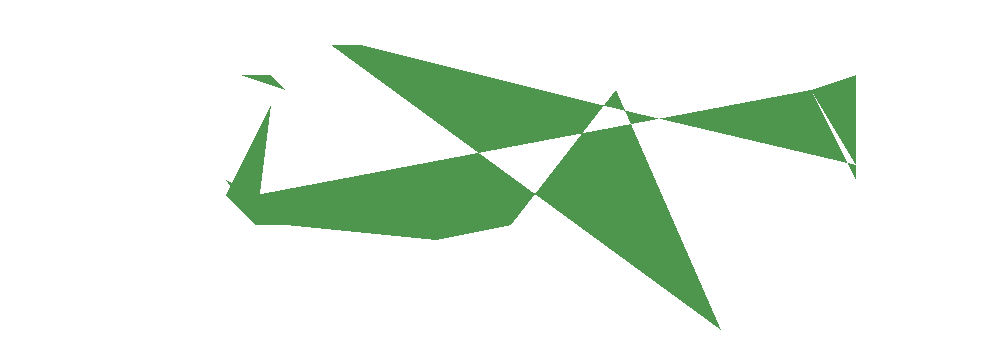
<source format=gbr>
From 69a08dacca69340c872528449dcab6e304934973 Mon Sep 17 00:00:00 2001
From: Blaise Thompson <blaise@untzag.com>
Date: Sat, 6 Mar 2021 12:12:09 -0600
Subject: digital driver revision B

---
 digital-driver/gerber/driver-F_Cu.gbr | 6026 +++++++++++++++++----------------
 1 file changed, 3015 insertions(+), 3011 deletions(-)

(limited to 'digital-driver/gerber/driver-F_Cu.gbr')

diff --git a/digital-driver/gerber/driver-F_Cu.gbr b/digital-driver/gerber/driver-F_Cu.gbr
index 499af1b..4cd31a8 100644
--- a/digital-driver/gerber/driver-F_Cu.gbr
+++ b/digital-driver/gerber/driver-F_Cu.gbr
@@ -1,12 +1,12 @@
 %TF.GenerationSoftware,KiCad,Pcbnew,5.1.8+dfsg1-1+b1*%
-%TF.CreationDate,2021-01-25T11:41:01-06:00*%
-%TF.ProjectId,driver,64726976-6572-42e6-9b69-6361645f7063,1.0.0*%
+%TF.CreationDate,2021-03-06T12:09:01-06:00*%
+%TF.ProjectId,driver,64726976-6572-42e6-9b69-6361645f7063,B*%
 %TF.SameCoordinates,Original*%
 %TF.FileFunction,Copper,L1,Top*%
 %TF.FilePolarity,Positive*%
 %FSLAX46Y46*%
 G04 Gerber Fmt 4.6, Leading zero omitted, Abs format (unit mm)*
-G04 Created by KiCad (PCBNEW 5.1.8+dfsg1-1+b1) date 2021-01-25 11:41:01*
+G04 Created by KiCad (PCBNEW 5.1.8+dfsg1-1+b1) date 2021-03-06 12:09:01*
 %MOMM*%
 %LPD*%
 G01*
@@ -104,6 +104,20 @@ G75*
 G02*
 X167640000Y-81280000I0J-2540000D01*
 G01*
+D11*
+%TO.P,PS1,4*%
+%TO.N,N/C*%
+X154090000Y-81630000D03*
+%TO.P,PS1,3*%
+%TO.N,+5V*%
+X143090000Y-81630000D03*
+%TO.P,PS1,2*%
+%TO.N,GND*%
+X143090000Y-93630000D03*
+%TO.P,PS1,1*%
+%TO.N,+12V*%
+X154090000Y-93630000D03*
+%TD*%
 %TO.P,R7,2*%
 %TO.N,GND*%
 %TA.AperFunction,SMDPad,CuDef*%
@@ -218,32 +232,18 @@ G01*
 G37*
 %TD.AperFunction*%
 %TD*%
-D11*
-%TO.P,PS1,4*%
-%TO.N,N/C*%
-X154090000Y-81630000D03*
-%TO.P,PS1,3*%
-%TO.N,+5V*%
-X143090000Y-81630000D03*
-%TO.P,PS1,2*%
-%TO.N,GND*%
-X143090000Y-93630000D03*
-%TO.P,PS1,1*%
-%TO.N,+12V*%
-X154090000Y-93630000D03*
-%TD*%
 D12*
 %TO.P,J1,4*%
-%TO.N,GND*%
+%TO.N,SCL*%
 X161290000Y-84900000D03*
 %TO.P,J1,3*%
-%TO.N,Net-(J1-Pad3)*%
+%TO.N,SDA*%
 X161290000Y-86900000D03*
 %TO.P,J1,2*%
-%TO.N,SDA*%
+%TO.N,Net-(J1-Pad2)*%
 X161290000Y-88900000D03*
 %TO.P,J1,1*%
-%TO.N,SCL*%
+%TO.N,GND*%
 %TA.AperFunction,ComponentPad*%
 G36*
 G01*
@@ -557,28 +557,28 @@ G37*
 %TD.AperFunction*%
 %TD*%
 D13*
-%TO.P,J6,24*%
+%TO.P,U2,24*%
 %TO.N,+12V*%
 X140970000Y-89535000D03*
-%TO.P,J6,23*%
+%TO.P,U2,23*%
 X138430000Y-89535000D03*
-%TO.P,J6,21*%
+%TO.P,U2,21*%
 %TO.N,PWM_LED*%
 X133350000Y-89535000D03*
-%TO.P,J6,14*%
-%TO.N,Net-(J6-Pad13)*%
+%TO.P,U2,14*%
+%TO.N,Net-(J7-Pad1)*%
 X115570000Y-89535000D03*
-%TO.P,J6,13*%
+%TO.P,U2,13*%
 X113030000Y-89535000D03*
-%TO.P,J6,12*%
-%TO.N,Net-(J6-Pad11)*%
+%TO.P,U2,12*%
+%TO.N,Net-(J7-Pad2)*%
 X113030000Y-104775000D03*
-%TO.P,J6,11*%
+%TO.P,U2,11*%
 X115570000Y-104775000D03*
-%TO.P,J6,2*%
+%TO.P,U2,2*%
 %TO.N,GND*%
 X138430000Y-104775000D03*
-%TO.P,J6,1*%
+%TO.P,U2,1*%
 X140970000Y-104775000D03*
 %TD*%
 D14*
@@ -761,16 +761,16 @@ G37*
 %TD*%
 D12*
 %TO.P,J2,4*%
-%TO.N,GND*%
+%TO.N,SCL*%
 X92710000Y-90900000D03*
 %TO.P,J2,3*%
-%TO.N,Net-(J1-Pad3)*%
+%TO.N,SDA*%
 X92710000Y-88900000D03*
 %TO.P,J2,2*%
-%TO.N,SDA*%
+%TO.N,Net-(J1-Pad2)*%
 X92710000Y-86900000D03*
 %TO.P,J2,1*%
-%TO.N,SCL*%
+%TO.N,GND*%
 %TA.AperFunction,ComponentPad*%
 G36*
 G01*
@@ -841,27 +841,25 @@ D18*
 X146050000Y-106680000D03*
 %TD*%
 %TO.P,J7,1*%
-%TO.N,Net-(J6-Pad13)*%
+%TO.N,Net-(J7-Pad1)*%
 X113030000Y-82550000D03*
 D17*
 %TO.P,J7,2*%
-%TO.N,Net-(J6-Pad11)*%
+%TO.N,Net-(J7-Pad2)*%
 X115570000Y-82550000D03*
 %TD*%
 D19*
 %TO.N,+5V*%
 X135890000Y-87630000D03*
-X157480000Y-92710000D03*
-X157480000Y-85090000D03*
+X157480000Y-93980000D03*
+X153670000Y-86360000D03*
 %TO.N,SDA*%
-X106680000Y-95250000D03*
+X106679980Y-95250020D03*
 %TO.N,SCL*%
-X109220000Y-96520000D03*
+X104139990Y-93980010D03*
 %TO.N,PWM_FAN*%
-X106680000Y-97790000D03*
-X128270000Y-97790000D03*
-%TO.N,Net-(J6-Pad11)*%
-X121920000Y-99060000D03*
+X109220040Y-97790040D03*
+X128269960Y-97790040D03*
 %TD*%
 D20*
 %TO.N,+12V*%
@@ -903,27 +901,25 @@ X137160000Y-86360000D01*
 X137160000Y-86360000D02*
 X139992500Y-83527500D01*
 X143090000Y-81630000D02*
-X147670000Y-81630000D01*
-X147670000Y-81630000D02*
 X148940000Y-81630000D01*
+X157480000Y-90170000D02*
+X157480000Y-93980000D01*
+X153670000Y-86360000D02*
+X157480000Y-90170000D01*
 X148940000Y-81630000D02*
-X151130000Y-83820000D01*
-X151130000Y-83820000D02*
-X156210000Y-83820000D01*
-X156210000Y-83820000D02*
-X157480000Y-85090000D01*
-X157480000Y-85090000D02*
-X157480000Y-92710000D01*
+X153670000Y-86360000D01*
 %TO.N,SDA*%
+X106680000Y-95250000D02*
+X106679980Y-95250020D01*
 X106680000Y-90170000D02*
 X106680000Y-95250000D01*
 %TO.N,SCL*%
+X104139990Y-86360010D02*
+X104139990Y-93980010D01*
+X105410000Y-85090000D02*
+X104139990Y-86360010D01*
 X106680000Y-85090000D02*
-X107950000Y-85090000D01*
-X109220000Y-86360000D02*
-X109220000Y-96520000D01*
-X107950000Y-85090000D02*
-X109220000Y-86360000D01*
+X105410000Y-85090000D01*
 %TO.N,PWM_LED*%
 X132080000Y-90805000D02*
 X133350000Y-89535000D01*
@@ -931,15 +927,17 @@ X132080000Y-103860000D02*
 X132080000Y-90805000D01*
 %TO.N,PWM_FAN*%
 X106680000Y-87630000D02*
-X105410000Y-87630000D01*
-X105410000Y-87630000D02*
-X104140000Y-88900000D01*
-X104140000Y-88900000D02*
-X104140000Y-95250000D01*
-X104140000Y-95250000D02*
-X106680000Y-97790000D01*
+X107950000Y-87630000D01*
+X109219990Y-97789990D02*
+X109220040Y-97790040D01*
+X109219990Y-88899990D02*
+X109219990Y-97789990D01*
+X107950000Y-87630000D02*
+X109219990Y-88899990D01*
 X128270000Y-103860000D02*
-X128270000Y-97790000D01*
+X128270000Y-97790080D01*
+X128270000Y-97790080D02*
+X128269960Y-97790040D01*
 %TO.N,INDICATOR*%
 X100330000Y-85090000D02*
 X99060000Y-85090000D01*
@@ -965,16 +963,20 @@ X119510000Y-94130000D02*
 X119660000Y-93980000D01*
 X119510000Y-99060000D02*
 X119510000Y-94130000D01*
-%TO.N,Net-(J6-Pad13)*%
+%TO.N,Net-(J7-Pad1)*%
 X115570000Y-89535000D02*
 X113030000Y-89535000D01*
 X113030000Y-82550000D02*
 X113030000Y-89535000D01*
-%TO.N,Net-(J6-Pad11)*%
+%TO.N,Net-(J7-Pad2)*%
 X115570000Y-82550000D02*
 X121920000Y-88900000D01*
 X121920000Y-88900000D02*
-X121920000Y-99060000D01*
+X121920000Y-100330000D01*
+X117475000Y-104775000D02*
+X121920000Y-100330000D01*
+X113030000Y-104775000D02*
+X117475000Y-104775000D01*
 %TD*%
 D21*
 %TO.N,GND*%
@@ -1071,16 +1073,27 @@ X101130827Y-85815815D01*
 X105857144Y-81089500D01*
 X107502858Y-81089500D01*
 X109410501Y-82997144D01*
-X109410501Y-85023858D01*
-X108750826Y-84364184D01*
-X108717015Y-84322985D01*
-X108552640Y-84188086D01*
-X108365106Y-84087847D01*
-X108161619Y-84026120D01*
-X108003029Y-84010500D01*
-X107950000Y-84005277D01*
-X107896971Y-84010500D01*
-X107629896Y-84010500D01*
+X109410500Y-87563858D01*
+X108750826Y-86904184D01*
+X108717015Y-86862985D01*
+X108552640Y-86728086D01*
+X108365106Y-86627847D01*
+X108161619Y-86566120D01*
+X108003029Y-86550500D01*
+X107950000Y-86545277D01*
+X107896971Y-86550500D01*
+X107629896Y-86550500D01*
+X107594759Y-86515363D01*
+X107362241Y-86360000D01*
+X107594759Y-86204637D01*
+X107794637Y-86004759D01*
+X107951680Y-85769727D01*
+X108059853Y-85508574D01*
+X108115000Y-85231335D01*
+X108115000Y-84948665D01*
+X108059853Y-84671426D01*
+X107951680Y-84410273D01*
+X107794637Y-84175241D01*
 X107594759Y-83975363D01*
 X107362241Y-83820000D01*
 X107594759Y-83664637D01*
@@ -1111,55 +1124,121 @@ X105565363Y-83464759D01*
 X105765241Y-83664637D01*
 X105997759Y-83820000D01*
 X105765241Y-83975363D01*
-X105565363Y-84175241D01*
-X105408320Y-84410273D01*
-X105300147Y-84671426D01*
-X105245000Y-84948665D01*
-X105245000Y-85231335D01*
-X105300147Y-85508574D01*
-X105408320Y-85769727D01*
-X105565363Y-86004759D01*
-X105765241Y-86204637D01*
+X105730104Y-84010500D01*
+X105463021Y-84010500D01*
+X105409999Y-84005278D01*
+X105356978Y-84010500D01*
+X105356971Y-84010500D01*
+X105198381Y-84026120D01*
+X104994894Y-84087847D01*
+X104807360Y-84188086D01*
+X104642985Y-84322985D01*
+X104609178Y-84364179D01*
+X103414176Y-85559182D01*
+X103372975Y-85592995D01*
+X103238076Y-85757370D01*
+X103137837Y-85944905D01*
+X103111861Y-86030537D01*
+X103076110Y-86148392D01*
+X103055267Y-86360010D01*
+X103060490Y-86413039D01*
+X103060491Y-94033039D01*
+X103076111Y-94191629D01*
+X103137838Y-94395116D01*
+X103238077Y-94582650D01*
+X103372976Y-94747025D01*
+X103537351Y-94881924D01*
+X103724885Y-94982163D01*
+X103928372Y-95043890D01*
+X104139990Y-95064733D01*
+X104351609Y-95043890D01*
+X104555096Y-94982163D01*
+X104742630Y-94881924D01*
+X104907005Y-94747025D01*
+X105041904Y-94582650D01*
+X105142143Y-94395116D01*
+X105203870Y-94191629D01*
+X105219490Y-94033039D01*
+X105219490Y-86807152D01*
+X105799269Y-86227374D01*
 X105997759Y-86360000D01*
 X105765241Y-86515363D01*
-X105730104Y-86550500D01*
-X105463021Y-86550500D01*
-X105409999Y-86545278D01*
-X105356978Y-86550500D01*
-X105356971Y-86550500D01*
-X105198381Y-86566120D01*
-X104994894Y-86627847D01*
-X104807360Y-86728086D01*
-X104642985Y-86862985D01*
-X104609178Y-86904179D01*
-X103414184Y-88099174D01*
-X103372985Y-88132985D01*
-X103238086Y-88297360D01*
-X103137847Y-88484895D01*
-X103118946Y-88547205D01*
-X103076120Y-88688382D01*
-X103055277Y-88900000D01*
-X103060500Y-88953029D01*
-X103060501Y-95196961D01*
-X103055277Y-95250000D01*
-X103076120Y-95461618D01*
-X103118946Y-95602795D01*
-X103137848Y-95665106D01*
-X103238087Y-95852640D01*
-X103372986Y-96017015D01*
-X103414180Y-96050822D01*
-X105954175Y-98590818D01*
-X106077360Y-98691913D01*
-X106264894Y-98792153D01*
-X106468381Y-98853880D01*
-X106679999Y-98874722D01*
-X106891618Y-98853880D01*
-X107095104Y-98792153D01*
-X107282639Y-98691913D01*
-X107447014Y-98557014D01*
-X107581913Y-98392639D01*
-X107682153Y-98205104D01*
-X107688251Y-98185000D01*
+X105565363Y-86715241D01*
+X105408320Y-86950273D01*
+X105300147Y-87211426D01*
+X105245000Y-87488665D01*
+X105245000Y-87771335D01*
+X105300147Y-88048574D01*
+X105408320Y-88309727D01*
+X105565363Y-88544759D01*
+X105765241Y-88744637D01*
+X105997759Y-88900000D01*
+X105765241Y-89055363D01*
+X105565363Y-89255241D01*
+X105408320Y-89490273D01*
+X105300147Y-89751426D01*
+X105245000Y-90028665D01*
+X105245000Y-90311335D01*
+X105300147Y-90588574D01*
+X105408320Y-90849727D01*
+X105565363Y-91084759D01*
+X105600500Y-91119896D01*
+X105600501Y-95196778D01*
+X105595257Y-95250020D01*
+X105616100Y-95461638D01*
+X105677827Y-95665124D01*
+X105778067Y-95852659D01*
+X105912966Y-96017034D01*
+X106077341Y-96151933D01*
+X106264876Y-96252173D01*
+X106468362Y-96313900D01*
+X106679980Y-96334743D01*
+X106891598Y-96313900D01*
+X107095084Y-96252173D01*
+X107282619Y-96151933D01*
+X107405804Y-96050838D01*
+X107405815Y-96050827D01*
+X107447015Y-96017015D01*
+X107581914Y-95852640D01*
+X107682153Y-95665106D01*
+X107743880Y-95461619D01*
+X107759500Y-95303029D01*
+X107759500Y-95303022D01*
+X107764722Y-95250001D01*
+X107759500Y-95196979D01*
+X107759500Y-91119896D01*
+X107794637Y-91084759D01*
+X107951680Y-90849727D01*
+X108059853Y-90588574D01*
+X108115000Y-90311335D01*
+X108115000Y-90028665D01*
+X108059853Y-89751426D01*
+X107951680Y-89490273D01*
+X107794637Y-89255241D01*
+X107594759Y-89055363D01*
+X107362241Y-88900000D01*
+X107560731Y-88767374D01*
+X108140490Y-89347133D01*
+X108140491Y-97736951D01*
+X108135267Y-97789990D01*
+X108156110Y-98001608D01*
+X108211742Y-98185000D01*
+X108217838Y-98205096D01*
+X108318077Y-98392630D01*
+X108452976Y-98557005D01*
+X108494165Y-98590808D01*
+X108494216Y-98590859D01*
+X108617401Y-98691954D01*
+X108804936Y-98792193D01*
+X109008422Y-98853920D01*
+X109220040Y-98874763D01*
+X109431658Y-98853920D01*
+X109635145Y-98792193D01*
+X109822679Y-98691954D01*
+X109987055Y-98557055D01*
+X110121954Y-98392679D01*
+X110222193Y-98205145D01*
+X110228303Y-98185000D01*
 X115446928Y-98185000D01*
 X115450000Y-98774250D01*
 X115608750Y-98933000D01*
@@ -1191,64 +1270,11 @@ X115554463Y-97830506D01*
 X115495498Y-97940820D01*
 X115459188Y-98060518D01*
 X115446928Y-98185000D01*
-X107688251Y-98185000D01*
-X107743880Y-98001618D01*
-X107764722Y-97789999D01*
-X107743880Y-97578381D01*
-X107682153Y-97374894D01*
-X107581913Y-97187360D01*
-X107480818Y-97064175D01*
-X106744967Y-96328324D01*
-X106891619Y-96313880D01*
-X107095106Y-96252153D01*
-X107282640Y-96151914D01*
-X107447015Y-96017015D01*
-X107581914Y-95852640D01*
-X107682153Y-95665106D01*
-X107743880Y-95461619D01*
-X107759500Y-95303029D01*
-X107759500Y-91119896D01*
-X107794637Y-91084759D01*
-X107951680Y-90849727D01*
-X108059853Y-90588574D01*
-X108115000Y-90311335D01*
-X108115000Y-90028665D01*
-X108059853Y-89751426D01*
-X107951680Y-89490273D01*
-X107794637Y-89255241D01*
-X107594759Y-89055363D01*
-X107362241Y-88900000D01*
-X107594759Y-88744637D01*
-X107794637Y-88544759D01*
-X107951680Y-88309727D01*
-X108059853Y-88048574D01*
-X108115000Y-87771335D01*
-X108115000Y-87488665D01*
-X108059853Y-87211426D01*
-X107951680Y-86950273D01*
-X107794637Y-86715241D01*
-X107594759Y-86515363D01*
-X107362241Y-86360000D01*
-X107560731Y-86227374D01*
-X108140500Y-86807143D01*
-X108140501Y-96573029D01*
-X108156121Y-96731619D01*
-X108217848Y-96935106D01*
-X108318087Y-97122640D01*
-X108452986Y-97287015D01*
-X108617361Y-97421914D01*
-X108804895Y-97522153D01*
-X109008382Y-97583880D01*
-X109220000Y-97604723D01*
-X109431619Y-97583880D01*
-X109635106Y-97522153D01*
-X109822640Y-97421914D01*
-X109987015Y-97287015D01*
-X110121914Y-97122640D01*
-X110222153Y-96935106D01*
-X110283880Y-96731619D01*
-X110299500Y-96573029D01*
-X110299500Y-92776142D01*
+X110228303Y-98185000D01*
+X110283920Y-98001658D01*
+X110304763Y-97790040D01*
+X110299490Y-97736503D01*
+X110299490Y-92776132D01*
 X112229178Y-94705821D01*
 X112262985Y-94747015D01*
 X112427360Y-94881914D01*
@@ -1388,2506 +1414,1211 @@ X118961746Y-100556008D01*
 X119135000Y-100573072D01*
 X119885000Y-100573072D01*
 X120058254Y-100556008D01*
-X120224850Y-100505472D01*
-X120378386Y-100423405D01*
-X120512962Y-100312962D01*
-X120623405Y-100178386D01*
-X120705472Y-100024850D01*
-X120756008Y-99858254D01*
-X120773072Y-99685000D01*
-X120773072Y-98435000D01*
-X120756008Y-98261746D01*
-X120705472Y-98095150D01*
-X120623405Y-97941614D01*
-X120589500Y-97900300D01*
-X120589500Y-95313768D01*
-X120687962Y-95232962D01*
-X120798405Y-95098387D01*
-X120840501Y-95019632D01*
-X120840501Y-99113029D01*
-X120856121Y-99271619D01*
-X120917848Y-99475106D01*
-X121018087Y-99662640D01*
-X121152986Y-99827015D01*
-X121317361Y-99961914D01*
-X121504895Y-100062153D01*
-X121708382Y-100123880D01*
-X121920000Y-100144723D01*
-X122131619Y-100123880D01*
-X122335106Y-100062153D01*
-X122522640Y-99961914D01*
-X122687015Y-99827015D01*
-X122821914Y-99662640D01*
-X122922153Y-99475106D01*
-X122983880Y-99271619D01*
-X122999500Y-99113029D01*
-X122999500Y-88953021D01*
-X123004722Y-88899999D01*
-X122999500Y-88846978D01*
-X122999500Y-88846971D01*
-X122983880Y-88688381D01*
-X122922153Y-88484894D01*
-X122821914Y-88297360D01*
-X122687015Y-88132985D01*
-X122645821Y-88099178D01*
-X117055000Y-82508358D01*
-X117055000Y-82403740D01*
-X116997932Y-82116842D01*
-X116885990Y-81846589D01*
-X116723475Y-81603368D01*
-X116516632Y-81396525D01*
-X116273411Y-81234010D01*
-X116003158Y-81122068D01*
-X115716260Y-81065000D01*
-X115423740Y-81065000D01*
-X115136842Y-81122068D01*
-X114866589Y-81234010D01*
-X114623368Y-81396525D01*
-X114491513Y-81528380D01*
-X114469502Y-81455820D01*
-X114410537Y-81345506D01*
-X114331185Y-81248815D01*
-X114234494Y-81169463D01*
-X114124180Y-81110498D01*
-X114004482Y-81074188D01*
-X113880000Y-81061928D01*
-X112180000Y-81061928D01*
-X112055518Y-81074188D01*
-X111935820Y-81110498D01*
-X111825506Y-81169463D01*
-X111728815Y-81248815D01*
-X111649463Y-81345506D01*
-X111590498Y-81455820D01*
-X111554188Y-81575518D01*
-X111541928Y-81700000D01*
-X111541928Y-82298980D01*
-X111492153Y-82134894D01*
-X111391914Y-81947360D01*
-X111257015Y-81782985D01*
-X111215821Y-81749178D01*
-X108891642Y-79425000D01*
-X121150211Y-79425000D01*
-X120733150Y-79554102D01*
-X120675896Y-79578170D01*
-X120618352Y-79601419D01*
-X120609907Y-79605909D01*
-X120173847Y-79841686D01*
-X120122384Y-79876398D01*
-X120070427Y-79910398D01*
-X120063015Y-79916443D01*
-X119681055Y-80232427D01*
-X119637308Y-80276481D01*
-X119592950Y-80319919D01*
-X119586853Y-80327289D01*
-X119273543Y-80711445D01*
-X119239192Y-80763148D01*
-X119204110Y-80814384D01*
-X119199561Y-80822797D01*
-X118966834Y-81260493D01*
-X118943171Y-81317903D01*
-X118918718Y-81374958D01*
-X118915889Y-81384094D01*
-X118772610Y-81858659D01*
-X118760548Y-81919577D01*
-X118747643Y-81980289D01*
-X118746643Y-81989800D01*
-X118698269Y-82483156D01*
-X118698269Y-82513086D01*
-X118695038Y-82542831D01*
-X118695004Y-82552395D01*
-X118695066Y-82570127D01*
-X118698090Y-82599896D01*
-X118697881Y-82629815D01*
-X118698814Y-82639334D01*
-X118750632Y-83132340D01*
-X118763109Y-83193121D01*
-X118774749Y-83254142D01*
-X118777513Y-83263298D01*
-X118924103Y-83736851D01*
-X118948167Y-83794097D01*
-X118971419Y-83851648D01*
-X118975907Y-83860089D01*
-X118975909Y-83860094D01*
-X118975912Y-83860098D01*
-X119211686Y-84296153D01*
-X119246398Y-84347616D01*
-X119280398Y-84399573D01*
-X119286443Y-84406985D01*
-X119602427Y-84788945D01*
-X119646500Y-84832712D01*
-X119689920Y-84877050D01*
-X119697289Y-84883147D01*
-X120081445Y-85196457D01*
-X120133148Y-85230808D01*
-X120184384Y-85265890D01*
-X120192797Y-85270439D01*
-X120630493Y-85503166D01*
-X120687882Y-85526820D01*
-X120744958Y-85551283D01*
-X120754095Y-85554111D01*
-X121228659Y-85697390D01*
-X121289577Y-85709452D01*
-X121350289Y-85722357D01*
-X121359801Y-85723357D01*
-X121853156Y-85771731D01*
-X121853163Y-85771731D01*
-X121886353Y-85775000D01*
-X132113647Y-85775000D01*
-X132144018Y-85772009D01*
-X132159815Y-85772119D01*
-X132169334Y-85771186D01*
-X132662340Y-85719368D01*
-X132723121Y-85706891D01*
-X132784142Y-85695251D01*
-X132793298Y-85692487D01*
-X133266851Y-85545897D01*
-X133324097Y-85521833D01*
-X133381648Y-85498581D01*
-X133390089Y-85494093D01*
-X133390094Y-85494091D01*
-X133390098Y-85494088D01*
-X133826153Y-85258314D01*
-X133877616Y-85223602D01*
-X133929573Y-85189602D01*
-X133936985Y-85183557D01*
-X134318945Y-84867573D01*
-X134362712Y-84823500D01*
-X134407050Y-84780080D01*
-X134413147Y-84772711D01*
-X134726457Y-84388555D01*
-X134760808Y-84336852D01*
-X134795890Y-84285616D01*
-X134800439Y-84277203D01*
-X135033166Y-83839507D01*
-X135056820Y-83782118D01*
-X135081283Y-83725042D01*
-X135084111Y-83715905D01*
-X135227390Y-83241341D01*
-X135239452Y-83180423D01*
-X135252357Y-83119711D01*
-X135253357Y-83110199D01*
-X135301731Y-82616844D01*
-X135301731Y-82586914D01*
-X135304962Y-82557169D01*
-X135304996Y-82547605D01*
-X135304934Y-82529873D01*
-X135301910Y-82500104D01*
-X135302119Y-82470185D01*
-X135301186Y-82460666D01*
-X135271687Y-82180000D01*
-X135566928Y-82180000D01*
-X135579188Y-82304482D01*
-X135615498Y-82424180D01*
-X135674463Y-82534494D01*
-X135753815Y-82631185D01*
-X135850506Y-82710537D01*
-X135960820Y-82769502D01*
-X136080518Y-82805812D01*
-X136205000Y-82818072D01*
-X136581750Y-82815000D01*
-X136740500Y-82656250D01*
-X136740500Y-81407000D01*
-X136994500Y-81407000D01*
-X136994500Y-82656250D01*
-X137153250Y-82815000D01*
-X137530000Y-82818072D01*
-X137654482Y-82805812D01*
-X137774180Y-82769502D01*
-X137884494Y-82710537D01*
-X137981185Y-82631185D01*
-X138060537Y-82534494D01*
-X138119502Y-82424180D01*
-X138155812Y-82304482D01*
-X138168072Y-82180000D01*
-X138165000Y-81565750D01*
-X138006250Y-81407000D01*
-X136994500Y-81407000D01*
-X136740500Y-81407000D01*
-X135728750Y-81407000D01*
-X135570000Y-81565750D01*
-X135566928Y-82180000D01*
-X135271687Y-82180000D01*
-X135249369Y-81967660D01*
-X135236886Y-81906849D01*
-X135225251Y-81845858D01*
-X135222487Y-81836702D01*
-X135075898Y-81363150D01*
-X135051830Y-81305896D01*
-X135028581Y-81248352D01*
-X135024091Y-81239907D01*
-X134788314Y-80803847D01*
-X134753602Y-80752384D01*
-X134719602Y-80700427D01*
-X134713557Y-80693015D01*
-X134454610Y-80380000D01*
-X135566928Y-80380000D01*
-X135570000Y-80994250D01*
-X135728750Y-81153000D01*
-X136740500Y-81153000D01*
-X136740500Y-79903750D01*
-X136994500Y-79903750D01*
-X136994500Y-81153000D01*
-X138006250Y-81153000D01*
-X138165000Y-80994250D01*
-X138168072Y-80380000D01*
-X138155812Y-80255518D01*
-X138119502Y-80135820D01*
-X138060537Y-80025506D01*
-X137981185Y-79928815D01*
-X137884494Y-79849463D01*
-X137774180Y-79790498D01*
-X137654482Y-79754188D01*
-X137530000Y-79741928D01*
-X137153250Y-79745000D01*
-X136994500Y-79903750D01*
-X136740500Y-79903750D01*
-X136581750Y-79745000D01*
-X136205000Y-79741928D01*
-X136080518Y-79754188D01*
-X135960820Y-79790498D01*
-X135850506Y-79849463D01*
-X135753815Y-79928815D01*
-X135674463Y-80025506D01*
-X135615498Y-80135820D01*
-X135579188Y-80255518D01*
-X135566928Y-80380000D01*
-X134454610Y-80380000D01*
-X134397573Y-80311055D01*
-X134353519Y-80267308D01*
-X134310081Y-80222950D01*
-X134302711Y-80216853D01*
-X133918555Y-79903543D01*
-X133866852Y-79869192D01*
-X133815616Y-79834110D01*
-X133807203Y-79829561D01*
-X133369507Y-79596834D01*
-X133312097Y-79573171D01*
-X133255042Y-79548718D01*
-X133245906Y-79545889D01*
-X132845501Y-79425000D01*
-X165066496Y-79425000D01*
-X165459668Y-79463551D01*
-X165805634Y-79568004D01*
-X166124724Y-79737667D01*
-X166404781Y-79966076D01*
-X166635141Y-80244534D01*
-X166807027Y-80562430D01*
-X166913893Y-80907658D01*
-X166955001Y-81298763D01*
-X166955000Y-106646495D01*
-X166916449Y-107039667D01*
-X166811996Y-107385635D01*
-X166642333Y-107704724D01*
-X166413924Y-107984781D01*
-X166135466Y-108215141D01*
-X165817570Y-108387027D01*
-X165472340Y-108493894D01*
-X165081238Y-108535000D01*
-X93774926Y-108535000D01*
-X93965618Y-108433073D01*
-X94194903Y-108244903D01*
-X94383073Y-108015618D01*
-X94522896Y-107754028D01*
-X94566586Y-107610000D01*
-X126756928Y-107610000D01*
-X126769188Y-107734482D01*
-X126805498Y-107854180D01*
-X126864463Y-107964494D01*
-X126943815Y-108061185D01*
-X127040506Y-108140537D01*
-X127150820Y-108199502D01*
-X127270518Y-108235812D01*
-X127395000Y-108248072D01*
-X127984250Y-108245000D01*
-X128143000Y-108086250D01*
-X128143000Y-107087000D01*
-X128397000Y-107087000D01*
-X128397000Y-108086250D01*
-X128555750Y-108245000D01*
-X129145000Y-108248072D01*
-X129269482Y-108235812D01*
-X129389180Y-108199502D01*
-X129499494Y-108140537D01*
-X129596185Y-108061185D01*
-X129675537Y-107964494D01*
-X129734502Y-107854180D01*
-X129770812Y-107734482D01*
-X129783072Y-107610000D01*
-X130566928Y-107610000D01*
-X130579188Y-107734482D01*
-X130615498Y-107854180D01*
-X130674463Y-107964494D01*
-X130753815Y-108061185D01*
-X130850506Y-108140537D01*
-X130960820Y-108199502D01*
-X131080518Y-108235812D01*
-X131205000Y-108248072D01*
-X131794250Y-108245000D01*
-X131953000Y-108086250D01*
-X131953000Y-107087000D01*
-X132207000Y-107087000D01*
-X132207000Y-108086250D01*
-X132365750Y-108245000D01*
-X132955000Y-108248072D01*
-X133079482Y-108235812D01*
-X133199180Y-108199502D01*
-X133309494Y-108140537D01*
-X133406185Y-108061185D01*
-X133485537Y-107964494D01*
-X133544502Y-107854180D01*
-X133580812Y-107734482D01*
-X133593072Y-107610000D01*
-X133592398Y-107530000D01*
-X144561928Y-107530000D01*
-X144574188Y-107654482D01*
-X144610498Y-107774180D01*
-X144669463Y-107884494D01*
-X144748815Y-107981185D01*
-X144845506Y-108060537D01*
-X144955820Y-108119502D01*
-X145075518Y-108155812D01*
-X145200000Y-108168072D01*
-X145764250Y-108165000D01*
-X145923000Y-108006250D01*
-X145923000Y-106807000D01*
-X146177000Y-106807000D01*
-X146177000Y-108006250D01*
-X146335750Y-108165000D01*
-X146900000Y-108168072D01*
-X147024482Y-108155812D01*
-X147144180Y-108119502D01*
-X147254494Y-108060537D01*
-X147351185Y-107981185D01*
-X147430537Y-107884494D01*
-X147489502Y-107774180D01*
-X147525812Y-107654482D01*
-X147533147Y-107580000D01*
-X150806928Y-107580000D01*
-X150819188Y-107704482D01*
-X150855498Y-107824180D01*
-X150914463Y-107934494D01*
-X150993815Y-108031185D01*
-X151090506Y-108110537D01*
-X151200820Y-108169502D01*
-X151320518Y-108205812D01*
-X151445000Y-108218072D01*
-X151821750Y-108215000D01*
-X151980500Y-108056250D01*
-X151980500Y-106807000D01*
-X152234500Y-106807000D01*
-X152234500Y-108056250D01*
-X152393250Y-108215000D01*
-X152770000Y-108218072D01*
-X152894482Y-108205812D01*
-X153014180Y-108169502D01*
-X153124494Y-108110537D01*
-X153221185Y-108031185D01*
-X153300537Y-107934494D01*
-X153359502Y-107824180D01*
-X153395812Y-107704482D01*
-X153408072Y-107580000D01*
-X153405000Y-106965750D01*
-X153246250Y-106807000D01*
-X152234500Y-106807000D01*
-X151980500Y-106807000D01*
-X150968750Y-106807000D01*
-X150810000Y-106965750D01*
-X150806928Y-107580000D01*
-X147533147Y-107580000D01*
-X147538072Y-107530000D01*
-X147535000Y-106965750D01*
-X147376250Y-106807000D01*
-X146177000Y-106807000D01*
-X145923000Y-106807000D01*
-X144723750Y-106807000D01*
-X144565000Y-106965750D01*
-X144561928Y-107530000D01*
-X133592398Y-107530000D01*
-X133590000Y-107245750D01*
-X133431250Y-107087000D01*
-X132207000Y-107087000D01*
-X131953000Y-107087000D01*
-X130728750Y-107087000D01*
-X130570000Y-107245750D01*
-X130566928Y-107610000D01*
-X129783072Y-107610000D01*
-X129780000Y-107245750D01*
-X129621250Y-107087000D01*
-X128397000Y-107087000D01*
-X128143000Y-107087000D01*
-X126918750Y-107087000D01*
-X126760000Y-107245750D01*
-X126756928Y-107610000D01*
-X94566586Y-107610000D01*
-X94608999Y-107470186D01*
-X94638072Y-107175000D01*
-X94638072Y-106310000D01*
-X126756928Y-106310000D01*
-X126760000Y-106674250D01*
-X126918750Y-106833000D01*
-X128143000Y-106833000D01*
-X128143000Y-105833750D01*
-X128397000Y-105833750D01*
-X128397000Y-106833000D01*
-X129621250Y-106833000D01*
-X129780000Y-106674250D01*
-X129783072Y-106310000D01*
-X130566928Y-106310000D01*
-X130570000Y-106674250D01*
-X130728750Y-106833000D01*
-X131953000Y-106833000D01*
-X131953000Y-105833750D01*
-X132207000Y-105833750D01*
-X132207000Y-106833000D01*
-X133431250Y-106833000D01*
-X133590000Y-106674250D01*
-X133593072Y-106310000D01*
-X133580812Y-106185518D01*
-X133544502Y-106065820D01*
-X133485537Y-105955506D01*
-X133406185Y-105858815D01*
-X133309494Y-105779463D01*
-X133199180Y-105720498D01*
-X133079482Y-105684188D01*
-X132955000Y-105671928D01*
-X132365750Y-105675000D01*
-X132207000Y-105833750D01*
-X131953000Y-105833750D01*
-X131794250Y-105675000D01*
-X131205000Y-105671928D01*
-X131080518Y-105684188D01*
-X130960820Y-105720498D01*
-X130850506Y-105779463D01*
-X130753815Y-105858815D01*
-X130674463Y-105955506D01*
-X130615498Y-106065820D01*
-X130579188Y-106185518D01*
-X130566928Y-106310000D01*
-X129783072Y-106310000D01*
-X129770812Y-106185518D01*
-X129734502Y-106065820D01*
-X129675537Y-105955506D01*
-X129596185Y-105858815D01*
-X129499494Y-105779463D01*
-X129389180Y-105720498D01*
-X129269482Y-105684188D01*
-X129145000Y-105671928D01*
-X128555750Y-105675000D01*
-X128397000Y-105833750D01*
-X128143000Y-105833750D01*
-X127984250Y-105675000D01*
-X127395000Y-105671928D01*
-X127270518Y-105684188D01*
-X127150820Y-105720498D01*
-X127040506Y-105779463D01*
-X126943815Y-105858815D01*
-X126864463Y-105955506D01*
-X126805498Y-106065820D01*
-X126769188Y-106185518D01*
-X126756928Y-106310000D01*
-X94638072Y-106310000D01*
-X94638072Y-105425000D01*
-X94608999Y-105129814D01*
-X94522896Y-104845972D01*
-X94417313Y-104648439D01*
-X111745000Y-104648439D01*
-X111745000Y-104901561D01*
-X111794381Y-105149821D01*
-X111891247Y-105383676D01*
-X112031875Y-105594140D01*
-X112210860Y-105773125D01*
-X112421324Y-105913753D01*
-X112655179Y-106010619D01*
-X112903439Y-106060000D01*
-X113156561Y-106060000D01*
-X113404821Y-106010619D01*
-X113638676Y-105913753D01*
-X113849140Y-105773125D01*
-X114028125Y-105594140D01*
-X114168753Y-105383676D01*
-X114265619Y-105149821D01*
-X114300000Y-104976973D01*
-X114334381Y-105149821D01*
-X114431247Y-105383676D01*
-X114571875Y-105594140D01*
-X114750860Y-105773125D01*
-X114961324Y-105913753D01*
-X115195179Y-106010619D01*
-X115443439Y-106060000D01*
-X115696561Y-106060000D01*
-X115944821Y-106010619D01*
-X116178676Y-105913753D01*
-X116389140Y-105773125D01*
-X116501738Y-105660527D01*
-X137724078Y-105660527D01*
-X137777466Y-105889201D01*
-X138007374Y-105995095D01*
-X138253524Y-106054102D01*
-X138506455Y-106063952D01*
-X138756449Y-106024270D01*
-X138993896Y-105936578D01*
-X139082534Y-105889201D01*
-X139135922Y-105660527D01*
-X140264078Y-105660527D01*
-X140317466Y-105889201D01*
-X140547374Y-105995095D01*
-X140793524Y-106054102D01*
-X141046455Y-106063952D01*
-X141296449Y-106024270D01*
-X141533896Y-105936578D01*
-X141622534Y-105889201D01*
-X141636355Y-105830000D01*
-X144561928Y-105830000D01*
-X144565000Y-106394250D01*
-X144723750Y-106553000D01*
-X145923000Y-106553000D01*
-X145923000Y-106533000D01*
-X146177000Y-106533000D01*
-X146177000Y-106553000D01*
-X147376250Y-106553000D01*
-X147535000Y-106394250D01*
-X147538072Y-105830000D01*
-X147533148Y-105780000D01*
-X150806928Y-105780000D01*
-X150810000Y-106394250D01*
-X150968750Y-106553000D01*
-X151980500Y-106553000D01*
-X151980500Y-105303750D01*
-X152234500Y-105303750D01*
-X152234500Y-106553000D01*
-X153246250Y-106553000D01*
-X153405000Y-106394250D01*
-X153408072Y-105780000D01*
-X153395812Y-105655518D01*
-X153359502Y-105535820D01*
-X153300537Y-105425506D01*
-X153221185Y-105328815D01*
-X153124494Y-105249463D01*
-X153014180Y-105190498D01*
-X152894482Y-105154188D01*
-X152770000Y-105141928D01*
-X152393250Y-105145000D01*
-X152234500Y-105303750D01*
-X151980500Y-105303750D01*
-X151821750Y-105145000D01*
-X151445000Y-105141928D01*
-X151320518Y-105154188D01*
-X151200820Y-105190498D01*
-X151090506Y-105249463D01*
-X150993815Y-105328815D01*
-X150914463Y-105425506D01*
-X150855498Y-105535820D01*
-X150819188Y-105655518D01*
-X150806928Y-105780000D01*
-X147533148Y-105780000D01*
-X147525812Y-105705518D01*
-X147489502Y-105585820D01*
-X147430537Y-105475506D01*
-X147351185Y-105378815D01*
-X147254494Y-105299463D01*
-X147144180Y-105240498D01*
-X147071620Y-105218487D01*
-X147203475Y-105086632D01*
-X147365990Y-104843411D01*
-X147477932Y-104573158D01*
-X147535000Y-104286260D01*
-X147535000Y-103993740D01*
-X147477932Y-103706842D01*
-X147365990Y-103436589D01*
-X147203475Y-103193368D01*
-X146996632Y-102986525D01*
-X146822240Y-102870000D01*
-X146996632Y-102753475D01*
-X147203475Y-102546632D01*
-X147365990Y-102303411D01*
-X147477932Y-102033158D01*
-X147535000Y-101746260D01*
-X147535000Y-101453740D01*
-X147515409Y-101355249D01*
-X149915000Y-101355249D01*
-X149915000Y-101844751D01*
-X150010497Y-102324848D01*
-X150197821Y-102777089D01*
-X150469774Y-103184095D01*
-X150815905Y-103530226D01*
-X151222911Y-103802179D01*
-X151675152Y-103989503D01*
-X152155249Y-104085000D01*
-X152644751Y-104085000D01*
-X153124848Y-103989503D01*
-X153577089Y-103802179D01*
-X153984095Y-103530226D01*
-X154330226Y-103184095D01*
-X154602179Y-102777089D01*
-X154789503Y-102324848D01*
-X154885000Y-101844751D01*
-X154885000Y-101355249D01*
-X154789503Y-100875152D01*
-X154602179Y-100422911D01*
-X154330226Y-100015905D01*
-X153984095Y-99669774D01*
-X153577089Y-99397821D01*
-X153124848Y-99210497D01*
-X152644751Y-99115000D01*
-X152155249Y-99115000D01*
-X151675152Y-99210497D01*
-X151222911Y-99397821D01*
-X150815905Y-99669774D01*
-X150469774Y-100015905D01*
-X150197821Y-100422911D01*
-X150010497Y-100875152D01*
-X149915000Y-101355249D01*
-X147515409Y-101355249D01*
-X147477932Y-101166842D01*
-X147365990Y-100896589D01*
-X147203475Y-100653368D01*
-X146996632Y-100446525D01*
-X146822240Y-100330000D01*
-X146996632Y-100213475D01*
-X147203475Y-100006632D01*
-X147365990Y-99763411D01*
-X147477932Y-99493158D01*
-X147535000Y-99206260D01*
-X147535000Y-98913740D01*
-X147477932Y-98626842D01*
-X147365990Y-98356589D01*
-X147203475Y-98113368D01*
-X146996632Y-97906525D01*
-X146753411Y-97744010D01*
-X146483158Y-97632068D01*
-X146196260Y-97575000D01*
-X145903740Y-97575000D01*
-X145616842Y-97632068D01*
-X145346589Y-97744010D01*
-X145103368Y-97906525D01*
-X144896525Y-98113368D01*
-X144734010Y-98356589D01*
-X144622068Y-98626842D01*
-X144565000Y-98913740D01*
-X144565000Y-99206260D01*
-X144622068Y-99493158D01*
-X144734010Y-99763411D01*
-X144896525Y-100006632D01*
-X145103368Y-100213475D01*
-X145277760Y-100330000D01*
-X145103368Y-100446525D01*
-X144896525Y-100653368D01*
-X144734010Y-100896589D01*
-X144622068Y-101166842D01*
-X144565000Y-101453740D01*
-X144565000Y-101746260D01*
-X144622068Y-102033158D01*
-X144734010Y-102303411D01*
-X144896525Y-102546632D01*
-X145103368Y-102753475D01*
-X145277760Y-102870000D01*
-X145103368Y-102986525D01*
-X144896525Y-103193368D01*
-X144734010Y-103436589D01*
-X144622068Y-103706842D01*
-X144565000Y-103993740D01*
-X144565000Y-104286260D01*
-X144622068Y-104573158D01*
-X144734010Y-104843411D01*
-X144896525Y-105086632D01*
-X145028380Y-105218487D01*
-X144955820Y-105240498D01*
-X144845506Y-105299463D01*
-X144748815Y-105378815D01*
-X144669463Y-105475506D01*
-X144610498Y-105585820D01*
-X144574188Y-105705518D01*
-X144561928Y-105830000D01*
-X141636355Y-105830000D01*
-X141675922Y-105660527D01*
-X140970000Y-104954605D01*
-X140264078Y-105660527D01*
-X139135922Y-105660527D01*
-X138430000Y-104954605D01*
-X137724078Y-105660527D01*
-X116501738Y-105660527D01*
-X116568125Y-105594140D01*
-X116708753Y-105383676D01*
-X116805619Y-105149821D01*
-X116855000Y-104901561D01*
-X116855000Y-104648439D01*
-X116805619Y-104400179D01*
-X116708753Y-104166324D01*
-X116568125Y-103955860D01*
-X116389140Y-103776875D01*
-X116178676Y-103636247D01*
-X115944821Y-103539381D01*
-X115696561Y-103490000D01*
-X115443439Y-103490000D01*
-X115195179Y-103539381D01*
-X114961324Y-103636247D01*
-X114750860Y-103776875D01*
-X114571875Y-103955860D01*
-X114431247Y-104166324D01*
-X114334381Y-104400179D01*
-X114300000Y-104573027D01*
-X114265619Y-104400179D01*
-X114168753Y-104166324D01*
-X114028125Y-103955860D01*
-X113849140Y-103776875D01*
-X113638676Y-103636247D01*
-X113404821Y-103539381D01*
-X113156561Y-103490000D01*
-X112903439Y-103490000D01*
-X112655179Y-103539381D01*
-X112421324Y-103636247D01*
-X112210860Y-103776875D01*
-X112031875Y-103955860D01*
-X111891247Y-104166324D01*
-X111794381Y-104400179D01*
-X111745000Y-104648439D01*
-X94417313Y-104648439D01*
-X94383073Y-104584382D01*
-X94194903Y-104355097D01*
-X93965618Y-104166927D01*
-X93704028Y-104027104D01*
-X93575357Y-103988072D01*
-X97000000Y-103988072D01*
-X97124482Y-103975812D01*
-X97244180Y-103939502D01*
-X97354494Y-103880537D01*
-X97451185Y-103801185D01*
-X97530537Y-103704494D01*
-X97589502Y-103594180D01*
-X97625812Y-103474482D01*
-X97638072Y-103350000D01*
-X97638072Y-101355249D01*
-X99115000Y-101355249D01*
-X99115000Y-101844751D01*
-X99210497Y-102324848D01*
-X99397821Y-102777089D01*
-X99669774Y-103184095D01*
-X100015905Y-103530226D01*
-X100422911Y-103802179D01*
-X100875152Y-103989503D01*
-X101355249Y-104085000D01*
-X101844751Y-104085000D01*
-X102324848Y-103989503D01*
-X102777089Y-103802179D01*
-X103184095Y-103530226D01*
-X103254321Y-103460000D01*
-X126756928Y-103460000D01*
-X126756928Y-104260000D01*
-X126773992Y-104433254D01*
-X126824528Y-104599850D01*
-X126906595Y-104753386D01*
-X127017038Y-104887962D01*
-X127151614Y-104998405D01*
-X127305150Y-105080472D01*
-X127471746Y-105131008D01*
-X127645000Y-105148072D01*
-X128895000Y-105148072D01*
-X129068254Y-105131008D01*
-X129234850Y-105080472D01*
-X129388386Y-104998405D01*
-X129522962Y-104887962D01*
-X129633405Y-104753386D01*
-X129715472Y-104599850D01*
-X129766008Y-104433254D01*
-X129783072Y-104260000D01*
-X129783072Y-103460000D01*
-X130566928Y-103460000D01*
-X130566928Y-104260000D01*
-X130583992Y-104433254D01*
-X130634528Y-104599850D01*
-X130716595Y-104753386D01*
-X130827038Y-104887962D01*
-X130961614Y-104998405D01*
-X131115150Y-105080472D01*
-X131281746Y-105131008D01*
-X131455000Y-105148072D01*
-X132705000Y-105148072D01*
-X132878254Y-105131008D01*
-X133044850Y-105080472D01*
-X133198386Y-104998405D01*
-X133332962Y-104887962D01*
-X133362922Y-104851455D01*
-X137141048Y-104851455D01*
-X137180730Y-105101449D01*
-X137268422Y-105338896D01*
-X137315799Y-105427534D01*
-X137544473Y-105480922D01*
-X138250395Y-104775000D01*
-X138609605Y-104775000D01*
-X139315527Y-105480922D01*
-X139544201Y-105427534D01*
-X139650095Y-105197626D01*
-X139701776Y-104982038D01*
-X139720730Y-105101449D01*
-X139808422Y-105338896D01*
-X139855799Y-105427534D01*
-X140084473Y-105480922D01*
-X140790395Y-104775000D01*
-X141149605Y-104775000D01*
-X141855527Y-105480922D01*
-X142084201Y-105427534D01*
-X142190095Y-105197626D01*
-X142249102Y-104951476D01*
-X142258952Y-104698545D01*
-X142219270Y-104448551D01*
-X142131578Y-104211104D01*
-X142084201Y-104122466D01*
-X141855527Y-104069078D01*
-X141149605Y-104775000D01*
-X140790395Y-104775000D01*
-X140084473Y-104069078D01*
-X139855799Y-104122466D01*
-X139749905Y-104352374D01*
-X139698224Y-104567962D01*
-X139679270Y-104448551D01*
-X139591578Y-104211104D01*
-X139544201Y-104122466D01*
-X139315527Y-104069078D01*
-X138609605Y-104775000D01*
-X138250395Y-104775000D01*
-X137544473Y-104069078D01*
-X137315799Y-104122466D01*
-X137209905Y-104352374D01*
-X137150898Y-104598524D01*
-X137141048Y-104851455D01*
-X133362922Y-104851455D01*
-X133443405Y-104753386D01*
-X133525472Y-104599850D01*
-X133576008Y-104433254D01*
-X133593072Y-104260000D01*
-X133593072Y-103889473D01*
-X137724078Y-103889473D01*
-X138430000Y-104595395D01*
-X139135922Y-103889473D01*
-X140264078Y-103889473D01*
-X140970000Y-104595395D01*
-X141675922Y-103889473D01*
-X141622534Y-103660799D01*
-X141392626Y-103554905D01*
-X141146476Y-103495898D01*
-X140893545Y-103486048D01*
-X140643551Y-103525730D01*
-X140406104Y-103613422D01*
-X140317466Y-103660799D01*
-X140264078Y-103889473D01*
-X139135922Y-103889473D01*
-X139082534Y-103660799D01*
-X138852626Y-103554905D01*
-X138606476Y-103495898D01*
-X138353545Y-103486048D01*
-X138103551Y-103525730D01*
-X137866104Y-103613422D01*
-X137777466Y-103660799D01*
-X137724078Y-103889473D01*
-X133593072Y-103889473D01*
-X133593072Y-103460000D01*
-X133576008Y-103286746D01*
-X133525472Y-103120150D01*
-X133443405Y-102966614D01*
-X133332962Y-102832038D01*
-X133198386Y-102721595D01*
-X133159500Y-102700810D01*
-X133159500Y-99935000D01*
-X133226928Y-99935000D01*
-X133239188Y-100059482D01*
-X133275498Y-100179180D01*
-X133334463Y-100289494D01*
-X133413815Y-100386185D01*
-X133510506Y-100465537D01*
-X133620820Y-100524502D01*
-X133740518Y-100560812D01*
-X133865000Y-100573072D01*
-X134204250Y-100570000D01*
-X134363000Y-100411250D01*
-X134363000Y-99187000D01*
-X134617000Y-99187000D01*
-X134617000Y-100411250D01*
-X134775750Y-100570000D01*
-X135115000Y-100573072D01*
-X135239482Y-100560812D01*
-X135359180Y-100524502D01*
-X135469494Y-100465537D01*
-X135566185Y-100386185D01*
-X135645537Y-100289494D01*
-X135704502Y-100179180D01*
-X135740812Y-100059482D01*
-X135753072Y-99935000D01*
-X135750000Y-99345750D01*
-X135591250Y-99187000D01*
-X134617000Y-99187000D01*
-X134363000Y-99187000D01*
-X133388750Y-99187000D01*
-X133230000Y-99345750D01*
-X133226928Y-99935000D01*
-X133159500Y-99935000D01*
-X133159500Y-98185000D01*
-X133226928Y-98185000D01*
-X133230000Y-98774250D01*
-X133388750Y-98933000D01*
-X134363000Y-98933000D01*
-X134363000Y-97708750D01*
-X134617000Y-97708750D01*
-X134617000Y-98933000D01*
-X135591250Y-98933000D01*
-X135750000Y-98774250D01*
-X135751768Y-98435000D01*
-X136026928Y-98435000D01*
-X136026928Y-99685000D01*
-X136043992Y-99858254D01*
-X136094528Y-100024850D01*
-X136176595Y-100178386D01*
-X136287038Y-100312962D01*
-X136421614Y-100423405D01*
-X136575150Y-100505472D01*
-X136741746Y-100556008D01*
-X136915000Y-100573072D01*
-X137665000Y-100573072D01*
-X137838254Y-100556008D01*
-X138004850Y-100505472D01*
-X138158386Y-100423405D01*
-X138292962Y-100312962D01*
-X138403405Y-100178386D01*
-X138485472Y-100024850D01*
-X138536008Y-99858254D01*
-X138553072Y-99685000D01*
-X138553072Y-98435000D01*
-X138536008Y-98261746D01*
-X138485472Y-98095150D01*
-X138403405Y-97941614D01*
-X138369500Y-97900300D01*
-X138369500Y-95313768D01*
-X138467962Y-95232962D01*
-X138578405Y-95098387D01*
-X138660472Y-94944851D01*
-X138680144Y-94880000D01*
-X141201928Y-94880000D01*
-X141214188Y-95004482D01*
-X141250498Y-95124180D01*
-X141309463Y-95234494D01*
-X141388815Y-95331185D01*
-X141485506Y-95410537D01*
-X141595820Y-95469502D01*
-X141715518Y-95505812D01*
-X141840000Y-95518072D01*
-X142804250Y-95515000D01*
-X142963000Y-95356250D01*
-X142963000Y-93757000D01*
-X143217000Y-93757000D01*
-X143217000Y-95356250D01*
-X143375750Y-95515000D01*
-X144340000Y-95518072D01*
-X144464482Y-95505812D01*
-X144584180Y-95469502D01*
-X144694494Y-95410537D01*
-X144791185Y-95331185D01*
-X144870537Y-95234494D01*
-X144929502Y-95124180D01*
-X144965812Y-95004482D01*
-X144978072Y-94880000D01*
-X144975000Y-93915750D01*
-X144816250Y-93757000D01*
-X143217000Y-93757000D01*
-X142963000Y-93757000D01*
-X141363750Y-93757000D01*
-X141205000Y-93915750D01*
-X141201928Y-94880000D01*
-X138680144Y-94880000D01*
-X138711008Y-94778255D01*
-X138728072Y-94605001D01*
-X138728072Y-93354999D01*
-X138711008Y-93181745D01*
-X138660472Y-93015149D01*
-X138578405Y-92861613D01*
-X138467962Y-92727038D01*
-X138333387Y-92616595D01*
-X138179851Y-92534528D01*
-X138013255Y-92483992D01*
-X137840001Y-92466928D01*
-X137039999Y-92466928D01*
-X136866745Y-92483992D01*
-X136700149Y-92534528D01*
-X136546613Y-92616595D01*
-X136412038Y-92727038D01*
-X136301595Y-92861613D01*
-X136219528Y-93015149D01*
-X136168992Y-93181745D01*
-X136151928Y-93354999D01*
-X136151928Y-94605001D01*
-X136168992Y-94778255D01*
-X136210501Y-94915092D01*
-X136210500Y-97900300D01*
-X136176595Y-97941614D01*
-X136094528Y-98095150D01*
-X136043992Y-98261746D01*
-X136026928Y-98435000D01*
-X135751768Y-98435000D01*
-X135753072Y-98185000D01*
-X135740812Y-98060518D01*
-X135704502Y-97940820D01*
-X135645537Y-97830506D01*
-X135566185Y-97733815D01*
-X135469494Y-97654463D01*
-X135359180Y-97595498D01*
-X135239482Y-97559188D01*
-X135115000Y-97546928D01*
-X134775750Y-97550000D01*
-X134617000Y-97708750D01*
-X134363000Y-97708750D01*
-X134204250Y-97550000D01*
-X133865000Y-97546928D01*
-X133740518Y-97559188D01*
-X133620820Y-97595498D01*
-X133510506Y-97654463D01*
-X133413815Y-97733815D01*
-X133334463Y-97830506D01*
-X133275498Y-97940820D01*
-X133239188Y-98060518D01*
-X133226928Y-98185000D01*
-X133159500Y-98185000D01*
-X133159500Y-95019633D01*
-X133201595Y-95098387D01*
-X133312038Y-95232962D01*
-X133446613Y-95343405D01*
-X133600149Y-95425472D01*
-X133766745Y-95476008D01*
-X133939999Y-95493072D01*
-X134740001Y-95493072D01*
-X134913255Y-95476008D01*
-X135079851Y-95425472D01*
-X135233387Y-95343405D01*
-X135367962Y-95232962D01*
-X135478405Y-95098387D01*
-X135560472Y-94944851D01*
-X135611008Y-94778255D01*
-X135628072Y-94605001D01*
-X135628072Y-93354999D01*
-X135611008Y-93181745D01*
-X135560472Y-93015149D01*
-X135478405Y-92861613D01*
-X135419500Y-92789837D01*
-X135419500Y-92380000D01*
-X141201928Y-92380000D01*
-X141205000Y-93344250D01*
-X141363750Y-93503000D01*
-X142963000Y-93503000D01*
-X142963000Y-91903750D01*
-X143217000Y-91903750D01*
-X143217000Y-93503000D01*
-X144816250Y-93503000D01*
-X144975000Y-93344250D01*
-X144978072Y-92380000D01*
-X144965812Y-92255518D01*
-X144929502Y-92135820D01*
-X144870537Y-92025506D01*
-X144791185Y-91928815D01*
-X144694494Y-91849463D01*
-X144584180Y-91790498D01*
-X144464482Y-91754188D01*
-X144340000Y-91741928D01*
-X143375750Y-91745000D01*
-X143217000Y-91903750D01*
-X142963000Y-91903750D01*
-X142804250Y-91745000D01*
-X141840000Y-91741928D01*
-X141715518Y-91754188D01*
-X141595820Y-91790498D01*
-X141485506Y-91849463D01*
-X141388815Y-91928815D01*
-X141309463Y-92025506D01*
-X141250498Y-92135820D01*
-X141214188Y-92255518D01*
-X141201928Y-92380000D01*
-X135419500Y-92380000D01*
-X135419500Y-91888400D01*
-X136615821Y-90692080D01*
-X136657015Y-90658273D01*
-X136791914Y-90493898D01*
-X136892153Y-90306364D01*
-X136953880Y-90102877D01*
-X136965517Y-89984723D01*
-X136974723Y-89891259D01*
-X136969500Y-89838230D01*
-X136969500Y-89408439D01*
-X137145000Y-89408439D01*
-X137145000Y-89661561D01*
-X137194381Y-89909821D01*
-X137291247Y-90143676D01*
-X137431875Y-90354140D01*
-X137610860Y-90533125D01*
-X137821324Y-90673753D01*
-X138055179Y-90770619D01*
-X138303439Y-90820000D01*
-X138556561Y-90820000D01*
-X138804821Y-90770619D01*
-X139038676Y-90673753D01*
-X139127354Y-90614500D01*
-X140272646Y-90614500D01*
-X140361324Y-90673753D01*
-X140595179Y-90770619D01*
-X140843439Y-90820000D01*
-X141096561Y-90820000D01*
-X141344821Y-90770619D01*
-X141578676Y-90673753D01*
-X141667354Y-90614500D01*
-X149547858Y-90614500D01*
-X152201928Y-93268571D01*
-X152201928Y-94880000D01*
-X152214188Y-95004482D01*
-X152250498Y-95124180D01*
-X152309463Y-95234494D01*
-X152388815Y-95331185D01*
-X152485506Y-95410537D01*
-X152595820Y-95469502D01*
-X152715518Y-95505812D01*
-X152840000Y-95518072D01*
-X153010501Y-95518072D01*
-X153010501Y-95616961D01*
-X153005277Y-95670000D01*
-X153026120Y-95881618D01*
-X153069615Y-96025000D01*
-X153087848Y-96085106D01*
-X153188087Y-96272640D01*
-X153322986Y-96437015D01*
-X153364180Y-96470822D01*
-X156441388Y-99548030D01*
-X156410498Y-99605820D01*
-X156374188Y-99725518D01*
-X156361928Y-99850000D01*
-X156361928Y-103350000D01*
-X156374188Y-103474482D01*
-X156410498Y-103594180D01*
-X156469463Y-103704494D01*
-X156548815Y-103801185D01*
-X156645506Y-103880537D01*
-X156755820Y-103939502D01*
-X156875518Y-103975812D01*
-X157000000Y-103988072D01*
-X157375285Y-103988072D01*
-X156094970Y-105268388D01*
-X155984852Y-105209528D01*
-X155818256Y-105158992D01*
-X155645002Y-105141928D01*
-X154819998Y-105141928D01*
-X154646744Y-105158992D01*
-X154480148Y-105209528D01*
-X154326613Y-105291595D01*
-X154192038Y-105402038D01*
-X154081595Y-105536613D01*
-X153999528Y-105690148D01*
-X153948992Y-105856744D01*
-X153931928Y-106029998D01*
-X153931928Y-107330002D01*
-X153948992Y-107503256D01*
-X153999528Y-107669852D01*
-X154081595Y-107823387D01*
-X154192038Y-107957962D01*
-X154326613Y-108068405D01*
-X154480148Y-108150472D01*
-X154646744Y-108201008D01*
-X154819998Y-108218072D01*
-X155645002Y-108218072D01*
-X155818256Y-108201008D01*
-X155984852Y-108150472D01*
-X156138387Y-108068405D01*
-X156272962Y-107957962D01*
-X156383405Y-107823387D01*
-X156426732Y-107742329D01*
-X156625106Y-107682153D01*
-X156812640Y-107581914D01*
-X156977015Y-107447015D01*
-X157010827Y-107405815D01*
-X159475821Y-104940822D01*
-X159517015Y-104907015D01*
-X159651914Y-104742640D01*
-X159752153Y-104555106D01*
-X159813880Y-104351619D01*
-X159829500Y-104193029D01*
-X159829500Y-104193022D01*
-X159834722Y-104140001D01*
-X159829500Y-104086979D01*
-X159829500Y-103988072D01*
-X160500000Y-103988072D01*
-X160624482Y-103975812D01*
-X160744180Y-103939502D01*
-X160854494Y-103880537D01*
-X160951185Y-103801185D01*
-X161030537Y-103704494D01*
-X161089502Y-103594180D01*
-X161125812Y-103474482D01*
-X161138072Y-103350000D01*
-X162611928Y-103350000D01*
-X162624188Y-103474482D01*
-X162660498Y-103594180D01*
-X162719463Y-103704494D01*
-X162798815Y-103801185D01*
-X162895506Y-103880537D01*
-X163005820Y-103939502D01*
-X163125518Y-103975812D01*
-X163250000Y-103988072D01*
-X164464250Y-103985000D01*
-X164623000Y-103826250D01*
-X164623000Y-101727000D01*
-X164877000Y-101727000D01*
-X164877000Y-103826250D01*
-X165035750Y-103985000D01*
-X166250000Y-103988072D01*
-X166374482Y-103975812D01*
-X166494180Y-103939502D01*
-X166604494Y-103880537D01*
-X166701185Y-103801185D01*
-X166780537Y-103704494D01*
-X166839502Y-103594180D01*
-X166875812Y-103474482D01*
-X166888072Y-103350000D01*
-X166885000Y-101885750D01*
-X166726250Y-101727000D01*
-X164877000Y-101727000D01*
-X164623000Y-101727000D01*
-X162773750Y-101727000D01*
-X162615000Y-101885750D01*
-X162611928Y-103350000D01*
-X161138072Y-103350000D01*
-X161138072Y-99850000D01*
-X162611928Y-99850000D01*
-X162615000Y-101314250D01*
-X162773750Y-101473000D01*
-X164623000Y-101473000D01*
-X164623000Y-99373750D01*
-X164877000Y-99373750D01*
-X164877000Y-101473000D01*
-X166726250Y-101473000D01*
-X166885000Y-101314250D01*
-X166888072Y-99850000D01*
-X166875812Y-99725518D01*
-X166839502Y-99605820D01*
-X166780537Y-99495506D01*
-X166701185Y-99398815D01*
-X166604494Y-99319463D01*
-X166494180Y-99260498D01*
-X166374482Y-99224188D01*
-X166250000Y-99211928D01*
-X165035750Y-99215000D01*
-X164877000Y-99373750D01*
-X164623000Y-99373750D01*
-X164464250Y-99215000D01*
-X163250000Y-99211928D01*
-X163125518Y-99224188D01*
-X163005820Y-99260498D01*
-X162895506Y-99319463D01*
-X162798815Y-99398815D01*
-X162719463Y-99495506D01*
-X162660498Y-99605820D01*
-X162624188Y-99725518D01*
-X162611928Y-99850000D01*
-X161138072Y-99850000D01*
-X161125812Y-99725518D01*
-X161089502Y-99605820D01*
-X161030537Y-99495506D01*
-X160951185Y-99398815D01*
-X160854494Y-99319463D01*
-X160777869Y-99278506D01*
-X160875000Y-99288072D01*
-X162625000Y-99288072D01*
-X162920186Y-99258999D01*
-X163204028Y-99172896D01*
-X163465618Y-99033073D01*
-X163694903Y-98844903D01*
-X163883073Y-98615618D01*
-X164022896Y-98354028D01*
-X164108999Y-98070186D01*
-X164138072Y-97775000D01*
-X164138072Y-96025000D01*
-X164108999Y-95729814D01*
-X164022896Y-95445972D01*
-X163883073Y-95184382D01*
-X163694903Y-94955097D01*
-X163465618Y-94766927D01*
-X163204028Y-94627104D01*
-X162920186Y-94541001D01*
-X162625000Y-94511928D01*
-X160875000Y-94511928D01*
-X160579814Y-94541001D01*
-X160295972Y-94627104D01*
-X160034382Y-94766927D01*
-X159805097Y-94955097D01*
-X159616927Y-95184382D01*
-X159477104Y-95445972D01*
-X159391001Y-95729814D01*
-X159361928Y-96025000D01*
-X159361928Y-97775000D01*
-X159391001Y-98070186D01*
-X159477104Y-98354028D01*
-X159616927Y-98615618D01*
-X159805097Y-98844903D01*
-X160034382Y-99033073D01*
-X160295972Y-99172896D01*
-X160424643Y-99211928D01*
-X159158571Y-99211928D01*
-X155453533Y-95506890D01*
-X155464482Y-95505812D01*
-X155584180Y-95469502D01*
-X155694494Y-95410537D01*
-X155791185Y-95331185D01*
-X155870537Y-95234494D01*
-X155929502Y-95124180D01*
-X155965812Y-95004482D01*
-X155978072Y-94880000D01*
-X155978072Y-92380000D01*
-X155965812Y-92255518D01*
-X155929502Y-92135820D01*
-X155870537Y-92025506D01*
-X155791185Y-91928815D01*
-X155694494Y-91849463D01*
-X155584180Y-91790498D01*
-X155464482Y-91754188D01*
-X155340000Y-91741928D01*
-X153728571Y-91741928D01*
-X150795827Y-88809185D01*
-X150762015Y-88767985D01*
-X150597640Y-88633086D01*
-X150410106Y-88532847D01*
-X150206619Y-88471120D01*
-X150048029Y-88455500D01*
-X149995000Y-88450277D01*
-X149941971Y-88455500D01*
-X141667354Y-88455500D01*
-X141578676Y-88396247D01*
-X141344821Y-88299381D01*
-X141096561Y-88250000D01*
-X140843439Y-88250000D01*
-X140595179Y-88299381D01*
-X140361324Y-88396247D01*
-X140272646Y-88455500D01*
-X139127354Y-88455500D01*
-X139038676Y-88396247D01*
-X138804821Y-88299381D01*
-X138556561Y-88250000D01*
-X138303439Y-88250000D01*
-X138055179Y-88299381D01*
-X137821324Y-88396247D01*
-X137610860Y-88536875D01*
-X137431875Y-88715860D01*
-X137291247Y-88926324D01*
-X137194381Y-89160179D01*
-X137145000Y-89408439D01*
-X136969500Y-89408439D01*
-X136969500Y-88077142D01*
-X137960818Y-87085825D01*
-X137960822Y-87085820D01*
-X140718321Y-84328322D01*
-X140759515Y-84294515D01*
-X140894414Y-84130140D01*
-X140994653Y-83942606D01*
-X141056380Y-83739119D01*
-X141072000Y-83580529D01*
-X141072000Y-83580528D01*
-X141077223Y-83527500D01*
-X141072000Y-83474471D01*
-X141072000Y-82510394D01*
-X141143405Y-82423387D01*
-X141177554Y-82359500D01*
-X141201928Y-82359500D01*
-X141201928Y-82880000D01*
-X141214188Y-83004482D01*
-X141250498Y-83124180D01*
-X141309463Y-83234494D01*
-X141388815Y-83331185D01*
-X141485506Y-83410537D01*
-X141595820Y-83469502D01*
-X141715518Y-83505812D01*
-X141840000Y-83518072D01*
-X144340000Y-83518072D01*
-X144464482Y-83505812D01*
-X144584180Y-83469502D01*
-X144694494Y-83410537D01*
-X144791185Y-83331185D01*
-X144870537Y-83234494D01*
-X144929502Y-83124180D01*
-X144965812Y-83004482D01*
-X144978072Y-82880000D01*
-X144978072Y-82709500D01*
-X148492858Y-82709500D01*
-X150329180Y-84545824D01*
-X150362985Y-84587015D01*
-X150404174Y-84620818D01*
-X150404175Y-84620819D01*
-X150452864Y-84660777D01*
-X150527360Y-84721914D01*
-X150714894Y-84822153D01*
-X150915965Y-84883147D01*
-X150918381Y-84883880D01*
-X151130000Y-84904723D01*
-X151183029Y-84899500D01*
-X155762858Y-84899500D01*
-X156400500Y-85537143D01*
-X156400501Y-92763029D01*
-X156416121Y-92921619D01*
-X156477848Y-93125106D01*
-X156578087Y-93312640D01*
-X156712986Y-93477015D01*
-X156877361Y-93611914D01*
-X157064895Y-93712153D01*
-X157268382Y-93773880D01*
-X157480000Y-93794723D01*
-X157691619Y-93773880D01*
-X157895106Y-93712153D01*
-X158082640Y-93611914D01*
-X158247015Y-93477015D01*
-X158381914Y-93312640D01*
-X158482153Y-93125106D01*
-X158543880Y-92921619D01*
-X158559500Y-92763029D01*
-X158559500Y-86900000D01*
-X159774025Y-86900000D01*
-X159797870Y-87142102D01*
-X159868489Y-87374901D01*
-X159983167Y-87589449D01*
-X160137498Y-87777502D01*
-X160286762Y-87900000D01*
-X160137498Y-88022498D01*
-X159983167Y-88210551D01*
-X159868489Y-88425099D01*
-X159797870Y-88657898D01*
-X159774025Y-88900000D01*
-X159797870Y-89142102D01*
-X159868489Y-89374901D01*
-X159983167Y-89589449D01*
-X160137498Y-89777502D01*
-X160176111Y-89809191D01*
-X160171613Y-89811595D01*
-X160037038Y-89922038D01*
-X159926595Y-90056613D01*
-X159844528Y-90210149D01*
-X159793992Y-90376745D01*
-X159776928Y-90549999D01*
-X159776928Y-91250001D01*
-X159793992Y-91423255D01*
-X159844528Y-91589851D01*
-X159926595Y-91743387D01*
-X160037038Y-91877962D01*
-X160171613Y-91988405D01*
-X160325149Y-92070472D01*
-X160491745Y-92121008D01*
-X160664999Y-92138072D01*
-X161915001Y-92138072D01*
-X162088255Y-92121008D01*
-X162254851Y-92070472D01*
-X162408387Y-91988405D01*
-X162542962Y-91877962D01*
-X162653405Y-91743387D01*
-X162735472Y-91589851D01*
-X162786008Y-91423255D01*
-X162803072Y-91250001D01*
-X162803072Y-90549999D01*
-X162786008Y-90376745D01*
-X162735472Y-90210149D01*
-X162653405Y-90056613D01*
-X162542962Y-89922038D01*
-X162408387Y-89811595D01*
-X162403889Y-89809191D01*
-X162442502Y-89777502D01*
-X162596833Y-89589449D01*
-X162711511Y-89374901D01*
-X162782130Y-89142102D01*
-X162805975Y-88900000D01*
-X162782130Y-88657898D01*
-X162711511Y-88425099D01*
-X162596833Y-88210551D01*
-X162442502Y-88022498D01*
-X162293238Y-87900000D01*
-X162442502Y-87777502D01*
-X162596833Y-87589449D01*
-X162711511Y-87374901D01*
-X162782130Y-87142102D01*
-X162805975Y-86900000D01*
-X162782130Y-86657898D01*
-X162711511Y-86425099D01*
-X162596833Y-86210551D01*
-X162442502Y-86022498D01*
-X162292652Y-85899519D01*
-X162356725Y-85856307D01*
-X162528078Y-85683474D01*
-X162662421Y-85480533D01*
-X162754591Y-85255282D01*
-X162758462Y-85217609D01*
-X162633731Y-85027000D01*
-X161417000Y-85027000D01*
-X161417000Y-85047000D01*
-X161163000Y-85047000D01*
-X161163000Y-85027000D01*
-X159946269Y-85027000D01*
-X159821538Y-85217609D01*
-X159825409Y-85255282D01*
-X159917579Y-85480533D01*
-X160051922Y-85683474D01*
-X160223275Y-85856307D01*
-X160287348Y-85899519D01*
-X160137498Y-86022498D01*
-X159983167Y-86210551D01*
-X159868489Y-86425099D01*
-X159797870Y-86657898D01*
-X159774025Y-86900000D01*
-X158559500Y-86900000D01*
-X158559500Y-85143021D01*
-X158564722Y-85089999D01*
-X158559500Y-85036978D01*
-X158559500Y-85036971D01*
-X158543880Y-84878381D01*
-X158482153Y-84674894D01*
-X158432710Y-84582391D01*
-X159821538Y-84582391D01*
-X159946269Y-84773000D01*
-X161163000Y-84773000D01*
-X161163000Y-83665000D01*
-X161417000Y-83665000D01*
-X161417000Y-84773000D01*
-X162633731Y-84773000D01*
-X162758462Y-84582391D01*
-X162754591Y-84544718D01*
-X162662421Y-84319467D01*
-X162528078Y-84116526D01*
-X162356725Y-83943693D01*
-X162154946Y-83807610D01*
-X161930496Y-83713507D01*
-X161692000Y-83665000D01*
-X161417000Y-83665000D01*
-X161163000Y-83665000D01*
-X160888000Y-83665000D01*
-X160649504Y-83713507D01*
-X160425054Y-83807610D01*
-X160223275Y-83943693D01*
-X160051922Y-84116526D01*
-X159917579Y-84319467D01*
-X159825409Y-84544718D01*
-X159821538Y-84582391D01*
-X158432710Y-84582391D01*
-X158381914Y-84487360D01*
-X158247015Y-84322985D01*
-X158205821Y-84289178D01*
-X157010826Y-83094184D01*
-X156977015Y-83052985D01*
-X156812640Y-82918086D01*
-X156625106Y-82817847D01*
-X156421619Y-82756120D01*
-X156263029Y-82740500D01*
-X156210000Y-82735277D01*
-X156156971Y-82740500D01*
-X155978072Y-82740500D01*
-X155978072Y-80380000D01*
-X155965812Y-80255518D01*
-X155929502Y-80135820D01*
-X155870537Y-80025506D01*
-X155791185Y-79928815D01*
-X155694494Y-79849463D01*
-X155584180Y-79790498D01*
-X155464482Y-79754188D01*
-X155340000Y-79741928D01*
-X152840000Y-79741928D01*
-X152715518Y-79754188D01*
-X152595820Y-79790498D01*
-X152485506Y-79849463D01*
-X152388815Y-79928815D01*
-X152309463Y-80025506D01*
-X152250498Y-80135820D01*
-X152214188Y-80255518D01*
-X152201928Y-80380000D01*
-X152201928Y-82740500D01*
-X151577144Y-82740500D01*
-X149740826Y-80904184D01*
-X149707015Y-80862985D01*
-X149542640Y-80728086D01*
-X149355106Y-80627847D01*
-X149151619Y-80566120D01*
-X148993029Y-80550500D01*
-X148940000Y-80545277D01*
-X148886971Y-80550500D01*
-X144978072Y-80550500D01*
-X144978072Y-80380000D01*
-X144965812Y-80255518D01*
-X144929502Y-80135820D01*
-X144870537Y-80025506D01*
-X144791185Y-79928815D01*
-X144694494Y-79849463D01*
-X144584180Y-79790498D01*
-X144464482Y-79754188D01*
-X144340000Y-79741928D01*
-X141840000Y-79741928D01*
-X141715518Y-79754188D01*
-X141595820Y-79790498D01*
-X141485506Y-79849463D01*
-X141388815Y-79928815D01*
-X141309463Y-80025506D01*
-X141250498Y-80135820D01*
-X141230878Y-80200500D01*
-X141177554Y-80200500D01*
-X141143405Y-80136613D01*
-X141032962Y-80002038D01*
-X140898387Y-79891595D01*
-X140744852Y-79809528D01*
-X140578256Y-79758992D01*
-X140405002Y-79741928D01*
-X139579998Y-79741928D01*
-X139406744Y-79758992D01*
-X139240148Y-79809528D01*
-X139086613Y-79891595D01*
-X138952038Y-80002038D01*
-X138841595Y-80136613D01*
-X138759528Y-80290148D01*
-X138708992Y-80456744D01*
-X138691928Y-80629998D01*
-X138691928Y-81930002D01*
-X138708992Y-82103256D01*
-X138759528Y-82269852D01*
-X138841595Y-82423387D01*
-X138913000Y-82510395D01*
-X138913000Y-83080357D01*
-X136434180Y-85559178D01*
-X136434175Y-85559182D01*
-X135164180Y-86829178D01*
-X135122986Y-86862985D01*
-X134988087Y-87027360D01*
-X134956837Y-87085825D01*
-X134887847Y-87214896D01*
-X134826120Y-87418382D01*
-X134805277Y-87630000D01*
-X134810501Y-87683039D01*
-X134810500Y-89444115D01*
-X134635000Y-89619615D01*
-X134635000Y-89408439D01*
-X134585619Y-89160179D01*
-X134488753Y-88926324D01*
-X134348125Y-88715860D01*
-X134169140Y-88536875D01*
-X133958676Y-88396247D01*
-X133724821Y-88299381D01*
-X133476561Y-88250000D01*
-X133223439Y-88250000D01*
-X132975179Y-88299381D01*
-X132741324Y-88396247D01*
-X132530860Y-88536875D01*
-X132351875Y-88715860D01*
-X132211247Y-88926324D01*
-X132114381Y-89160179D01*
-X132093574Y-89264783D01*
-X131354180Y-90004178D01*
-X131312986Y-90037985D01*
-X131178087Y-90202360D01*
-X131122496Y-90306364D01*
-X131077847Y-90389896D01*
-X131016120Y-90593382D01*
-X130995277Y-90805000D01*
-X131000501Y-90858039D01*
-X131000500Y-102700810D01*
-X130961614Y-102721595D01*
-X130827038Y-102832038D01*
-X130716595Y-102966614D01*
-X130634528Y-103120150D01*
-X130583992Y-103286746D01*
-X130566928Y-103460000D01*
-X129783072Y-103460000D01*
-X129766008Y-103286746D01*
-X129715472Y-103120150D01*
-X129633405Y-102966614D01*
-X129522962Y-102832038D01*
-X129388386Y-102721595D01*
-X129349500Y-102700810D01*
-X129349500Y-97736971D01*
-X129333880Y-97578381D01*
-X129272153Y-97374894D01*
-X129171914Y-97187360D01*
-X129037015Y-97022985D01*
-X128872640Y-96888086D01*
-X128685106Y-96787847D01*
-X128481619Y-96726120D01*
-X128270000Y-96705277D01*
-X128058382Y-96726120D01*
-X127854895Y-96787847D01*
-X127667361Y-96888086D01*
-X127502986Y-97022985D01*
-X127368087Y-97187360D01*
-X127267848Y-97374894D01*
-X127206121Y-97578381D01*
-X127190501Y-97736971D01*
-X127190500Y-102700810D01*
-X127151614Y-102721595D01*
-X127017038Y-102832038D01*
-X126906595Y-102966614D01*
-X126824528Y-103120150D01*
-X126773992Y-103286746D01*
-X126756928Y-103460000D01*
-X103254321Y-103460000D01*
-X103530226Y-103184095D01*
-X103802179Y-102777089D01*
-X103989503Y-102324848D01*
-X104085000Y-101844751D01*
-X104085000Y-101355249D01*
-X103989503Y-100875152D01*
-X103802179Y-100422911D01*
-X103530226Y-100015905D01*
-X103449321Y-99935000D01*
-X115446928Y-99935000D01*
-X115459188Y-100059482D01*
-X115495498Y-100179180D01*
-X115554463Y-100289494D01*
-X115633815Y-100386185D01*
-X115730506Y-100465537D01*
-X115840820Y-100524502D01*
-X115960518Y-100560812D01*
-X116085000Y-100573072D01*
-X116424250Y-100570000D01*
-X116583000Y-100411250D01*
-X116583000Y-99187000D01*
-X116837000Y-99187000D01*
-X116837000Y-100411250D01*
-X116995750Y-100570000D01*
-X117335000Y-100573072D01*
-X117459482Y-100560812D01*
-X117579180Y-100524502D01*
-X117689494Y-100465537D01*
-X117786185Y-100386185D01*
-X117865537Y-100289494D01*
-X117924502Y-100179180D01*
-X117960812Y-100059482D01*
-X117973072Y-99935000D01*
-X117970000Y-99345750D01*
-X117811250Y-99187000D01*
-X116837000Y-99187000D01*
-X116583000Y-99187000D01*
-X115608750Y-99187000D01*
-X115450000Y-99345750D01*
-X115446928Y-99935000D01*
-X103449321Y-99935000D01*
-X103184095Y-99669774D01*
-X102777089Y-99397821D01*
-X102324848Y-99210497D01*
-X101844751Y-99115000D01*
-X101355249Y-99115000D01*
-X100875152Y-99210497D01*
-X100422911Y-99397821D01*
-X100015905Y-99669774D01*
-X99669774Y-100015905D01*
-X99397821Y-100422911D01*
-X99210497Y-100875152D01*
-X99115000Y-101355249D01*
-X97638072Y-101355249D01*
-X97638072Y-99850000D01*
-X97625812Y-99725518D01*
-X97589502Y-99605820D01*
-X97530537Y-99495506D01*
-X97451185Y-99398815D01*
-X97354494Y-99319463D01*
-X97244180Y-99260498D01*
-X97124482Y-99224188D01*
-X97000000Y-99211928D01*
-X93500000Y-99211928D01*
-X93375518Y-99224188D01*
-X93255820Y-99260498D01*
-X93145506Y-99319463D01*
-X93048815Y-99398815D01*
-X92969463Y-99495506D01*
-X92910498Y-99605820D01*
-X92874188Y-99725518D01*
-X92861928Y-99850000D01*
-X92861928Y-103350000D01*
-X92874188Y-103474482D01*
-X92910498Y-103594180D01*
-X92969463Y-103704494D01*
-X93048815Y-103801185D01*
-X93145506Y-103880537D01*
-X93222131Y-103921494D01*
-X93125000Y-103911928D01*
-X91375000Y-103911928D01*
-X91079814Y-103941001D01*
-X90795972Y-104027104D01*
-X90534382Y-104166927D01*
-X90305097Y-104355097D01*
-X90116927Y-104584382D01*
-X89977104Y-104845972D01*
-X89891001Y-105129814D01*
-X89861928Y-105425000D01*
-X89861928Y-107175000D01*
-X89891001Y-107470186D01*
-X89977104Y-107754028D01*
-X90116927Y-108015618D01*
-X90305097Y-108244903D01*
-X90534382Y-108433073D01*
-X90725074Y-108535000D01*
-X88933505Y-108535000D01*
-X88540333Y-108496449D01*
-X88194365Y-108391996D01*
-X87875276Y-108222333D01*
-X87595219Y-107993924D01*
-X87364859Y-107715466D01*
-X87192973Y-107397570D01*
-X87086106Y-107052340D01*
-X87045000Y-106661238D01*
-X87045000Y-103350000D01*
-X87111928Y-103350000D01*
-X87124188Y-103474482D01*
-X87160498Y-103594180D01*
-X87219463Y-103704494D01*
-X87298815Y-103801185D01*
-X87395506Y-103880537D01*
-X87505820Y-103939502D01*
-X87625518Y-103975812D01*
-X87750000Y-103988072D01*
-X88964250Y-103985000D01*
-X89123000Y-103826250D01*
-X89123000Y-101727000D01*
-X89377000Y-101727000D01*
-X89377000Y-103826250D01*
-X89535750Y-103985000D01*
-X90750000Y-103988072D01*
-X90874482Y-103975812D01*
-X90994180Y-103939502D01*
-X91104494Y-103880537D01*
-X91201185Y-103801185D01*
-X91280537Y-103704494D01*
-X91339502Y-103594180D01*
-X91375812Y-103474482D01*
-X91388072Y-103350000D01*
-X91385000Y-101885750D01*
-X91226250Y-101727000D01*
-X89377000Y-101727000D01*
-X89123000Y-101727000D01*
-X87273750Y-101727000D01*
-X87115000Y-101885750D01*
-X87111928Y-103350000D01*
-X87045000Y-103350000D01*
-X87045000Y-99850000D01*
-X87111928Y-99850000D01*
-X87115000Y-101314250D01*
-X87273750Y-101473000D01*
-X89123000Y-101473000D01*
-X89123000Y-99373750D01*
-X89377000Y-99373750D01*
-X89377000Y-101473000D01*
-X91226250Y-101473000D01*
-X91385000Y-101314250D01*
-X91388072Y-99850000D01*
-X91375812Y-99725518D01*
-X91339502Y-99605820D01*
-X91280537Y-99495506D01*
-X91201185Y-99398815D01*
-X91104494Y-99319463D01*
-X90994180Y-99260498D01*
-X90874482Y-99224188D01*
-X90750000Y-99211928D01*
-X89535750Y-99215000D01*
-X89377000Y-99373750D01*
-X89123000Y-99373750D01*
-X88964250Y-99215000D01*
-X87750000Y-99211928D01*
-X87625518Y-99224188D01*
-X87505820Y-99260498D01*
-X87395506Y-99319463D01*
-X87298815Y-99398815D01*
-X87219463Y-99495506D01*
-X87160498Y-99605820D01*
-X87124188Y-99725518D01*
-X87111928Y-99850000D01*
-X87045000Y-99850000D01*
-X87045000Y-91217609D01*
-X91241538Y-91217609D01*
-X91245409Y-91255282D01*
-X91337579Y-91480533D01*
-X91471922Y-91683474D01*
-X91643275Y-91856307D01*
-X91845054Y-91992390D01*
-X92069504Y-92086493D01*
-X92308000Y-92135000D01*
-X92583000Y-92135000D01*
-X92583000Y-91027000D01*
-X92837000Y-91027000D01*
-X92837000Y-92135000D01*
-X93112000Y-92135000D01*
-X93350496Y-92086493D01*
-X93574946Y-91992390D01*
-X93776725Y-91856307D01*
-X93948078Y-91683474D01*
-X94082421Y-91480533D01*
-X94174591Y-91255282D01*
-X94178462Y-91217609D01*
-X94053731Y-91027000D01*
-X92837000Y-91027000D01*
-X92583000Y-91027000D01*
-X91366269Y-91027000D01*
-X91241538Y-91217609D01*
-X87045000Y-91217609D01*
-X87045000Y-86900000D01*
-X91194025Y-86900000D01*
-X91217870Y-87142102D01*
-X91288489Y-87374901D01*
-X91403167Y-87589449D01*
-X91557498Y-87777502D01*
-X91706762Y-87900000D01*
-X91557498Y-88022498D01*
-X91403167Y-88210551D01*
-X91288489Y-88425099D01*
-X91217870Y-88657898D01*
-X91194025Y-88900000D01*
-X91217870Y-89142102D01*
-X91288489Y-89374901D01*
-X91403167Y-89589449D01*
-X91557498Y-89777502D01*
-X91707348Y-89900481D01*
-X91643275Y-89943693D01*
-X91471922Y-90116526D01*
-X91337579Y-90319467D01*
-X91245409Y-90544718D01*
-X91241538Y-90582391D01*
-X91366269Y-90773000D01*
-X92583000Y-90773000D01*
-X92583000Y-90753000D01*
-X92837000Y-90753000D01*
-X92837000Y-90773000D01*
-X94053731Y-90773000D01*
-X94178462Y-90582391D01*
-X94174591Y-90544718D01*
-X94164084Y-90519039D01*
-X97668096Y-90519039D01*
-X97708754Y-90653087D01*
-X97828963Y-90907420D01*
-X97996481Y-91133414D01*
-X98204869Y-91322385D01*
-X98446119Y-91467070D01*
-X98710960Y-91561909D01*
-X98933000Y-91440624D01*
-X98933000Y-90297000D01*
-X99187000Y-90297000D01*
-X99187000Y-91440624D01*
-X99409040Y-91561909D01*
-X99673881Y-91467070D01*
-X99915131Y-91322385D01*
-X100123519Y-91133414D01*
-X100291037Y-90907420D01*
-X100411246Y-90653087D01*
-X100451904Y-90519039D01*
-X100329915Y-90297000D01*
-X99187000Y-90297000D01*
-X98933000Y-90297000D01*
-X97790085Y-90297000D01*
-X97668096Y-90519039D01*
-X94164084Y-90519039D01*
-X94082421Y-90319467D01*
-X93948078Y-90116526D01*
-X93776725Y-89943693D01*
-X93712652Y-89900481D01*
-X93862502Y-89777502D01*
-X94016833Y-89589449D01*
-X94131511Y-89374901D01*
-X94202130Y-89142102D01*
-X94225975Y-88900000D01*
-X94202130Y-88657898D01*
-X94131511Y-88425099D01*
-X94016833Y-88210551D01*
-X93862502Y-88022498D01*
-X93713238Y-87900000D01*
-X93862502Y-87777502D01*
-X94016833Y-87589449D01*
-X94131511Y-87374901D01*
-X94202130Y-87142102D01*
-X94225975Y-86900000D01*
-X94202130Y-86657898D01*
-X94131511Y-86425099D01*
-X94016833Y-86210551D01*
-X93862502Y-86022498D01*
-X93823889Y-85990809D01*
-X93828387Y-85988405D01*
-X93962962Y-85877962D01*
-X94073405Y-85743387D01*
-X94155472Y-85589851D01*
-X94206008Y-85423255D01*
-X94223072Y-85250001D01*
-X94223072Y-84549999D01*
-X94206008Y-84376745D01*
-X94155472Y-84210149D01*
-X94073405Y-84056613D01*
-X93962962Y-83922038D01*
-X93828387Y-83811595D01*
-X93674851Y-83729528D01*
-X93508255Y-83678992D01*
-X93335001Y-83661928D01*
-X92084999Y-83661928D01*
-X91911745Y-83678992D01*
-X91745149Y-83729528D01*
-X91591613Y-83811595D01*
-X91457038Y-83922038D01*
-X91346595Y-84056613D01*
-X91264528Y-84210149D01*
-X91213992Y-84376745D01*
-X91196928Y-84549999D01*
-X91196928Y-85250001D01*
-X91213992Y-85423255D01*
-X91264528Y-85589851D01*
-X91346595Y-85743387D01*
-X91457038Y-85877962D01*
-X91591613Y-85988405D01*
-X91596111Y-85990809D01*
-X91557498Y-86022498D01*
-X91403167Y-86210551D01*
-X91288489Y-86425099D01*
-X91217870Y-86657898D01*
-X91194025Y-86900000D01*
-X87045000Y-86900000D01*
-X87045000Y-81313504D01*
-X87083551Y-80920332D01*
-X87188004Y-80574366D01*
-X87357667Y-80255276D01*
-X87586076Y-79975219D01*
-X87864534Y-79744859D01*
-X88182430Y-79572973D01*
-X88527658Y-79466107D01*
-X88918753Y-79425000D01*
-X104468356Y-79425000D01*
-X100493125Y-83400233D01*
-%TA.AperFunction,Conductor*%
-D22*
-G36*
-X100493125Y-83400233D02*
-G01*
-X100498072Y-83350000D01*
-X100498072Y-81750000D01*
-X100485812Y-81625518D01*
-X100449502Y-81505820D01*
-X100390537Y-81395506D01*
-X100311185Y-81298815D01*
-X100214494Y-81219463D01*
-X100104180Y-81160498D01*
-X99984482Y-81124188D01*
-X99860000Y-81111928D01*
-X98260000Y-81111928D01*
-X98135518Y-81124188D01*
-X98015820Y-81160498D01*
-X97905506Y-81219463D01*
-X97808815Y-81298815D01*
-X97729463Y-81395506D01*
-X97670498Y-81505820D01*
-X97634188Y-81625518D01*
-X97621928Y-81750000D01*
-X97621928Y-83350000D01*
-X97634188Y-83474482D01*
-X97670498Y-83594180D01*
-X97729463Y-83704494D01*
-X97808815Y-83801185D01*
-X97905506Y-83880537D01*
-X98015820Y-83939502D01*
-X98135518Y-83975812D01*
-X98143961Y-83976643D01*
-X97945363Y-84175241D01*
-X97788320Y-84410273D01*
-X97680147Y-84671426D01*
-X97625000Y-84948665D01*
-X97625000Y-85231335D01*
-X97680147Y-85508574D01*
-X97788320Y-85769727D01*
-X97945363Y-86004759D01*
-X98145241Y-86204637D01*
-X98377759Y-86360000D01*
-X98145241Y-86515363D01*
-X97945363Y-86715241D01*
-X97788320Y-86950273D01*
-X97680147Y-87211426D01*
-X97625000Y-87488665D01*
-X97625000Y-87771335D01*
-X97680147Y-88048574D01*
-X97788320Y-88309727D01*
-X97945363Y-88544759D01*
-X98145241Y-88744637D01*
-X98380273Y-88901680D01*
-X98390865Y-88906067D01*
-X98204869Y-89017615D01*
-X97996481Y-89206586D01*
-X97828963Y-89432580D01*
-X97708754Y-89686913D01*
-X97668096Y-89820961D01*
-X97790085Y-90043000D01*
-X98933000Y-90043000D01*
-X98933000Y-90023000D01*
-X99187000Y-90023000D01*
-X99187000Y-90043000D01*
-X100329915Y-90043000D01*
-X100451904Y-89820961D01*
-X100411246Y-89686913D01*
-X100291037Y-89432580D01*
-X100123519Y-89206586D01*
-X99915131Y-89017615D01*
-X99729135Y-88906067D01*
-X99739727Y-88901680D01*
-X99974759Y-88744637D01*
-X100174637Y-88544759D01*
-X100331680Y-88309727D01*
-X100439853Y-88048574D01*
-X100495000Y-87771335D01*
-X100495000Y-87488665D01*
-X100439853Y-87211426D01*
-X100331680Y-86950273D01*
-X100174637Y-86715241D01*
-X99974759Y-86515363D01*
-X99742241Y-86360000D01*
-X99974759Y-86204637D01*
-X100009896Y-86169500D01*
-X100276971Y-86169500D01*
-X100330000Y-86174723D01*
-X100383029Y-86169500D01*
-X100541619Y-86153880D01*
-X100745106Y-86092153D01*
-X100932640Y-85991914D01*
-X101097015Y-85857015D01*
-X101130827Y-85815815D01*
-X105857144Y-81089500D01*
-X107502858Y-81089500D01*
-X109410501Y-82997144D01*
-X109410501Y-85023858D01*
-X108750826Y-84364184D01*
-X108717015Y-84322985D01*
-X108552640Y-84188086D01*
-X108365106Y-84087847D01*
-X108161619Y-84026120D01*
-X108003029Y-84010500D01*
-X107950000Y-84005277D01*
-X107896971Y-84010500D01*
-X107629896Y-84010500D01*
-X107594759Y-83975363D01*
-X107362241Y-83820000D01*
-X107594759Y-83664637D01*
-X107794637Y-83464759D01*
-X107951680Y-83229727D01*
-X108059853Y-82968574D01*
-X108115000Y-82691335D01*
-X108115000Y-82408665D01*
-X108059853Y-82131426D01*
-X107951680Y-81870273D01*
-X107794637Y-81635241D01*
-X107594759Y-81435363D01*
-X107359727Y-81278320D01*
-X107098574Y-81170147D01*
-X106821335Y-81115000D01*
-X106538665Y-81115000D01*
-X106261426Y-81170147D01*
-X106000273Y-81278320D01*
-X105765241Y-81435363D01*
-X105565363Y-81635241D01*
-X105408320Y-81870273D01*
-X105300147Y-82131426D01*
-X105245000Y-82408665D01*
-X105245000Y-82691335D01*
-X105300147Y-82968574D01*
-X105408320Y-83229727D01*
-X105565363Y-83464759D01*
-X105765241Y-83664637D01*
-X105997759Y-83820000D01*
-X105765241Y-83975363D01*
-X105565363Y-84175241D01*
-X105408320Y-84410273D01*
-X105300147Y-84671426D01*
-X105245000Y-84948665D01*
-X105245000Y-85231335D01*
-X105300147Y-85508574D01*
-X105408320Y-85769727D01*
-X105565363Y-86004759D01*
-X105765241Y-86204637D01*
-X105997759Y-86360000D01*
-X105765241Y-86515363D01*
-X105730104Y-86550500D01*
-X105463021Y-86550500D01*
-X105409999Y-86545278D01*
-X105356978Y-86550500D01*
-X105356971Y-86550500D01*
-X105198381Y-86566120D01*
-X104994894Y-86627847D01*
-X104807360Y-86728086D01*
-X104642985Y-86862985D01*
-X104609178Y-86904179D01*
-X103414184Y-88099174D01*
-X103372985Y-88132985D01*
-X103238086Y-88297360D01*
-X103137847Y-88484895D01*
-X103118946Y-88547205D01*
-X103076120Y-88688382D01*
-X103055277Y-88900000D01*
-X103060500Y-88953029D01*
-X103060501Y-95196961D01*
-X103055277Y-95250000D01*
-X103076120Y-95461618D01*
-X103118946Y-95602795D01*
-X103137848Y-95665106D01*
-X103238087Y-95852640D01*
-X103372986Y-96017015D01*
-X103414180Y-96050822D01*
-X105954175Y-98590818D01*
-X106077360Y-98691913D01*
-X106264894Y-98792153D01*
-X106468381Y-98853880D01*
-X106679999Y-98874722D01*
-X106891618Y-98853880D01*
-X107095104Y-98792153D01*
-X107282639Y-98691913D01*
-X107447014Y-98557014D01*
-X107581913Y-98392639D01*
-X107682153Y-98205104D01*
-X107688251Y-98185000D01*
-X115446928Y-98185000D01*
-X115450000Y-98774250D01*
-X115608750Y-98933000D01*
-X116583000Y-98933000D01*
-X116583000Y-97708750D01*
-X116837000Y-97708750D01*
-X116837000Y-98933000D01*
-X117811250Y-98933000D01*
-X117970000Y-98774250D01*
-X117973072Y-98185000D01*
-X117960812Y-98060518D01*
-X117924502Y-97940820D01*
-X117865537Y-97830506D01*
-X117786185Y-97733815D01*
-X117689494Y-97654463D01*
-X117579180Y-97595498D01*
-X117459482Y-97559188D01*
-X117335000Y-97546928D01*
-X116995750Y-97550000D01*
-X116837000Y-97708750D01*
-X116583000Y-97708750D01*
-X116424250Y-97550000D01*
-X116085000Y-97546928D01*
-X115960518Y-97559188D01*
-X115840820Y-97595498D01*
-X115730506Y-97654463D01*
-X115633815Y-97733815D01*
-X115554463Y-97830506D01*
-X115495498Y-97940820D01*
-X115459188Y-98060518D01*
-X115446928Y-98185000D01*
-X107688251Y-98185000D01*
-X107743880Y-98001618D01*
-X107764722Y-97789999D01*
-X107743880Y-97578381D01*
-X107682153Y-97374894D01*
-X107581913Y-97187360D01*
-X107480818Y-97064175D01*
-X106744967Y-96328324D01*
-X106891619Y-96313880D01*
-X107095106Y-96252153D01*
-X107282640Y-96151914D01*
-X107447015Y-96017015D01*
-X107581914Y-95852640D01*
-X107682153Y-95665106D01*
-X107743880Y-95461619D01*
-X107759500Y-95303029D01*
-X107759500Y-91119896D01*
-X107794637Y-91084759D01*
-X107951680Y-90849727D01*
-X108059853Y-90588574D01*
-X108115000Y-90311335D01*
-X108115000Y-90028665D01*
-X108059853Y-89751426D01*
-X107951680Y-89490273D01*
-X107794637Y-89255241D01*
-X107594759Y-89055363D01*
-X107362241Y-88900000D01*
-X107594759Y-88744637D01*
-X107794637Y-88544759D01*
-X107951680Y-88309727D01*
-X108059853Y-88048574D01*
-X108115000Y-87771335D01*
-X108115000Y-87488665D01*
-X108059853Y-87211426D01*
-X107951680Y-86950273D01*
-X107794637Y-86715241D01*
-X107594759Y-86515363D01*
-X107362241Y-86360000D01*
-X107560731Y-86227374D01*
-X108140500Y-86807143D01*
-X108140501Y-96573029D01*
-X108156121Y-96731619D01*
-X108217848Y-96935106D01*
-X108318087Y-97122640D01*
-X108452986Y-97287015D01*
-X108617361Y-97421914D01*
-X108804895Y-97522153D01*
-X109008382Y-97583880D01*
-X109220000Y-97604723D01*
-X109431619Y-97583880D01*
-X109635106Y-97522153D01*
-X109822640Y-97421914D01*
-X109987015Y-97287015D01*
-X110121914Y-97122640D01*
-X110222153Y-96935106D01*
-X110283880Y-96731619D01*
-X110299500Y-96573029D01*
-X110299500Y-92776142D01*
-X112229178Y-94705821D01*
-X112262985Y-94747015D01*
-X112427360Y-94881914D01*
-X112614894Y-94982153D01*
-X112818381Y-95043880D01*
-X112976971Y-95059500D01*
-X112976978Y-95059500D01*
-X113029999Y-95064722D01*
-X113083021Y-95059500D01*
-X115400809Y-95059500D01*
-X115421595Y-95098387D01*
-X115532038Y-95232962D01*
-X115666613Y-95343405D01*
-X115820149Y-95425472D01*
-X115986745Y-95476008D01*
-X116159999Y-95493072D01*
-X116960001Y-95493072D01*
-X117133255Y-95476008D01*
-X117299851Y-95425472D01*
-X117453387Y-95343405D01*
-X117587962Y-95232962D01*
-X117698405Y-95098387D01*
-X117780472Y-94944851D01*
-X117831008Y-94778255D01*
-X117848072Y-94605001D01*
-X117848072Y-93354999D01*
-X117831008Y-93181745D01*
-X117780472Y-93015149D01*
-X117698405Y-92861613D01*
-X117587962Y-92727038D01*
-X117453387Y-92616595D01*
-X117299851Y-92534528D01*
-X117133255Y-92483992D01*
-X116960001Y-92466928D01*
-X116159999Y-92466928D01*
-X115986745Y-92483992D01*
-X115820149Y-92534528D01*
-X115666613Y-92616595D01*
-X115532038Y-92727038D01*
-X115421595Y-92861613D01*
-X115400809Y-92900500D01*
-X113477143Y-92900500D01*
-X111569500Y-90992858D01*
-X111569500Y-83574959D01*
-X111590498Y-83644180D01*
-X111649463Y-83754494D01*
-X111728815Y-83851185D01*
-X111825506Y-83930537D01*
-X111935820Y-83989502D01*
-X111950500Y-83993955D01*
-X111950501Y-88837645D01*
-X111891247Y-88926324D01*
-X111794381Y-89160179D01*
-X111745000Y-89408439D01*
-X111745000Y-89661561D01*
-X111794381Y-89909821D01*
-X111891247Y-90143676D01*
-X112031875Y-90354140D01*
-X112210860Y-90533125D01*
-X112421324Y-90673753D01*
-X112655179Y-90770619D01*
-X112903439Y-90820000D01*
-X113156561Y-90820000D01*
-X113404821Y-90770619D01*
-X113638676Y-90673753D01*
-X113727354Y-90614500D01*
-X114872646Y-90614500D01*
-X114961324Y-90673753D01*
-X115195179Y-90770619D01*
-X115443439Y-90820000D01*
-X115696561Y-90820000D01*
-X115944821Y-90770619D01*
-X116178676Y-90673753D01*
-X116389140Y-90533125D01*
-X116568125Y-90354140D01*
-X116708753Y-90143676D01*
-X116805619Y-89909821D01*
-X116855000Y-89661561D01*
-X116855000Y-89408439D01*
-X116805619Y-89160179D01*
-X116708753Y-88926324D01*
-X116568125Y-88715860D01*
-X116389140Y-88536875D01*
-X116178676Y-88396247D01*
-X115944821Y-88299381D01*
-X115696561Y-88250000D01*
-X115443439Y-88250000D01*
-X115195179Y-88299381D01*
-X114961324Y-88396247D01*
-X114872646Y-88455500D01*
-X114109500Y-88455500D01*
-X114109500Y-83993955D01*
-X114124180Y-83989502D01*
-X114234494Y-83930537D01*
-X114331185Y-83851185D01*
-X114410537Y-83754494D01*
-X114469502Y-83644180D01*
-X114491513Y-83571620D01*
-X114623368Y-83703475D01*
-X114866589Y-83865990D01*
-X115136842Y-83977932D01*
-X115423740Y-84035000D01*
-X115528358Y-84035000D01*
-X120840500Y-89347143D01*
-X120840500Y-92940368D01*
-X120798405Y-92861613D01*
-X120687962Y-92727038D01*
-X120553387Y-92616595D01*
-X120399851Y-92534528D01*
-X120233255Y-92483992D01*
-X120060001Y-92466928D01*
-X119259999Y-92466928D01*
-X119086745Y-92483992D01*
-X118920149Y-92534528D01*
-X118766613Y-92616595D01*
-X118632038Y-92727038D01*
-X118521595Y-92861613D01*
-X118439528Y-93015149D01*
-X118388992Y-93181745D01*
-X118371928Y-93354999D01*
-X118371928Y-94605001D01*
-X118388992Y-94778255D01*
-X118430501Y-94915092D01*
-X118430500Y-97900300D01*
-X118396595Y-97941614D01*
-X118314528Y-98095150D01*
-X118263992Y-98261746D01*
-X118246928Y-98435000D01*
-X118246928Y-99685000D01*
-X118263992Y-99858254D01*
-X118314528Y-100024850D01*
-X118396595Y-100178386D01*
-X118507038Y-100312962D01*
-X118641614Y-100423405D01*
-X118795150Y-100505472D01*
-X118961746Y-100556008D01*
-X119135000Y-100573072D01*
-X119885000Y-100573072D01*
-X120058254Y-100556008D01*
-X120224850Y-100505472D01*
-X120378386Y-100423405D01*
-X120512962Y-100312962D01*
-X120623405Y-100178386D01*
-X120705472Y-100024850D01*
-X120756008Y-99858254D01*
-X120773072Y-99685000D01*
-X120773072Y-98435000D01*
-X120756008Y-98261746D01*
-X120705472Y-98095150D01*
-X120623405Y-97941614D01*
-X120589500Y-97900300D01*
-X120589500Y-95313768D01*
-X120687962Y-95232962D01*
-X120798405Y-95098387D01*
-X120840501Y-95019632D01*
-X120840501Y-99113029D01*
-X120856121Y-99271619D01*
-X120917848Y-99475106D01*
-X121018087Y-99662640D01*
-X121152986Y-99827015D01*
-X121317361Y-99961914D01*
-X121504895Y-100062153D01*
-X121708382Y-100123880D01*
-X121920000Y-100144723D01*
-X122131619Y-100123880D01*
-X122335106Y-100062153D01*
-X122522640Y-99961914D01*
-X122687015Y-99827015D01*
-X122821914Y-99662640D01*
-X122922153Y-99475106D01*
-X122983880Y-99271619D01*
-X122999500Y-99113029D01*
+X120214853Y-100508505D01*
+X117027858Y-103695500D01*
+X116267354Y-103695500D01*
+X116178676Y-103636247D01*
+X115944821Y-103539381D01*
+X115696561Y-103490000D01*
+X115443439Y-103490000D01*
+X115195179Y-103539381D01*
+X114961324Y-103636247D01*
+X114872646Y-103695500D01*
+X113727354Y-103695500D01*
+X113638676Y-103636247D01*
+X113404821Y-103539381D01*
+X113156561Y-103490000D01*
+X112903439Y-103490000D01*
+X112655179Y-103539381D01*
+X112421324Y-103636247D01*
+X112210860Y-103776875D01*
+X112031875Y-103955860D01*
+X111891247Y-104166324D01*
+X111794381Y-104400179D01*
+X111745000Y-104648439D01*
+X111745000Y-104901561D01*
+X111794381Y-105149821D01*
+X111891247Y-105383676D01*
+X112031875Y-105594140D01*
+X112210860Y-105773125D01*
+X112421324Y-105913753D01*
+X112655179Y-106010619D01*
+X112903439Y-106060000D01*
+X113156561Y-106060000D01*
+X113404821Y-106010619D01*
+X113638676Y-105913753D01*
+X113727354Y-105854500D01*
+X114872646Y-105854500D01*
+X114961324Y-105913753D01*
+X115195179Y-106010619D01*
+X115443439Y-106060000D01*
+X115696561Y-106060000D01*
+X115944821Y-106010619D01*
+X116178676Y-105913753D01*
+X116267354Y-105854500D01*
+X117421971Y-105854500D01*
+X117475000Y-105859723D01*
+X117528029Y-105854500D01*
+X117686619Y-105838880D01*
+X117890106Y-105777153D01*
+X118077640Y-105676914D01*
+X118097607Y-105660527D01*
+X137724078Y-105660527D01*
+X137777466Y-105889201D01*
+X138007374Y-105995095D01*
+X138253524Y-106054102D01*
+X138506455Y-106063952D01*
+X138756449Y-106024270D01*
+X138993896Y-105936578D01*
+X139082534Y-105889201D01*
+X139135922Y-105660527D01*
+X140264078Y-105660527D01*
+X140317466Y-105889201D01*
+X140547374Y-105995095D01*
+X140793524Y-106054102D01*
+X141046455Y-106063952D01*
+X141296449Y-106024270D01*
+X141533896Y-105936578D01*
+X141622534Y-105889201D01*
+X141636355Y-105830000D01*
+X144561928Y-105830000D01*
+X144565000Y-106394250D01*
+X144723750Y-106553000D01*
+X145923000Y-106553000D01*
+X145923000Y-106533000D01*
+X146177000Y-106533000D01*
+X146177000Y-106553000D01*
+X147376250Y-106553000D01*
+X147535000Y-106394250D01*
+X147538072Y-105830000D01*
+X147533148Y-105780000D01*
+X150806928Y-105780000D01*
+X150810000Y-106394250D01*
+X150968750Y-106553000D01*
+X151980500Y-106553000D01*
+X151980500Y-105303750D01*
+X152234500Y-105303750D01*
+X152234500Y-106553000D01*
+X153246250Y-106553000D01*
+X153405000Y-106394250D01*
+X153408072Y-105780000D01*
+X153395812Y-105655518D01*
+X153359502Y-105535820D01*
+X153300537Y-105425506D01*
+X153221185Y-105328815D01*
+X153124494Y-105249463D01*
+X153014180Y-105190498D01*
+X152894482Y-105154188D01*
+X152770000Y-105141928D01*
+X152393250Y-105145000D01*
+X152234500Y-105303750D01*
+X151980500Y-105303750D01*
+X151821750Y-105145000D01*
+X151445000Y-105141928D01*
+X151320518Y-105154188D01*
+X151200820Y-105190498D01*
+X151090506Y-105249463D01*
+X150993815Y-105328815D01*
+X150914463Y-105425506D01*
+X150855498Y-105535820D01*
+X150819188Y-105655518D01*
+X150806928Y-105780000D01*
+X147533148Y-105780000D01*
+X147525812Y-105705518D01*
+X147489502Y-105585820D01*
+X147430537Y-105475506D01*
+X147351185Y-105378815D01*
+X147254494Y-105299463D01*
+X147144180Y-105240498D01*
+X147071620Y-105218487D01*
+X147203475Y-105086632D01*
+X147365990Y-104843411D01*
+X147477932Y-104573158D01*
+X147535000Y-104286260D01*
+X147535000Y-103993740D01*
+X147477932Y-103706842D01*
+X147365990Y-103436589D01*
+X147203475Y-103193368D01*
+X146996632Y-102986525D01*
+X146822240Y-102870000D01*
+X146996632Y-102753475D01*
+X147203475Y-102546632D01*
+X147365990Y-102303411D01*
+X147477932Y-102033158D01*
+X147535000Y-101746260D01*
+X147535000Y-101453740D01*
+X147515409Y-101355249D01*
+X149915000Y-101355249D01*
+X149915000Y-101844751D01*
+X150010497Y-102324848D01*
+X150197821Y-102777089D01*
+X150469774Y-103184095D01*
+X150815905Y-103530226D01*
+X151222911Y-103802179D01*
+X151675152Y-103989503D01*
+X152155249Y-104085000D01*
+X152644751Y-104085000D01*
+X153124848Y-103989503D01*
+X153577089Y-103802179D01*
+X153984095Y-103530226D01*
+X154330226Y-103184095D01*
+X154602179Y-102777089D01*
+X154789503Y-102324848D01*
+X154885000Y-101844751D01*
+X154885000Y-101355249D01*
+X154789503Y-100875152D01*
+X154602179Y-100422911D01*
+X154330226Y-100015905D01*
+X153984095Y-99669774D01*
+X153577089Y-99397821D01*
+X153124848Y-99210497D01*
+X152644751Y-99115000D01*
+X152155249Y-99115000D01*
+X151675152Y-99210497D01*
+X151222911Y-99397821D01*
+X150815905Y-99669774D01*
+X150469774Y-100015905D01*
+X150197821Y-100422911D01*
+X150010497Y-100875152D01*
+X149915000Y-101355249D01*
+X147515409Y-101355249D01*
+X147477932Y-101166842D01*
+X147365990Y-100896589D01*
+X147203475Y-100653368D01*
+X146996632Y-100446525D01*
+X146822240Y-100330000D01*
+X146996632Y-100213475D01*
+X147203475Y-100006632D01*
+X147365990Y-99763411D01*
+X147477932Y-99493158D01*
+X147535000Y-99206260D01*
+X147535000Y-98913740D01*
+X147477932Y-98626842D01*
+X147365990Y-98356589D01*
+X147203475Y-98113368D01*
+X146996632Y-97906525D01*
+X146753411Y-97744010D01*
+X146483158Y-97632068D01*
+X146196260Y-97575000D01*
+X145903740Y-97575000D01*
+X145616842Y-97632068D01*
+X145346589Y-97744010D01*
+X145103368Y-97906525D01*
+X144896525Y-98113368D01*
+X144734010Y-98356589D01*
+X144622068Y-98626842D01*
+X144565000Y-98913740D01*
+X144565000Y-99206260D01*
+X144622068Y-99493158D01*
+X144734010Y-99763411D01*
+X144896525Y-100006632D01*
+X145103368Y-100213475D01*
+X145277760Y-100330000D01*
+X145103368Y-100446525D01*
+X144896525Y-100653368D01*
+X144734010Y-100896589D01*
+X144622068Y-101166842D01*
+X144565000Y-101453740D01*
+X144565000Y-101746260D01*
+X144622068Y-102033158D01*
+X144734010Y-102303411D01*
+X144896525Y-102546632D01*
+X145103368Y-102753475D01*
+X145277760Y-102870000D01*
+X145103368Y-102986525D01*
+X144896525Y-103193368D01*
+X144734010Y-103436589D01*
+X144622068Y-103706842D01*
+X144565000Y-103993740D01*
+X144565000Y-104286260D01*
+X144622068Y-104573158D01*
+X144734010Y-104843411D01*
+X144896525Y-105086632D01*
+X145028380Y-105218487D01*
+X144955820Y-105240498D01*
+X144845506Y-105299463D01*
+X144748815Y-105378815D01*
+X144669463Y-105475506D01*
+X144610498Y-105585820D01*
+X144574188Y-105705518D01*
+X144561928Y-105830000D01*
+X141636355Y-105830000D01*
+X141675922Y-105660527D01*
+X140970000Y-104954605D01*
+X140264078Y-105660527D01*
+X139135922Y-105660527D01*
+X138430000Y-104954605D01*
+X137724078Y-105660527D01*
+X118097607Y-105660527D01*
+X118242015Y-105542015D01*
+X118275827Y-105500815D01*
+X120316642Y-103460000D01*
+X126756928Y-103460000D01*
+X126756928Y-104260000D01*
+X126773992Y-104433254D01*
+X126824528Y-104599850D01*
+X126906595Y-104753386D01*
+X127017038Y-104887962D01*
+X127151614Y-104998405D01*
+X127305150Y-105080472D01*
+X127471746Y-105131008D01*
+X127645000Y-105148072D01*
+X128895000Y-105148072D01*
+X129068254Y-105131008D01*
+X129234850Y-105080472D01*
+X129388386Y-104998405D01*
+X129522962Y-104887962D01*
+X129633405Y-104753386D01*
+X129715472Y-104599850D01*
+X129766008Y-104433254D01*
+X129783072Y-104260000D01*
+X129783072Y-103460000D01*
+X130566928Y-103460000D01*
+X130566928Y-104260000D01*
+X130583992Y-104433254D01*
+X130634528Y-104599850D01*
+X130716595Y-104753386D01*
+X130827038Y-104887962D01*
+X130961614Y-104998405D01*
+X131115150Y-105080472D01*
+X131281746Y-105131008D01*
+X131455000Y-105148072D01*
+X132705000Y-105148072D01*
+X132878254Y-105131008D01*
+X133044850Y-105080472D01*
+X133198386Y-104998405D01*
+X133332962Y-104887962D01*
+X133362922Y-104851455D01*
+X137141048Y-104851455D01*
+X137180730Y-105101449D01*
+X137268422Y-105338896D01*
+X137315799Y-105427534D01*
+X137544473Y-105480922D01*
+X138250395Y-104775000D01*
+X138609605Y-104775000D01*
+X139315527Y-105480922D01*
+X139544201Y-105427534D01*
+X139650095Y-105197626D01*
+X139701776Y-104982038D01*
+X139720730Y-105101449D01*
+X139808422Y-105338896D01*
+X139855799Y-105427534D01*
+X140084473Y-105480922D01*
+X140790395Y-104775000D01*
+X141149605Y-104775000D01*
+X141855527Y-105480922D01*
+X142084201Y-105427534D01*
+X142190095Y-105197626D01*
+X142249102Y-104951476D01*
+X142258952Y-104698545D01*
+X142219270Y-104448551D01*
+X142131578Y-104211104D01*
+X142084201Y-104122466D01*
+X141855527Y-104069078D01*
+X141149605Y-104775000D01*
+X140790395Y-104775000D01*
+X140084473Y-104069078D01*
+X139855799Y-104122466D01*
+X139749905Y-104352374D01*
+X139698224Y-104567962D01*
+X139679270Y-104448551D01*
+X139591578Y-104211104D01*
+X139544201Y-104122466D01*
+X139315527Y-104069078D01*
+X138609605Y-104775000D01*
+X138250395Y-104775000D01*
+X137544473Y-104069078D01*
+X137315799Y-104122466D01*
+X137209905Y-104352374D01*
+X137150898Y-104598524D01*
+X137141048Y-104851455D01*
+X133362922Y-104851455D01*
+X133443405Y-104753386D01*
+X133525472Y-104599850D01*
+X133576008Y-104433254D01*
+X133593072Y-104260000D01*
+X133593072Y-103889473D01*
+X137724078Y-103889473D01*
+X138430000Y-104595395D01*
+X139135922Y-103889473D01*
+X140264078Y-103889473D01*
+X140970000Y-104595395D01*
+X141675922Y-103889473D01*
+X141622534Y-103660799D01*
+X141392626Y-103554905D01*
+X141146476Y-103495898D01*
+X140893545Y-103486048D01*
+X140643551Y-103525730D01*
+X140406104Y-103613422D01*
+X140317466Y-103660799D01*
+X140264078Y-103889473D01*
+X139135922Y-103889473D01*
+X139082534Y-103660799D01*
+X138852626Y-103554905D01*
+X138606476Y-103495898D01*
+X138353545Y-103486048D01*
+X138103551Y-103525730D01*
+X137866104Y-103613422D01*
+X137777466Y-103660799D01*
+X137724078Y-103889473D01*
+X133593072Y-103889473D01*
+X133593072Y-103460000D01*
+X133576008Y-103286746D01*
+X133525472Y-103120150D01*
+X133443405Y-102966614D01*
+X133332962Y-102832038D01*
+X133198386Y-102721595D01*
+X133159500Y-102700810D01*
+X133159500Y-99935000D01*
+X133226928Y-99935000D01*
+X133239188Y-100059482D01*
+X133275498Y-100179180D01*
+X133334463Y-100289494D01*
+X133413815Y-100386185D01*
+X133510506Y-100465537D01*
+X133620820Y-100524502D01*
+X133740518Y-100560812D01*
+X133865000Y-100573072D01*
+X134204250Y-100570000D01*
+X134363000Y-100411250D01*
+X134363000Y-99187000D01*
+X134617000Y-99187000D01*
+X134617000Y-100411250D01*
+X134775750Y-100570000D01*
+X135115000Y-100573072D01*
+X135239482Y-100560812D01*
+X135359180Y-100524502D01*
+X135469494Y-100465537D01*
+X135566185Y-100386185D01*
+X135645537Y-100289494D01*
+X135704502Y-100179180D01*
+X135740812Y-100059482D01*
+X135753072Y-99935000D01*
+X135750000Y-99345750D01*
+X135591250Y-99187000D01*
+X134617000Y-99187000D01*
+X134363000Y-99187000D01*
+X133388750Y-99187000D01*
+X133230000Y-99345750D01*
+X133226928Y-99935000D01*
+X133159500Y-99935000D01*
+X133159500Y-98185000D01*
+X133226928Y-98185000D01*
+X133230000Y-98774250D01*
+X133388750Y-98933000D01*
+X134363000Y-98933000D01*
+X134363000Y-97708750D01*
+X134617000Y-97708750D01*
+X134617000Y-98933000D01*
+X135591250Y-98933000D01*
+X135750000Y-98774250D01*
+X135751768Y-98435000D01*
+X136026928Y-98435000D01*
+X136026928Y-99685000D01*
+X136043992Y-99858254D01*
+X136094528Y-100024850D01*
+X136176595Y-100178386D01*
+X136287038Y-100312962D01*
+X136421614Y-100423405D01*
+X136575150Y-100505472D01*
+X136741746Y-100556008D01*
+X136915000Y-100573072D01*
+X137665000Y-100573072D01*
+X137838254Y-100556008D01*
+X138004850Y-100505472D01*
+X138158386Y-100423405D01*
+X138292962Y-100312962D01*
+X138403405Y-100178386D01*
+X138485472Y-100024850D01*
+X138536008Y-99858254D01*
+X138553072Y-99685000D01*
+X138553072Y-98435000D01*
+X138536008Y-98261746D01*
+X138485472Y-98095150D01*
+X138403405Y-97941614D01*
+X138369500Y-97900300D01*
+X138369500Y-95313768D01*
+X138467962Y-95232962D01*
+X138578405Y-95098387D01*
+X138660472Y-94944851D01*
+X138680144Y-94880000D01*
+X141201928Y-94880000D01*
+X141214188Y-95004482D01*
+X141250498Y-95124180D01*
+X141309463Y-95234494D01*
+X141388815Y-95331185D01*
+X141485506Y-95410537D01*
+X141595820Y-95469502D01*
+X141715518Y-95505812D01*
+X141840000Y-95518072D01*
+X142804250Y-95515000D01*
+X142963000Y-95356250D01*
+X142963000Y-93757000D01*
+X143217000Y-93757000D01*
+X143217000Y-95356250D01*
+X143375750Y-95515000D01*
+X144340000Y-95518072D01*
+X144464482Y-95505812D01*
+X144584180Y-95469502D01*
+X144694494Y-95410537D01*
+X144791185Y-95331185D01*
+X144870537Y-95234494D01*
+X144929502Y-95124180D01*
+X144965812Y-95004482D01*
+X144978072Y-94880000D01*
+X144975000Y-93915750D01*
+X144816250Y-93757000D01*
+X143217000Y-93757000D01*
+X142963000Y-93757000D01*
+X141363750Y-93757000D01*
+X141205000Y-93915750D01*
+X141201928Y-94880000D01*
+X138680144Y-94880000D01*
+X138711008Y-94778255D01*
+X138728072Y-94605001D01*
+X138728072Y-93354999D01*
+X138711008Y-93181745D01*
+X138660472Y-93015149D01*
+X138578405Y-92861613D01*
+X138467962Y-92727038D01*
+X138333387Y-92616595D01*
+X138179851Y-92534528D01*
+X138013255Y-92483992D01*
+X137840001Y-92466928D01*
+X137039999Y-92466928D01*
+X136866745Y-92483992D01*
+X136700149Y-92534528D01*
+X136546613Y-92616595D01*
+X136412038Y-92727038D01*
+X136301595Y-92861613D01*
+X136219528Y-93015149D01*
+X136168992Y-93181745D01*
+X136151928Y-93354999D01*
+X136151928Y-94605001D01*
+X136168992Y-94778255D01*
+X136210501Y-94915092D01*
+X136210500Y-97900300D01*
+X136176595Y-97941614D01*
+X136094528Y-98095150D01*
+X136043992Y-98261746D01*
+X136026928Y-98435000D01*
+X135751768Y-98435000D01*
+X135753072Y-98185000D01*
+X135740812Y-98060518D01*
+X135704502Y-97940820D01*
+X135645537Y-97830506D01*
+X135566185Y-97733815D01*
+X135469494Y-97654463D01*
+X135359180Y-97595498D01*
+X135239482Y-97559188D01*
+X135115000Y-97546928D01*
+X134775750Y-97550000D01*
+X134617000Y-97708750D01*
+X134363000Y-97708750D01*
+X134204250Y-97550000D01*
+X133865000Y-97546928D01*
+X133740518Y-97559188D01*
+X133620820Y-97595498D01*
+X133510506Y-97654463D01*
+X133413815Y-97733815D01*
+X133334463Y-97830506D01*
+X133275498Y-97940820D01*
+X133239188Y-98060518D01*
+X133226928Y-98185000D01*
+X133159500Y-98185000D01*
+X133159500Y-95019633D01*
+X133201595Y-95098387D01*
+X133312038Y-95232962D01*
+X133446613Y-95343405D01*
+X133600149Y-95425472D01*
+X133766745Y-95476008D01*
+X133939999Y-95493072D01*
+X134740001Y-95493072D01*
+X134913255Y-95476008D01*
+X135079851Y-95425472D01*
+X135233387Y-95343405D01*
+X135367962Y-95232962D01*
+X135478405Y-95098387D01*
+X135560472Y-94944851D01*
+X135611008Y-94778255D01*
+X135628072Y-94605001D01*
+X135628072Y-93354999D01*
+X135611008Y-93181745D01*
+X135560472Y-93015149D01*
+X135478405Y-92861613D01*
+X135419500Y-92789837D01*
+X135419500Y-92380000D01*
+X141201928Y-92380000D01*
+X141205000Y-93344250D01*
+X141363750Y-93503000D01*
+X142963000Y-93503000D01*
+X142963000Y-91903750D01*
+X143217000Y-91903750D01*
+X143217000Y-93503000D01*
+X144816250Y-93503000D01*
+X144975000Y-93344250D01*
+X144978072Y-92380000D01*
+X144965812Y-92255518D01*
+X144929502Y-92135820D01*
+X144870537Y-92025506D01*
+X144791185Y-91928815D01*
+X144694494Y-91849463D01*
+X144584180Y-91790498D01*
+X144464482Y-91754188D01*
+X144340000Y-91741928D01*
+X143375750Y-91745000D01*
+X143217000Y-91903750D01*
+X142963000Y-91903750D01*
+X142804250Y-91745000D01*
+X141840000Y-91741928D01*
+X141715518Y-91754188D01*
+X141595820Y-91790498D01*
+X141485506Y-91849463D01*
+X141388815Y-91928815D01*
+X141309463Y-92025506D01*
+X141250498Y-92135820D01*
+X141214188Y-92255518D01*
+X141201928Y-92380000D01*
+X135419500Y-92380000D01*
+X135419500Y-91888400D01*
+X136615821Y-90692080D01*
+X136657015Y-90658273D01*
+X136791914Y-90493898D01*
+X136892153Y-90306364D01*
+X136953880Y-90102877D01*
+X136961797Y-90022498D01*
+X136974723Y-89891259D01*
+X136969500Y-89838230D01*
+X136969500Y-89408439D01*
+X137145000Y-89408439D01*
+X137145000Y-89661561D01*
+X137194381Y-89909821D01*
+X137291247Y-90143676D01*
+X137431875Y-90354140D01*
+X137610860Y-90533125D01*
+X137821324Y-90673753D01*
+X138055179Y-90770619D01*
+X138303439Y-90820000D01*
+X138556561Y-90820000D01*
+X138804821Y-90770619D01*
+X139038676Y-90673753D01*
+X139127354Y-90614500D01*
+X140272646Y-90614500D01*
+X140361324Y-90673753D01*
+X140595179Y-90770619D01*
+X140843439Y-90820000D01*
+X141096561Y-90820000D01*
+X141344821Y-90770619D01*
+X141578676Y-90673753D01*
+X141667354Y-90614500D01*
+X149547858Y-90614500D01*
+X152201928Y-93268571D01*
+X152201928Y-94880000D01*
+X152214188Y-95004482D01*
+X152250498Y-95124180D01*
+X152309463Y-95234494D01*
+X152388815Y-95331185D01*
+X152485506Y-95410537D01*
+X152595820Y-95469502D01*
+X152715518Y-95505812D01*
+X152840000Y-95518072D01*
+X153010501Y-95518072D01*
+X153010501Y-95616961D01*
+X153005277Y-95670000D01*
+X153026120Y-95881618D01*
+X153078399Y-96053957D01*
+X153087848Y-96085106D01*
+X153188087Y-96272640D01*
+X153322986Y-96437015D01*
+X153364180Y-96470822D01*
+X156441388Y-99548030D01*
+X156410498Y-99605820D01*
+X156374188Y-99725518D01*
+X156361928Y-99850000D01*
+X156361928Y-103350000D01*
+X156374188Y-103474482D01*
+X156410498Y-103594180D01*
+X156469463Y-103704494D01*
+X156548815Y-103801185D01*
+X156645506Y-103880537D01*
+X156755820Y-103939502D01*
+X156875518Y-103975812D01*
+X157000000Y-103988072D01*
+X157375285Y-103988072D01*
+X156094970Y-105268388D01*
+X155984852Y-105209528D01*
+X155818256Y-105158992D01*
+X155645002Y-105141928D01*
+X154819998Y-105141928D01*
+X154646744Y-105158992D01*
+X154480148Y-105209528D01*
+X154326613Y-105291595D01*
+X154192038Y-105402038D01*
+X154081595Y-105536613D01*
+X153999528Y-105690148D01*
+X153948992Y-105856744D01*
+X153931928Y-106029998D01*
+X153931928Y-107330002D01*
+X153948992Y-107503256D01*
+X153999528Y-107669852D01*
+X154081595Y-107823387D01*
+X154192038Y-107957962D01*
+X154326613Y-108068405D01*
+X154480148Y-108150472D01*
+X154646744Y-108201008D01*
+X154819998Y-108218072D01*
+X155645002Y-108218072D01*
+X155818256Y-108201008D01*
+X155984852Y-108150472D01*
+X156138387Y-108068405D01*
+X156272962Y-107957962D01*
+X156383405Y-107823387D01*
+X156426732Y-107742329D01*
+X156625106Y-107682153D01*
+X156812640Y-107581914D01*
+X156977015Y-107447015D01*
+X157010827Y-107405815D01*
+X159475821Y-104940822D01*
+X159517015Y-104907015D01*
+X159651914Y-104742640D01*
+X159752153Y-104555106D01*
+X159813880Y-104351619D01*
+X159829500Y-104193029D01*
+X159829500Y-104193022D01*
+X159834722Y-104140001D01*
+X159829500Y-104086979D01*
+X159829500Y-103988072D01*
+X160500000Y-103988072D01*
+X160624482Y-103975812D01*
+X160744180Y-103939502D01*
+X160854494Y-103880537D01*
+X160951185Y-103801185D01*
+X161030537Y-103704494D01*
+X161089502Y-103594180D01*
+X161125812Y-103474482D01*
+X161138072Y-103350000D01*
+X162611928Y-103350000D01*
+X162624188Y-103474482D01*
+X162660498Y-103594180D01*
+X162719463Y-103704494D01*
+X162798815Y-103801185D01*
+X162895506Y-103880537D01*
+X163005820Y-103939502D01*
+X163125518Y-103975812D01*
+X163250000Y-103988072D01*
+X164464250Y-103985000D01*
+X164623000Y-103826250D01*
+X164623000Y-101727000D01*
+X164877000Y-101727000D01*
+X164877000Y-103826250D01*
+X165035750Y-103985000D01*
+X166250000Y-103988072D01*
+X166374482Y-103975812D01*
+X166494180Y-103939502D01*
+X166604494Y-103880537D01*
+X166701185Y-103801185D01*
+X166780537Y-103704494D01*
+X166839502Y-103594180D01*
+X166875812Y-103474482D01*
+X166888072Y-103350000D01*
+X166885000Y-101885750D01*
+X166726250Y-101727000D01*
+X164877000Y-101727000D01*
+X164623000Y-101727000D01*
+X162773750Y-101727000D01*
+X162615000Y-101885750D01*
+X162611928Y-103350000D01*
+X161138072Y-103350000D01*
+X161138072Y-99850000D01*
+X162611928Y-99850000D01*
+X162615000Y-101314250D01*
+X162773750Y-101473000D01*
+X164623000Y-101473000D01*
+X164623000Y-99373750D01*
+X164877000Y-99373750D01*
+X164877000Y-101473000D01*
+X166726250Y-101473000D01*
+X166885000Y-101314250D01*
+X166888072Y-99850000D01*
+X166875812Y-99725518D01*
+X166839502Y-99605820D01*
+X166780537Y-99495506D01*
+X166701185Y-99398815D01*
+X166604494Y-99319463D01*
+X166494180Y-99260498D01*
+X166374482Y-99224188D01*
+X166250000Y-99211928D01*
+X165035750Y-99215000D01*
+X164877000Y-99373750D01*
+X164623000Y-99373750D01*
+X164464250Y-99215000D01*
+X163250000Y-99211928D01*
+X163125518Y-99224188D01*
+X163005820Y-99260498D01*
+X162895506Y-99319463D01*
+X162798815Y-99398815D01*
+X162719463Y-99495506D01*
+X162660498Y-99605820D01*
+X162624188Y-99725518D01*
+X162611928Y-99850000D01*
+X161138072Y-99850000D01*
+X161125812Y-99725518D01*
+X161089502Y-99605820D01*
+X161030537Y-99495506D01*
+X160951185Y-99398815D01*
+X160854494Y-99319463D01*
+X160777869Y-99278506D01*
+X160875000Y-99288072D01*
+X162625000Y-99288072D01*
+X162920186Y-99258999D01*
+X163204028Y-99172896D01*
+X163465618Y-99033073D01*
+X163694903Y-98844903D01*
+X163883073Y-98615618D01*
+X164022896Y-98354028D01*
+X164108999Y-98070186D01*
+X164138072Y-97775000D01*
+X164138072Y-96025000D01*
+X164108999Y-95729814D01*
+X164022896Y-95445972D01*
+X163883073Y-95184382D01*
+X163694903Y-94955097D01*
+X163465618Y-94766927D01*
+X163204028Y-94627104D01*
+X162920186Y-94541001D01*
+X162625000Y-94511928D01*
+X160875000Y-94511928D01*
+X160579814Y-94541001D01*
+X160295972Y-94627104D01*
+X160034382Y-94766927D01*
+X159805097Y-94955097D01*
+X159616927Y-95184382D01*
+X159477104Y-95445972D01*
+X159391001Y-95729814D01*
+X159361928Y-96025000D01*
+X159361928Y-97775000D01*
+X159391001Y-98070186D01*
+X159477104Y-98354028D01*
+X159616927Y-98615618D01*
+X159805097Y-98844903D01*
+X160034382Y-99033073D01*
+X160295972Y-99172896D01*
+X160424643Y-99211928D01*
+X159158571Y-99211928D01*
+X155453533Y-95506890D01*
+X155464482Y-95505812D01*
+X155584180Y-95469502D01*
+X155694494Y-95410537D01*
+X155791185Y-95331185D01*
+X155870537Y-95234494D01*
+X155929502Y-95124180D01*
+X155965812Y-95004482D01*
+X155978072Y-94880000D01*
+X155978072Y-92380000D01*
+X155965812Y-92255518D01*
+X155929502Y-92135820D01*
+X155870537Y-92025506D01*
+X155791185Y-91928815D01*
+X155694494Y-91849463D01*
+X155584180Y-91790498D01*
+X155464482Y-91754188D01*
+X155340000Y-91741928D01*
+X153728571Y-91741928D01*
+X150795827Y-88809185D01*
+X150762015Y-88767985D01*
+X150597640Y-88633086D01*
+X150410106Y-88532847D01*
+X150206619Y-88471120D01*
+X150048029Y-88455500D01*
+X149995000Y-88450277D01*
+X149941971Y-88455500D01*
+X141667354Y-88455500D01*
+X141578676Y-88396247D01*
+X141344821Y-88299381D01*
+X141096561Y-88250000D01*
+X140843439Y-88250000D01*
+X140595179Y-88299381D01*
+X140361324Y-88396247D01*
+X140272646Y-88455500D01*
+X139127354Y-88455500D01*
+X139038676Y-88396247D01*
+X138804821Y-88299381D01*
+X138556561Y-88250000D01*
+X138303439Y-88250000D01*
+X138055179Y-88299381D01*
+X137821324Y-88396247D01*
+X137610860Y-88536875D01*
+X137431875Y-88715860D01*
+X137291247Y-88926324D01*
+X137194381Y-89160179D01*
+X137145000Y-89408439D01*
+X136969500Y-89408439D01*
+X136969500Y-88077142D01*
+X137960818Y-87085825D01*
+X137960822Y-87085820D01*
+X140718321Y-84328322D01*
+X140759515Y-84294515D01*
+X140894414Y-84130140D01*
+X140994653Y-83942606D01*
+X141056380Y-83739119D01*
+X141072000Y-83580529D01*
+X141072000Y-83580528D01*
+X141077223Y-83527500D01*
+X141072000Y-83474471D01*
+X141072000Y-82510394D01*
+X141143405Y-82423387D01*
+X141177554Y-82359500D01*
+X141201928Y-82359500D01*
+X141201928Y-82880000D01*
+X141214188Y-83004482D01*
+X141250498Y-83124180D01*
+X141309463Y-83234494D01*
+X141388815Y-83331185D01*
+X141485506Y-83410537D01*
+X141595820Y-83469502D01*
+X141715518Y-83505812D01*
+X141840000Y-83518072D01*
+X144340000Y-83518072D01*
+X144464482Y-83505812D01*
+X144584180Y-83469502D01*
+X144694494Y-83410537D01*
+X144791185Y-83331185D01*
+X144870537Y-83234494D01*
+X144929502Y-83124180D01*
+X144965812Y-83004482D01*
+X144978072Y-82880000D01*
+X144978072Y-82709500D01*
+X148492858Y-82709500D01*
+X152944175Y-87160818D01*
+X152944180Y-87160822D01*
+X156400500Y-90617144D01*
+X156400501Y-94033029D01*
+X156416121Y-94191619D01*
+X156477848Y-94395106D01*
+X156578087Y-94582640D01*
+X156712986Y-94747015D01*
+X156877361Y-94881914D01*
+X157064895Y-94982153D01*
+X157268382Y-95043880D01*
+X157480000Y-95064723D01*
+X157691619Y-95043880D01*
+X157895106Y-94982153D01*
+X158082640Y-94881914D01*
+X158247015Y-94747015D01*
+X158381914Y-94582640D01*
+X158482153Y-94395106D01*
+X158543880Y-94191619D01*
+X158559500Y-94033029D01*
+X158559500Y-91500000D01*
+X159776928Y-91500000D01*
+X159789188Y-91624482D01*
+X159825498Y-91744180D01*
+X159884463Y-91854494D01*
+X159963815Y-91951185D01*
+X160060506Y-92030537D01*
+X160170820Y-92089502D01*
+X160290518Y-92125812D01*
+X160415000Y-92138072D01*
+X161004250Y-92135000D01*
+X161163000Y-91976250D01*
+X161163000Y-91027000D01*
+X161417000Y-91027000D01*
+X161417000Y-91976250D01*
+X161575750Y-92135000D01*
+X162165000Y-92138072D01*
+X162289482Y-92125812D01*
+X162409180Y-92089502D01*
+X162519494Y-92030537D01*
+X162616185Y-91951185D01*
+X162695537Y-91854494D01*
+X162754502Y-91744180D01*
+X162790812Y-91624482D01*
+X162803072Y-91500000D01*
+X162800000Y-91185750D01*
+X162641250Y-91027000D01*
+X161417000Y-91027000D01*
+X161163000Y-91027000D01*
+X159938750Y-91027000D01*
+X159780000Y-91185750D01*
+X159776928Y-91500000D01*
+X158559500Y-91500000D01*
+X158559500Y-90223029D01*
+X158564723Y-90170000D01*
+X158543880Y-89958381D01*
+X158535827Y-89931833D01*
+X158482153Y-89754894D01*
+X158381914Y-89567360D01*
+X158328791Y-89502629D01*
+X158280819Y-89444175D01*
+X158280818Y-89444174D01*
+X158247015Y-89402985D01*
+X158205826Y-89369182D01*
+X154470822Y-85634180D01*
+X154470818Y-85634175D01*
+X153736643Y-84900000D01*
+X159774025Y-84900000D01*
+X159797870Y-85142102D01*
+X159868489Y-85374901D01*
+X159983167Y-85589449D01*
+X160137498Y-85777502D01*
+X160286762Y-85900000D01*
+X160137498Y-86022498D01*
+X159983167Y-86210551D01*
+X159868489Y-86425099D01*
+X159797870Y-86657898D01*
+X159774025Y-86900000D01*
+X159797870Y-87142102D01*
+X159868489Y-87374901D01*
+X159983167Y-87589449D01*
+X160137498Y-87777502D01*
+X160286762Y-87900000D01*
+X160137498Y-88022498D01*
+X159983167Y-88210551D01*
+X159868489Y-88425099D01*
+X159797870Y-88657898D01*
+X159774025Y-88900000D01*
+X159797870Y-89142102D01*
+X159868489Y-89374901D01*
+X159983167Y-89589449D01*
+X160109436Y-89743309D01*
+X160060506Y-89769463D01*
+X159963815Y-89848815D01*
+X159884463Y-89945506D01*
+X159825498Y-90055820D01*
+X159789188Y-90175518D01*
+X159776928Y-90300000D01*
+X159780000Y-90614250D01*
+X159938750Y-90773000D01*
+X161163000Y-90773000D01*
+X161163000Y-90753000D01*
+X161417000Y-90753000D01*
+X161417000Y-90773000D01*
+X162641250Y-90773000D01*
+X162800000Y-90614250D01*
+X162803072Y-90300000D01*
+X162790812Y-90175518D01*
+X162754502Y-90055820D01*
+X162695537Y-89945506D01*
+X162616185Y-89848815D01*
+X162519494Y-89769463D01*
+X162470564Y-89743309D01*
+X162596833Y-89589449D01*
+X162711511Y-89374901D01*
+X162782130Y-89142102D01*
+X162805975Y-88900000D01*
+X162782130Y-88657898D01*
+X162711511Y-88425099D01*
+X162596833Y-88210551D01*
+X162442502Y-88022498D01*
+X162293238Y-87900000D01*
+X162442502Y-87777502D01*
+X162596833Y-87589449D01*
+X162711511Y-87374901D01*
+X162782130Y-87142102D01*
+X162805975Y-86900000D01*
+X162782130Y-86657898D01*
+X162711511Y-86425099D01*
+X162596833Y-86210551D01*
+X162442502Y-86022498D01*
+X162293238Y-85900000D01*
+X162442502Y-85777502D01*
+X162596833Y-85589449D01*
+X162711511Y-85374901D01*
+X162782130Y-85142102D01*
+X162805975Y-84900000D01*
+X162782130Y-84657898D01*
+X162711511Y-84425099D01*
+X162596833Y-84210551D01*
+X162442502Y-84022498D01*
+X162254449Y-83868167D01*
+X162039901Y-83753489D01*
+X161807102Y-83682870D01*
+X161625665Y-83665000D01*
+X160954335Y-83665000D01*
+X160772898Y-83682870D01*
+X160540099Y-83753489D01*
+X160325551Y-83868167D01*
+X160137498Y-84022498D01*
+X159983167Y-84210551D01*
+X159868489Y-84425099D01*
+X159797870Y-84657898D01*
+X159774025Y-84900000D01*
+X153736643Y-84900000D01*
+X149740827Y-80904185D01*
+X149707015Y-80862985D01*
+X149542640Y-80728086D01*
+X149355106Y-80627847D01*
+X149151619Y-80566120D01*
+X148993029Y-80550500D01*
+X148940000Y-80545277D01*
+X148886971Y-80550500D01*
+X144978072Y-80550500D01*
+X144978072Y-80380000D01*
+X152201928Y-80380000D01*
+X152201928Y-82880000D01*
+X152214188Y-83004482D01*
+X152250498Y-83124180D01*
+X152309463Y-83234494D01*
+X152388815Y-83331185D01*
+X152485506Y-83410537D01*
+X152595820Y-83469502D01*
+X152715518Y-83505812D01*
+X152840000Y-83518072D01*
+X155340000Y-83518072D01*
+X155464482Y-83505812D01*
+X155584180Y-83469502D01*
+X155694494Y-83410537D01*
+X155791185Y-83331185D01*
+X155870537Y-83234494D01*
+X155929502Y-83124180D01*
+X155965812Y-83004482D01*
+X155978072Y-82880000D01*
+X155978072Y-80380000D01*
+X155965812Y-80255518D01*
+X155929502Y-80135820D01*
+X155870537Y-80025506D01*
+X155791185Y-79928815D01*
+X155694494Y-79849463D01*
+X155584180Y-79790498D01*
+X155464482Y-79754188D01*
+X155340000Y-79741928D01*
+X152840000Y-79741928D01*
+X152715518Y-79754188D01*
+X152595820Y-79790498D01*
+X152485506Y-79849463D01*
+X152388815Y-79928815D01*
+X152309463Y-80025506D01*
+X152250498Y-80135820D01*
+X152214188Y-80255518D01*
+X152201928Y-80380000D01*
+X144978072Y-80380000D01*
+X144965812Y-80255518D01*
+X144929502Y-80135820D01*
+X144870537Y-80025506D01*
+X144791185Y-79928815D01*
+X144694494Y-79849463D01*
+X144584180Y-79790498D01*
+X144464482Y-79754188D01*
+X144340000Y-79741928D01*
+X141840000Y-79741928D01*
+X141715518Y-79754188D01*
+X141595820Y-79790498D01*
+X141485506Y-79849463D01*
+X141388815Y-79928815D01*
+X141309463Y-80025506D01*
+X141250498Y-80135820D01*
+X141230878Y-80200500D01*
+X141177554Y-80200500D01*
+X141143405Y-80136613D01*
+X141032962Y-80002038D01*
+X140898387Y-79891595D01*
+X140744852Y-79809528D01*
+X140578256Y-79758992D01*
+X140405002Y-79741928D01*
+X139579998Y-79741928D01*
+X139406744Y-79758992D01*
+X139240148Y-79809528D01*
+X139086613Y-79891595D01*
+X138952038Y-80002038D01*
+X138841595Y-80136613D01*
+X138759528Y-80290148D01*
+X138708992Y-80456744D01*
+X138691928Y-80629998D01*
+X138691928Y-81930002D01*
+X138708992Y-82103256D01*
+X138759528Y-82269852D01*
+X138841595Y-82423387D01*
+X138913000Y-82510395D01*
+X138913000Y-83080357D01*
+X136434180Y-85559178D01*
+X136434175Y-85559182D01*
+X135164180Y-86829178D01*
+X135122986Y-86862985D01*
+X134988087Y-87027360D01*
+X134928017Y-87139744D01*
+X134887847Y-87214896D01*
+X134826120Y-87418382D01*
+X134805277Y-87630000D01*
+X134810501Y-87683039D01*
+X134810500Y-89444115D01*
+X134635000Y-89619615D01*
+X134635000Y-89408439D01*
+X134585619Y-89160179D01*
+X134488753Y-88926324D01*
+X134348125Y-88715860D01*
+X134169140Y-88536875D01*
+X133958676Y-88396247D01*
+X133724821Y-88299381D01*
+X133476561Y-88250000D01*
+X133223439Y-88250000D01*
+X132975179Y-88299381D01*
+X132741324Y-88396247D01*
+X132530860Y-88536875D01*
+X132351875Y-88715860D01*
+X132211247Y-88926324D01*
+X132114381Y-89160179D01*
+X132093574Y-89264783D01*
+X131354180Y-90004178D01*
+X131312986Y-90037985D01*
+X131178087Y-90202360D01*
+X131122496Y-90306364D01*
+X131077847Y-90389896D01*
+X131016120Y-90593382D01*
+X130995277Y-90805000D01*
+X131000501Y-90858039D01*
+X131000500Y-102700810D01*
+X130961614Y-102721595D01*
+X130827038Y-102832038D01*
+X130716595Y-102966614D01*
+X130634528Y-103120150D01*
+X130583992Y-103286746D01*
+X130566928Y-103460000D01*
+X129783072Y-103460000D01*
+X129766008Y-103286746D01*
+X129715472Y-103120150D01*
+X129633405Y-102966614D01*
+X129522962Y-102832038D01*
+X129388386Y-102721595D01*
+X129349500Y-102700810D01*
+X129349500Y-97843109D01*
+X129354723Y-97790080D01*
+X129333880Y-97578462D01*
+X129329491Y-97563992D01*
+X129272153Y-97374974D01*
+X129171914Y-97187440D01*
+X129037015Y-97023065D01*
+X128995815Y-96989253D01*
+X128995784Y-96989222D01*
+X128872599Y-96888127D01*
+X128685064Y-96787887D01*
+X128481578Y-96726160D01*
+X128269960Y-96705317D01*
+X128058342Y-96726160D01*
+X127854856Y-96787887D01*
+X127667321Y-96888127D01*
+X127502946Y-97023026D01*
+X127368047Y-97187401D01*
+X127267807Y-97374936D01*
+X127206080Y-97578422D01*
+X127185237Y-97790040D01*
+X127190501Y-97843485D01*
+X127190500Y-102700810D01*
+X127151614Y-102721595D01*
+X127017038Y-102832038D01*
+X126906595Y-102966614D01*
+X126824528Y-103120150D01*
+X126773992Y-103286746D01*
+X126756928Y-103460000D01*
+X120316642Y-103460000D01*
+X122645821Y-101130822D01*
+X122687015Y-101097015D01*
+X122821914Y-100932640D01*
+X122922153Y-100745106D01*
+X122983880Y-100541619D01*
+X122999500Y-100383029D01*
+X122999500Y-100383022D01*
+X123004722Y-100330001D01*
+X122999500Y-100276979D01*
 X122999500Y-88953021D01*
 X123004722Y-88899999D01*
 X122999500Y-88846978D01*
@@ -4356,7 +3087,822 @@ X94638072Y-106310000D01*
 X94638072Y-105425000D01*
 X94608999Y-105129814D01*
 X94522896Y-104845972D01*
-X94417313Y-104648439D01*
+X94383073Y-104584382D01*
+X94194903Y-104355097D01*
+X93965618Y-104166927D01*
+X93704028Y-104027104D01*
+X93575357Y-103988072D01*
+X97000000Y-103988072D01*
+X97124482Y-103975812D01*
+X97244180Y-103939502D01*
+X97354494Y-103880537D01*
+X97451185Y-103801185D01*
+X97530537Y-103704494D01*
+X97589502Y-103594180D01*
+X97625812Y-103474482D01*
+X97638072Y-103350000D01*
+X97638072Y-101355249D01*
+X99115000Y-101355249D01*
+X99115000Y-101844751D01*
+X99210497Y-102324848D01*
+X99397821Y-102777089D01*
+X99669774Y-103184095D01*
+X100015905Y-103530226D01*
+X100422911Y-103802179D01*
+X100875152Y-103989503D01*
+X101355249Y-104085000D01*
+X101844751Y-104085000D01*
+X102324848Y-103989503D01*
+X102777089Y-103802179D01*
+X103184095Y-103530226D01*
+X103530226Y-103184095D01*
+X103802179Y-102777089D01*
+X103989503Y-102324848D01*
+X104085000Y-101844751D01*
+X104085000Y-101355249D01*
+X103989503Y-100875152D01*
+X103802179Y-100422911D01*
+X103530226Y-100015905D01*
+X103449321Y-99935000D01*
+X115446928Y-99935000D01*
+X115459188Y-100059482D01*
+X115495498Y-100179180D01*
+X115554463Y-100289494D01*
+X115633815Y-100386185D01*
+X115730506Y-100465537D01*
+X115840820Y-100524502D01*
+X115960518Y-100560812D01*
+X116085000Y-100573072D01*
+X116424250Y-100570000D01*
+X116583000Y-100411250D01*
+X116583000Y-99187000D01*
+X116837000Y-99187000D01*
+X116837000Y-100411250D01*
+X116995750Y-100570000D01*
+X117335000Y-100573072D01*
+X117459482Y-100560812D01*
+X117579180Y-100524502D01*
+X117689494Y-100465537D01*
+X117786185Y-100386185D01*
+X117865537Y-100289494D01*
+X117924502Y-100179180D01*
+X117960812Y-100059482D01*
+X117973072Y-99935000D01*
+X117970000Y-99345750D01*
+X117811250Y-99187000D01*
+X116837000Y-99187000D01*
+X116583000Y-99187000D01*
+X115608750Y-99187000D01*
+X115450000Y-99345750D01*
+X115446928Y-99935000D01*
+X103449321Y-99935000D01*
+X103184095Y-99669774D01*
+X102777089Y-99397821D01*
+X102324848Y-99210497D01*
+X101844751Y-99115000D01*
+X101355249Y-99115000D01*
+X100875152Y-99210497D01*
+X100422911Y-99397821D01*
+X100015905Y-99669774D01*
+X99669774Y-100015905D01*
+X99397821Y-100422911D01*
+X99210497Y-100875152D01*
+X99115000Y-101355249D01*
+X97638072Y-101355249D01*
+X97638072Y-99850000D01*
+X97625812Y-99725518D01*
+X97589502Y-99605820D01*
+X97530537Y-99495506D01*
+X97451185Y-99398815D01*
+X97354494Y-99319463D01*
+X97244180Y-99260498D01*
+X97124482Y-99224188D01*
+X97000000Y-99211928D01*
+X93500000Y-99211928D01*
+X93375518Y-99224188D01*
+X93255820Y-99260498D01*
+X93145506Y-99319463D01*
+X93048815Y-99398815D01*
+X92969463Y-99495506D01*
+X92910498Y-99605820D01*
+X92874188Y-99725518D01*
+X92861928Y-99850000D01*
+X92861928Y-103350000D01*
+X92874188Y-103474482D01*
+X92910498Y-103594180D01*
+X92969463Y-103704494D01*
+X93048815Y-103801185D01*
+X93145506Y-103880537D01*
+X93222131Y-103921494D01*
+X93125000Y-103911928D01*
+X91375000Y-103911928D01*
+X91079814Y-103941001D01*
+X90795972Y-104027104D01*
+X90534382Y-104166927D01*
+X90305097Y-104355097D01*
+X90116927Y-104584382D01*
+X89977104Y-104845972D01*
+X89891001Y-105129814D01*
+X89861928Y-105425000D01*
+X89861928Y-107175000D01*
+X89891001Y-107470186D01*
+X89977104Y-107754028D01*
+X90116927Y-108015618D01*
+X90305097Y-108244903D01*
+X90534382Y-108433073D01*
+X90725074Y-108535000D01*
+X88933505Y-108535000D01*
+X88540333Y-108496449D01*
+X88194365Y-108391996D01*
+X87875276Y-108222333D01*
+X87595219Y-107993924D01*
+X87364859Y-107715466D01*
+X87192973Y-107397570D01*
+X87086106Y-107052340D01*
+X87045000Y-106661238D01*
+X87045000Y-103350000D01*
+X87111928Y-103350000D01*
+X87124188Y-103474482D01*
+X87160498Y-103594180D01*
+X87219463Y-103704494D01*
+X87298815Y-103801185D01*
+X87395506Y-103880537D01*
+X87505820Y-103939502D01*
+X87625518Y-103975812D01*
+X87750000Y-103988072D01*
+X88964250Y-103985000D01*
+X89123000Y-103826250D01*
+X89123000Y-101727000D01*
+X89377000Y-101727000D01*
+X89377000Y-103826250D01*
+X89535750Y-103985000D01*
+X90750000Y-103988072D01*
+X90874482Y-103975812D01*
+X90994180Y-103939502D01*
+X91104494Y-103880537D01*
+X91201185Y-103801185D01*
+X91280537Y-103704494D01*
+X91339502Y-103594180D01*
+X91375812Y-103474482D01*
+X91388072Y-103350000D01*
+X91385000Y-101885750D01*
+X91226250Y-101727000D01*
+X89377000Y-101727000D01*
+X89123000Y-101727000D01*
+X87273750Y-101727000D01*
+X87115000Y-101885750D01*
+X87111928Y-103350000D01*
+X87045000Y-103350000D01*
+X87045000Y-99850000D01*
+X87111928Y-99850000D01*
+X87115000Y-101314250D01*
+X87273750Y-101473000D01*
+X89123000Y-101473000D01*
+X89123000Y-99373750D01*
+X89377000Y-99373750D01*
+X89377000Y-101473000D01*
+X91226250Y-101473000D01*
+X91385000Y-101314250D01*
+X91388072Y-99850000D01*
+X91375812Y-99725518D01*
+X91339502Y-99605820D01*
+X91280537Y-99495506D01*
+X91201185Y-99398815D01*
+X91104494Y-99319463D01*
+X90994180Y-99260498D01*
+X90874482Y-99224188D01*
+X90750000Y-99211928D01*
+X89535750Y-99215000D01*
+X89377000Y-99373750D01*
+X89123000Y-99373750D01*
+X88964250Y-99215000D01*
+X87750000Y-99211928D01*
+X87625518Y-99224188D01*
+X87505820Y-99260498D01*
+X87395506Y-99319463D01*
+X87298815Y-99398815D01*
+X87219463Y-99495506D01*
+X87160498Y-99605820D01*
+X87124188Y-99725518D01*
+X87111928Y-99850000D01*
+X87045000Y-99850000D01*
+X87045000Y-86900000D01*
+X91194025Y-86900000D01*
+X91217870Y-87142102D01*
+X91288489Y-87374901D01*
+X91403167Y-87589449D01*
+X91557498Y-87777502D01*
+X91706762Y-87900000D01*
+X91557498Y-88022498D01*
+X91403167Y-88210551D01*
+X91288489Y-88425099D01*
+X91217870Y-88657898D01*
+X91194025Y-88900000D01*
+X91217870Y-89142102D01*
+X91288489Y-89374901D01*
+X91403167Y-89589449D01*
+X91557498Y-89777502D01*
+X91706762Y-89900000D01*
+X91557498Y-90022498D01*
+X91403167Y-90210551D01*
+X91288489Y-90425099D01*
+X91217870Y-90657898D01*
+X91194025Y-90900000D01*
+X91217870Y-91142102D01*
+X91288489Y-91374901D01*
+X91403167Y-91589449D01*
+X91557498Y-91777502D01*
+X91745551Y-91931833D01*
+X91960099Y-92046511D01*
+X92192898Y-92117130D01*
+X92374335Y-92135000D01*
+X93045665Y-92135000D01*
+X93227102Y-92117130D01*
+X93459901Y-92046511D01*
+X93674449Y-91931833D01*
+X93862502Y-91777502D01*
+X94016833Y-91589449D01*
+X94131511Y-91374901D01*
+X94202130Y-91142102D01*
+X94225975Y-90900000D01*
+X94202130Y-90657898D01*
+X94160008Y-90519039D01*
+X97668096Y-90519039D01*
+X97708754Y-90653087D01*
+X97828963Y-90907420D01*
+X97996481Y-91133414D01*
+X98204869Y-91322385D01*
+X98446119Y-91467070D01*
+X98710960Y-91561909D01*
+X98933000Y-91440624D01*
+X98933000Y-90297000D01*
+X99187000Y-90297000D01*
+X99187000Y-91440624D01*
+X99409040Y-91561909D01*
+X99673881Y-91467070D01*
+X99915131Y-91322385D01*
+X100123519Y-91133414D01*
+X100291037Y-90907420D01*
+X100411246Y-90653087D01*
+X100451904Y-90519039D01*
+X100329915Y-90297000D01*
+X99187000Y-90297000D01*
+X98933000Y-90297000D01*
+X97790085Y-90297000D01*
+X97668096Y-90519039D01*
+X94160008Y-90519039D01*
+X94131511Y-90425099D01*
+X94016833Y-90210551D01*
+X93862502Y-90022498D01*
+X93713238Y-89900000D01*
+X93862502Y-89777502D01*
+X94016833Y-89589449D01*
+X94131511Y-89374901D01*
+X94202130Y-89142102D01*
+X94225975Y-88900000D01*
+X94202130Y-88657898D01*
+X94131511Y-88425099D01*
+X94016833Y-88210551D01*
+X93862502Y-88022498D01*
+X93713238Y-87900000D01*
+X93862502Y-87777502D01*
+X94016833Y-87589449D01*
+X94131511Y-87374901D01*
+X94202130Y-87142102D01*
+X94225975Y-86900000D01*
+X94202130Y-86657898D01*
+X94131511Y-86425099D01*
+X94016833Y-86210551D01*
+X93890564Y-86056691D01*
+X93939494Y-86030537D01*
+X94036185Y-85951185D01*
+X94115537Y-85854494D01*
+X94174502Y-85744180D01*
+X94210812Y-85624482D01*
+X94223072Y-85500000D01*
+X94220000Y-85185750D01*
+X94061250Y-85027000D01*
+X92837000Y-85027000D01*
+X92837000Y-85047000D01*
+X92583000Y-85047000D01*
+X92583000Y-85027000D01*
+X91358750Y-85027000D01*
+X91200000Y-85185750D01*
+X91196928Y-85500000D01*
+X91209188Y-85624482D01*
+X91245498Y-85744180D01*
+X91304463Y-85854494D01*
+X91383815Y-85951185D01*
+X91480506Y-86030537D01*
+X91529436Y-86056691D01*
+X91403167Y-86210551D01*
+X91288489Y-86425099D01*
+X91217870Y-86657898D01*
+X91194025Y-86900000D01*
+X87045000Y-86900000D01*
+X87045000Y-84300000D01*
+X91196928Y-84300000D01*
+X91200000Y-84614250D01*
+X91358750Y-84773000D01*
+X92583000Y-84773000D01*
+X92583000Y-83823750D01*
+X92837000Y-83823750D01*
+X92837000Y-84773000D01*
+X94061250Y-84773000D01*
+X94220000Y-84614250D01*
+X94223072Y-84300000D01*
+X94210812Y-84175518D01*
+X94174502Y-84055820D01*
+X94115537Y-83945506D01*
+X94036185Y-83848815D01*
+X93939494Y-83769463D01*
+X93829180Y-83710498D01*
+X93709482Y-83674188D01*
+X93585000Y-83661928D01*
+X92995750Y-83665000D01*
+X92837000Y-83823750D01*
+X92583000Y-83823750D01*
+X92424250Y-83665000D01*
+X91835000Y-83661928D01*
+X91710518Y-83674188D01*
+X91590820Y-83710498D01*
+X91480506Y-83769463D01*
+X91383815Y-83848815D01*
+X91304463Y-83945506D01*
+X91245498Y-84055820D01*
+X91209188Y-84175518D01*
+X91196928Y-84300000D01*
+X87045000Y-84300000D01*
+X87045000Y-81313504D01*
+X87083551Y-80920332D01*
+X87188004Y-80574366D01*
+X87357667Y-80255276D01*
+X87586076Y-79975219D01*
+X87864534Y-79744859D01*
+X88182430Y-79572973D01*
+X88527658Y-79466107D01*
+X88918753Y-79425000D01*
+X104468356Y-79425000D01*
+X100493125Y-83400233D01*
+%TA.AperFunction,Conductor*%
+D22*
+G36*
+X100493125Y-83400233D02*
+G01*
+X100498072Y-83350000D01*
+X100498072Y-81750000D01*
+X100485812Y-81625518D01*
+X100449502Y-81505820D01*
+X100390537Y-81395506D01*
+X100311185Y-81298815D01*
+X100214494Y-81219463D01*
+X100104180Y-81160498D01*
+X99984482Y-81124188D01*
+X99860000Y-81111928D01*
+X98260000Y-81111928D01*
+X98135518Y-81124188D01*
+X98015820Y-81160498D01*
+X97905506Y-81219463D01*
+X97808815Y-81298815D01*
+X97729463Y-81395506D01*
+X97670498Y-81505820D01*
+X97634188Y-81625518D01*
+X97621928Y-81750000D01*
+X97621928Y-83350000D01*
+X97634188Y-83474482D01*
+X97670498Y-83594180D01*
+X97729463Y-83704494D01*
+X97808815Y-83801185D01*
+X97905506Y-83880537D01*
+X98015820Y-83939502D01*
+X98135518Y-83975812D01*
+X98143961Y-83976643D01*
+X97945363Y-84175241D01*
+X97788320Y-84410273D01*
+X97680147Y-84671426D01*
+X97625000Y-84948665D01*
+X97625000Y-85231335D01*
+X97680147Y-85508574D01*
+X97788320Y-85769727D01*
+X97945363Y-86004759D01*
+X98145241Y-86204637D01*
+X98377759Y-86360000D01*
+X98145241Y-86515363D01*
+X97945363Y-86715241D01*
+X97788320Y-86950273D01*
+X97680147Y-87211426D01*
+X97625000Y-87488665D01*
+X97625000Y-87771335D01*
+X97680147Y-88048574D01*
+X97788320Y-88309727D01*
+X97945363Y-88544759D01*
+X98145241Y-88744637D01*
+X98380273Y-88901680D01*
+X98390865Y-88906067D01*
+X98204869Y-89017615D01*
+X97996481Y-89206586D01*
+X97828963Y-89432580D01*
+X97708754Y-89686913D01*
+X97668096Y-89820961D01*
+X97790085Y-90043000D01*
+X98933000Y-90043000D01*
+X98933000Y-90023000D01*
+X99187000Y-90023000D01*
+X99187000Y-90043000D01*
+X100329915Y-90043000D01*
+X100451904Y-89820961D01*
+X100411246Y-89686913D01*
+X100291037Y-89432580D01*
+X100123519Y-89206586D01*
+X99915131Y-89017615D01*
+X99729135Y-88906067D01*
+X99739727Y-88901680D01*
+X99974759Y-88744637D01*
+X100174637Y-88544759D01*
+X100331680Y-88309727D01*
+X100439853Y-88048574D01*
+X100495000Y-87771335D01*
+X100495000Y-87488665D01*
+X100439853Y-87211426D01*
+X100331680Y-86950273D01*
+X100174637Y-86715241D01*
+X99974759Y-86515363D01*
+X99742241Y-86360000D01*
+X99974759Y-86204637D01*
+X100009896Y-86169500D01*
+X100276971Y-86169500D01*
+X100330000Y-86174723D01*
+X100383029Y-86169500D01*
+X100541619Y-86153880D01*
+X100745106Y-86092153D01*
+X100932640Y-85991914D01*
+X101097015Y-85857015D01*
+X101130827Y-85815815D01*
+X105857144Y-81089500D01*
+X107502858Y-81089500D01*
+X109410501Y-82997144D01*
+X109410500Y-87563858D01*
+X108750826Y-86904184D01*
+X108717015Y-86862985D01*
+X108552640Y-86728086D01*
+X108365106Y-86627847D01*
+X108161619Y-86566120D01*
+X108003029Y-86550500D01*
+X107950000Y-86545277D01*
+X107896971Y-86550500D01*
+X107629896Y-86550500D01*
+X107594759Y-86515363D01*
+X107362241Y-86360000D01*
+X107594759Y-86204637D01*
+X107794637Y-86004759D01*
+X107951680Y-85769727D01*
+X108059853Y-85508574D01*
+X108115000Y-85231335D01*
+X108115000Y-84948665D01*
+X108059853Y-84671426D01*
+X107951680Y-84410273D01*
+X107794637Y-84175241D01*
+X107594759Y-83975363D01*
+X107362241Y-83820000D01*
+X107594759Y-83664637D01*
+X107794637Y-83464759D01*
+X107951680Y-83229727D01*
+X108059853Y-82968574D01*
+X108115000Y-82691335D01*
+X108115000Y-82408665D01*
+X108059853Y-82131426D01*
+X107951680Y-81870273D01*
+X107794637Y-81635241D01*
+X107594759Y-81435363D01*
+X107359727Y-81278320D01*
+X107098574Y-81170147D01*
+X106821335Y-81115000D01*
+X106538665Y-81115000D01*
+X106261426Y-81170147D01*
+X106000273Y-81278320D01*
+X105765241Y-81435363D01*
+X105565363Y-81635241D01*
+X105408320Y-81870273D01*
+X105300147Y-82131426D01*
+X105245000Y-82408665D01*
+X105245000Y-82691335D01*
+X105300147Y-82968574D01*
+X105408320Y-83229727D01*
+X105565363Y-83464759D01*
+X105765241Y-83664637D01*
+X105997759Y-83820000D01*
+X105765241Y-83975363D01*
+X105730104Y-84010500D01*
+X105463021Y-84010500D01*
+X105409999Y-84005278D01*
+X105356978Y-84010500D01*
+X105356971Y-84010500D01*
+X105198381Y-84026120D01*
+X104994894Y-84087847D01*
+X104807360Y-84188086D01*
+X104642985Y-84322985D01*
+X104609178Y-84364179D01*
+X103414176Y-85559182D01*
+X103372975Y-85592995D01*
+X103238076Y-85757370D01*
+X103137837Y-85944905D01*
+X103111861Y-86030537D01*
+X103076110Y-86148392D01*
+X103055267Y-86360010D01*
+X103060490Y-86413039D01*
+X103060491Y-94033039D01*
+X103076111Y-94191629D01*
+X103137838Y-94395116D01*
+X103238077Y-94582650D01*
+X103372976Y-94747025D01*
+X103537351Y-94881924D01*
+X103724885Y-94982163D01*
+X103928372Y-95043890D01*
+X104139990Y-95064733D01*
+X104351609Y-95043890D01*
+X104555096Y-94982163D01*
+X104742630Y-94881924D01*
+X104907005Y-94747025D01*
+X105041904Y-94582650D01*
+X105142143Y-94395116D01*
+X105203870Y-94191629D01*
+X105219490Y-94033039D01*
+X105219490Y-86807152D01*
+X105799269Y-86227374D01*
+X105997759Y-86360000D01*
+X105765241Y-86515363D01*
+X105565363Y-86715241D01*
+X105408320Y-86950273D01*
+X105300147Y-87211426D01*
+X105245000Y-87488665D01*
+X105245000Y-87771335D01*
+X105300147Y-88048574D01*
+X105408320Y-88309727D01*
+X105565363Y-88544759D01*
+X105765241Y-88744637D01*
+X105997759Y-88900000D01*
+X105765241Y-89055363D01*
+X105565363Y-89255241D01*
+X105408320Y-89490273D01*
+X105300147Y-89751426D01*
+X105245000Y-90028665D01*
+X105245000Y-90311335D01*
+X105300147Y-90588574D01*
+X105408320Y-90849727D01*
+X105565363Y-91084759D01*
+X105600500Y-91119896D01*
+X105600501Y-95196778D01*
+X105595257Y-95250020D01*
+X105616100Y-95461638D01*
+X105677827Y-95665124D01*
+X105778067Y-95852659D01*
+X105912966Y-96017034D01*
+X106077341Y-96151933D01*
+X106264876Y-96252173D01*
+X106468362Y-96313900D01*
+X106679980Y-96334743D01*
+X106891598Y-96313900D01*
+X107095084Y-96252173D01*
+X107282619Y-96151933D01*
+X107405804Y-96050838D01*
+X107405815Y-96050827D01*
+X107447015Y-96017015D01*
+X107581914Y-95852640D01*
+X107682153Y-95665106D01*
+X107743880Y-95461619D01*
+X107759500Y-95303029D01*
+X107759500Y-95303022D01*
+X107764722Y-95250001D01*
+X107759500Y-95196979D01*
+X107759500Y-91119896D01*
+X107794637Y-91084759D01*
+X107951680Y-90849727D01*
+X108059853Y-90588574D01*
+X108115000Y-90311335D01*
+X108115000Y-90028665D01*
+X108059853Y-89751426D01*
+X107951680Y-89490273D01*
+X107794637Y-89255241D01*
+X107594759Y-89055363D01*
+X107362241Y-88900000D01*
+X107560731Y-88767374D01*
+X108140490Y-89347133D01*
+X108140491Y-97736951D01*
+X108135267Y-97789990D01*
+X108156110Y-98001608D01*
+X108211742Y-98185000D01*
+X108217838Y-98205096D01*
+X108318077Y-98392630D01*
+X108452976Y-98557005D01*
+X108494165Y-98590808D01*
+X108494216Y-98590859D01*
+X108617401Y-98691954D01*
+X108804936Y-98792193D01*
+X109008422Y-98853920D01*
+X109220040Y-98874763D01*
+X109431658Y-98853920D01*
+X109635145Y-98792193D01*
+X109822679Y-98691954D01*
+X109987055Y-98557055D01*
+X110121954Y-98392679D01*
+X110222193Y-98205145D01*
+X110228303Y-98185000D01*
+X115446928Y-98185000D01*
+X115450000Y-98774250D01*
+X115608750Y-98933000D01*
+X116583000Y-98933000D01*
+X116583000Y-97708750D01*
+X116837000Y-97708750D01*
+X116837000Y-98933000D01*
+X117811250Y-98933000D01*
+X117970000Y-98774250D01*
+X117973072Y-98185000D01*
+X117960812Y-98060518D01*
+X117924502Y-97940820D01*
+X117865537Y-97830506D01*
+X117786185Y-97733815D01*
+X117689494Y-97654463D01*
+X117579180Y-97595498D01*
+X117459482Y-97559188D01*
+X117335000Y-97546928D01*
+X116995750Y-97550000D01*
+X116837000Y-97708750D01*
+X116583000Y-97708750D01*
+X116424250Y-97550000D01*
+X116085000Y-97546928D01*
+X115960518Y-97559188D01*
+X115840820Y-97595498D01*
+X115730506Y-97654463D01*
+X115633815Y-97733815D01*
+X115554463Y-97830506D01*
+X115495498Y-97940820D01*
+X115459188Y-98060518D01*
+X115446928Y-98185000D01*
+X110228303Y-98185000D01*
+X110283920Y-98001658D01*
+X110304763Y-97790040D01*
+X110299490Y-97736503D01*
+X110299490Y-92776132D01*
+X112229178Y-94705821D01*
+X112262985Y-94747015D01*
+X112427360Y-94881914D01*
+X112614894Y-94982153D01*
+X112818381Y-95043880D01*
+X112976971Y-95059500D01*
+X112976978Y-95059500D01*
+X113029999Y-95064722D01*
+X113083021Y-95059500D01*
+X115400809Y-95059500D01*
+X115421595Y-95098387D01*
+X115532038Y-95232962D01*
+X115666613Y-95343405D01*
+X115820149Y-95425472D01*
+X115986745Y-95476008D01*
+X116159999Y-95493072D01*
+X116960001Y-95493072D01*
+X117133255Y-95476008D01*
+X117299851Y-95425472D01*
+X117453387Y-95343405D01*
+X117587962Y-95232962D01*
+X117698405Y-95098387D01*
+X117780472Y-94944851D01*
+X117831008Y-94778255D01*
+X117848072Y-94605001D01*
+X117848072Y-93354999D01*
+X117831008Y-93181745D01*
+X117780472Y-93015149D01*
+X117698405Y-92861613D01*
+X117587962Y-92727038D01*
+X117453387Y-92616595D01*
+X117299851Y-92534528D01*
+X117133255Y-92483992D01*
+X116960001Y-92466928D01*
+X116159999Y-92466928D01*
+X115986745Y-92483992D01*
+X115820149Y-92534528D01*
+X115666613Y-92616595D01*
+X115532038Y-92727038D01*
+X115421595Y-92861613D01*
+X115400809Y-92900500D01*
+X113477143Y-92900500D01*
+X111569500Y-90992858D01*
+X111569500Y-83574959D01*
+X111590498Y-83644180D01*
+X111649463Y-83754494D01*
+X111728815Y-83851185D01*
+X111825506Y-83930537D01*
+X111935820Y-83989502D01*
+X111950500Y-83993955D01*
+X111950501Y-88837645D01*
+X111891247Y-88926324D01*
+X111794381Y-89160179D01*
+X111745000Y-89408439D01*
+X111745000Y-89661561D01*
+X111794381Y-89909821D01*
+X111891247Y-90143676D01*
+X112031875Y-90354140D01*
+X112210860Y-90533125D01*
+X112421324Y-90673753D01*
+X112655179Y-90770619D01*
+X112903439Y-90820000D01*
+X113156561Y-90820000D01*
+X113404821Y-90770619D01*
+X113638676Y-90673753D01*
+X113727354Y-90614500D01*
+X114872646Y-90614500D01*
+X114961324Y-90673753D01*
+X115195179Y-90770619D01*
+X115443439Y-90820000D01*
+X115696561Y-90820000D01*
+X115944821Y-90770619D01*
+X116178676Y-90673753D01*
+X116389140Y-90533125D01*
+X116568125Y-90354140D01*
+X116708753Y-90143676D01*
+X116805619Y-89909821D01*
+X116855000Y-89661561D01*
+X116855000Y-89408439D01*
+X116805619Y-89160179D01*
+X116708753Y-88926324D01*
+X116568125Y-88715860D01*
+X116389140Y-88536875D01*
+X116178676Y-88396247D01*
+X115944821Y-88299381D01*
+X115696561Y-88250000D01*
+X115443439Y-88250000D01*
+X115195179Y-88299381D01*
+X114961324Y-88396247D01*
+X114872646Y-88455500D01*
+X114109500Y-88455500D01*
+X114109500Y-83993955D01*
+X114124180Y-83989502D01*
+X114234494Y-83930537D01*
+X114331185Y-83851185D01*
+X114410537Y-83754494D01*
+X114469502Y-83644180D01*
+X114491513Y-83571620D01*
+X114623368Y-83703475D01*
+X114866589Y-83865990D01*
+X115136842Y-83977932D01*
+X115423740Y-84035000D01*
+X115528358Y-84035000D01*
+X120840500Y-89347143D01*
+X120840500Y-92940368D01*
+X120798405Y-92861613D01*
+X120687962Y-92727038D01*
+X120553387Y-92616595D01*
+X120399851Y-92534528D01*
+X120233255Y-92483992D01*
+X120060001Y-92466928D01*
+X119259999Y-92466928D01*
+X119086745Y-92483992D01*
+X118920149Y-92534528D01*
+X118766613Y-92616595D01*
+X118632038Y-92727038D01*
+X118521595Y-92861613D01*
+X118439528Y-93015149D01*
+X118388992Y-93181745D01*
+X118371928Y-93354999D01*
+X118371928Y-94605001D01*
+X118388992Y-94778255D01*
+X118430501Y-94915092D01*
+X118430500Y-97900300D01*
+X118396595Y-97941614D01*
+X118314528Y-98095150D01*
+X118263992Y-98261746D01*
+X118246928Y-98435000D01*
+X118246928Y-99685000D01*
+X118263992Y-99858254D01*
+X118314528Y-100024850D01*
+X118396595Y-100178386D01*
+X118507038Y-100312962D01*
+X118641614Y-100423405D01*
+X118795150Y-100505472D01*
+X118961746Y-100556008D01*
+X119135000Y-100573072D01*
+X119885000Y-100573072D01*
+X120058254Y-100556008D01*
+X120214853Y-100508505D01*
+X117027858Y-103695500D01*
+X116267354Y-103695500D01*
+X116178676Y-103636247D01*
+X115944821Y-103539381D01*
+X115696561Y-103490000D01*
+X115443439Y-103490000D01*
+X115195179Y-103539381D01*
+X114961324Y-103636247D01*
+X114872646Y-103695500D01*
+X113727354Y-103695500D01*
+X113638676Y-103636247D01*
+X113404821Y-103539381D01*
+X113156561Y-103490000D01*
+X112903439Y-103490000D01*
+X112655179Y-103539381D01*
+X112421324Y-103636247D01*
+X112210860Y-103776875D01*
+X112031875Y-103955860D01*
+X111891247Y-104166324D01*
+X111794381Y-104400179D01*
 X111745000Y-104648439D01*
 X111745000Y-104901561D01*
 X111794381Y-105149821D01*
@@ -4369,23 +3915,22 @@ X112903439Y-106060000D01*
 X113156561Y-106060000D01*
 X113404821Y-106010619D01*
 X113638676Y-105913753D01*
-X113849140Y-105773125D01*
-X114028125Y-105594140D01*
-X114168753Y-105383676D01*
-X114265619Y-105149821D01*
-X114300000Y-104976973D01*
-X114334381Y-105149821D01*
-X114431247Y-105383676D01*
-X114571875Y-105594140D01*
-X114750860Y-105773125D01*
+X113727354Y-105854500D01*
+X114872646Y-105854500D01*
 X114961324Y-105913753D01*
 X115195179Y-106010619D01*
 X115443439Y-106060000D01*
 X115696561Y-106060000D01*
 X115944821Y-106010619D01*
 X116178676Y-105913753D01*
-X116389140Y-105773125D01*
-X116501738Y-105660527D01*
+X116267354Y-105854500D01*
+X117421971Y-105854500D01*
+X117475000Y-105859723D01*
+X117528029Y-105854500D01*
+X117686619Y-105838880D01*
+X117890106Y-105777153D01*
+X118077640Y-105676914D01*
+X118097607Y-105660527D01*
 X137724078Y-105660527D01*
 X137777466Y-105889201D01*
 X138007374Y-105995095D01*
@@ -4572,72 +4117,10 @@ X140264078Y-105660527D01*
 X139135922Y-105660527D01*
 X138430000Y-104954605D01*
 X137724078Y-105660527D01*
-X116501738Y-105660527D01*
-X116568125Y-105594140D01*
-X116708753Y-105383676D01*
-X116805619Y-105149821D01*
-X116855000Y-104901561D01*
-X116855000Y-104648439D01*
-X116805619Y-104400179D01*
-X116708753Y-104166324D01*
-X116568125Y-103955860D01*
-X116389140Y-103776875D01*
-X116178676Y-103636247D01*
-X115944821Y-103539381D01*
-X115696561Y-103490000D01*
-X115443439Y-103490000D01*
-X115195179Y-103539381D01*
-X114961324Y-103636247D01*
-X114750860Y-103776875D01*
-X114571875Y-103955860D01*
-X114431247Y-104166324D01*
-X114334381Y-104400179D01*
-X114300000Y-104573027D01*
-X114265619Y-104400179D01*
-X114168753Y-104166324D01*
-X114028125Y-103955860D01*
-X113849140Y-103776875D01*
-X113638676Y-103636247D01*
-X113404821Y-103539381D01*
-X113156561Y-103490000D01*
-X112903439Y-103490000D01*
-X112655179Y-103539381D01*
-X112421324Y-103636247D01*
-X112210860Y-103776875D01*
-X112031875Y-103955860D01*
-X111891247Y-104166324D01*
-X111794381Y-104400179D01*
-X111745000Y-104648439D01*
-X94417313Y-104648439D01*
-X94383073Y-104584382D01*
-X94194903Y-104355097D01*
-X93965618Y-104166927D01*
-X93704028Y-104027104D01*
-X93575357Y-103988072D01*
-X97000000Y-103988072D01*
-X97124482Y-103975812D01*
-X97244180Y-103939502D01*
-X97354494Y-103880537D01*
-X97451185Y-103801185D01*
-X97530537Y-103704494D01*
-X97589502Y-103594180D01*
-X97625812Y-103474482D01*
-X97638072Y-103350000D01*
-X97638072Y-101355249D01*
-X99115000Y-101355249D01*
-X99115000Y-101844751D01*
-X99210497Y-102324848D01*
-X99397821Y-102777089D01*
-X99669774Y-103184095D01*
-X100015905Y-103530226D01*
-X100422911Y-103802179D01*
-X100875152Y-103989503D01*
-X101355249Y-104085000D01*
-X101844751Y-104085000D01*
-X102324848Y-103989503D01*
-X102777089Y-103802179D01*
-X103184095Y-103530226D01*
-X103254321Y-103460000D01*
+X118097607Y-105660527D01*
+X118242015Y-105542015D01*
+X118275827Y-105500815D01*
+X120316642Y-103460000D01*
 X126756928Y-103460000D01*
 X126756928Y-104260000D01*
 X126773992Y-104433254D01*
@@ -4971,7 +4454,7 @@ X136657015Y-90658273D01*
 X136791914Y-90493898D01*
 X136892153Y-90306364D01*
 X136953880Y-90102877D01*
-X136965517Y-89984723D01*
+X136961797Y-90022498D01*
 X136974723Y-89891259D01*
 X136969500Y-89838230D01*
 X136969500Y-89408439D01*
@@ -5011,7 +4494,7 @@ X153010501Y-95518072D01*
 X153010501Y-95616961D01*
 X153005277Y-95670000D01*
 X153026120Y-95881618D01*
-X153069615Y-96025000D01*
+X153078399Y-96053957D01*
 X153087848Y-96085106D01*
 X153188087Y-96272640D01*
 X153322986Y-96437015D01*
@@ -5274,37 +4757,83 @@ X144965812Y-83004482D01*
 X144978072Y-82880000D01*
 X144978072Y-82709500D01*
 X148492858Y-82709500D01*
-X150329180Y-84545824D01*
-X150362985Y-84587015D01*
-X150404174Y-84620818D01*
-X150404175Y-84620819D01*
-X150452864Y-84660777D01*
-X150527360Y-84721914D01*
-X150714894Y-84822153D01*
-X150915965Y-84883147D01*
-X150918381Y-84883880D01*
-X151130000Y-84904723D01*
-X151183029Y-84899500D01*
-X155762858Y-84899500D01*
-X156400500Y-85537143D01*
-X156400501Y-92763029D01*
-X156416121Y-92921619D01*
-X156477848Y-93125106D01*
-X156578087Y-93312640D01*
-X156712986Y-93477015D01*
-X156877361Y-93611914D01*
-X157064895Y-93712153D01*
-X157268382Y-93773880D01*
-X157480000Y-93794723D01*
-X157691619Y-93773880D01*
-X157895106Y-93712153D01*
-X158082640Y-93611914D01*
-X158247015Y-93477015D01*
-X158381914Y-93312640D01*
-X158482153Y-93125106D01*
-X158543880Y-92921619D01*
-X158559500Y-92763029D01*
-X158559500Y-86900000D01*
+X152944175Y-87160818D01*
+X152944180Y-87160822D01*
+X156400500Y-90617144D01*
+X156400501Y-94033029D01*
+X156416121Y-94191619D01*
+X156477848Y-94395106D01*
+X156578087Y-94582640D01*
+X156712986Y-94747015D01*
+X156877361Y-94881914D01*
+X157064895Y-94982153D01*
+X157268382Y-95043880D01*
+X157480000Y-95064723D01*
+X157691619Y-95043880D01*
+X157895106Y-94982153D01*
+X158082640Y-94881914D01*
+X158247015Y-94747015D01*
+X158381914Y-94582640D01*
+X158482153Y-94395106D01*
+X158543880Y-94191619D01*
+X158559500Y-94033029D01*
+X158559500Y-91500000D01*
+X159776928Y-91500000D01*
+X159789188Y-91624482D01*
+X159825498Y-91744180D01*
+X159884463Y-91854494D01*
+X159963815Y-91951185D01*
+X160060506Y-92030537D01*
+X160170820Y-92089502D01*
+X160290518Y-92125812D01*
+X160415000Y-92138072D01*
+X161004250Y-92135000D01*
+X161163000Y-91976250D01*
+X161163000Y-91027000D01*
+X161417000Y-91027000D01*
+X161417000Y-91976250D01*
+X161575750Y-92135000D01*
+X162165000Y-92138072D01*
+X162289482Y-92125812D01*
+X162409180Y-92089502D01*
+X162519494Y-92030537D01*
+X162616185Y-91951185D01*
+X162695537Y-91854494D01*
+X162754502Y-91744180D01*
+X162790812Y-91624482D01*
+X162803072Y-91500000D01*
+X162800000Y-91185750D01*
+X162641250Y-91027000D01*
+X161417000Y-91027000D01*
+X161163000Y-91027000D01*
+X159938750Y-91027000D01*
+X159780000Y-91185750D01*
+X159776928Y-91500000D01*
+X158559500Y-91500000D01*
+X158559500Y-90223029D01*
+X158564723Y-90170000D01*
+X158543880Y-89958381D01*
+X158535827Y-89931833D01*
+X158482153Y-89754894D01*
+X158381914Y-89567360D01*
+X158328791Y-89502629D01*
+X158280819Y-89444175D01*
+X158280818Y-89444174D01*
+X158247015Y-89402985D01*
+X158205826Y-89369182D01*
+X154470822Y-85634180D01*
+X154470818Y-85634175D01*
+X153736643Y-84900000D01*
+X159774025Y-84900000D01*
+X159797870Y-85142102D01*
+X159868489Y-85374901D01*
+X159983167Y-85589449D01*
+X160137498Y-85777502D01*
+X160286762Y-85900000D01*
+X160137498Y-86022498D01*
+X159983167Y-86210551D01*
+X159868489Y-86425099D01*
+X159797870Y-86657898D01*
 X159774025Y-86900000D01*
 X159797870Y-87142102D01*
 X159868489Y-87374901D01*
@@ -5319,40 +4848,28 @@ X159774025Y-88900000D01*
 X159797870Y-89142102D01*
 X159868489Y-89374901D01*
 X159983167Y-89589449D01*
-X160137498Y-89777502D01*
-X160176111Y-89809191D01*
-X160171613Y-89811595D01*
-X160037038Y-89922038D01*
-X159926595Y-90056613D01*
-X159844528Y-90210149D01*
-X159793992Y-90376745D01*
-X159776928Y-90549999D01*
-X159776928Y-91250001D01*
-X159793992Y-91423255D01*
-X159844528Y-91589851D01*
-X159926595Y-91743387D01*
-X160037038Y-91877962D01*
-X160171613Y-91988405D01*
-X160325149Y-92070472D01*
-X160491745Y-92121008D01*
-X160664999Y-92138072D01*
-X161915001Y-92138072D01*
-X162088255Y-92121008D01*
-X162254851Y-92070472D01*
-X162408387Y-91988405D01*
-X162542962Y-91877962D01*
-X162653405Y-91743387D01*
-X162735472Y-91589851D01*
-X162786008Y-91423255D01*
-X162803072Y-91250001D01*
-X162803072Y-90549999D01*
-X162786008Y-90376745D01*
-X162735472Y-90210149D01*
-X162653405Y-90056613D01*
-X162542962Y-89922038D01*
-X162408387Y-89811595D01*
-X162403889Y-89809191D01*
-X162442502Y-89777502D01*
+X160109436Y-89743309D01*
+X160060506Y-89769463D01*
+X159963815Y-89848815D01*
+X159884463Y-89945506D01*
+X159825498Y-90055820D01*
+X159789188Y-90175518D01*
+X159776928Y-90300000D01*
+X159780000Y-90614250D01*
+X159938750Y-90773000D01*
+X161163000Y-90773000D01*
+X161163000Y-90753000D01*
+X161417000Y-90753000D01*
+X161417000Y-90773000D01*
+X162641250Y-90773000D01*
+X162800000Y-90614250D01*
+X162803072Y-90300000D01*
+X162790812Y-90175518D01*
+X162754502Y-90055820D01*
+X162695537Y-89945506D01*
+X162616185Y-89848815D01*
+X162519494Y-89769463D01*
+X162470564Y-89743309D01*
 X162596833Y-89589449D01*
 X162711511Y-89374901D01*
 X162782130Y-89142102D01*
@@ -5371,75 +4888,59 @@ X162782130Y-86657898D01*
 X162711511Y-86425099D01*
 X162596833Y-86210551D01*
 X162442502Y-86022498D01*
-X162292652Y-85899519D01*
-X162356725Y-85856307D01*
-X162528078Y-85683474D01*
-X162662421Y-85480533D01*
-X162754591Y-85255282D01*
-X162758462Y-85217609D01*
-X162633731Y-85027000D01*
-X161417000Y-85027000D01*
-X161417000Y-85047000D01*
-X161163000Y-85047000D01*
-X161163000Y-85027000D01*
-X159946269Y-85027000D01*
-X159821538Y-85217609D01*
-X159825409Y-85255282D01*
-X159917579Y-85480533D01*
-X160051922Y-85683474D01*
-X160223275Y-85856307D01*
-X160287348Y-85899519D01*
-X160137498Y-86022498D01*
-X159983167Y-86210551D01*
-X159868489Y-86425099D01*
-X159797870Y-86657898D01*
-X159774025Y-86900000D01*
-X158559500Y-86900000D01*
-X158559500Y-85143021D01*
-X158564722Y-85089999D01*
-X158559500Y-85036978D01*
-X158559500Y-85036971D01*
-X158543880Y-84878381D01*
-X158482153Y-84674894D01*
-X158432710Y-84582391D01*
-X159821538Y-84582391D01*
-X159946269Y-84773000D01*
-X161163000Y-84773000D01*
-X161163000Y-83665000D01*
-X161417000Y-83665000D01*
-X161417000Y-84773000D01*
-X162633731Y-84773000D01*
-X162758462Y-84582391D01*
-X162754591Y-84544718D01*
-X162662421Y-84319467D01*
-X162528078Y-84116526D01*
-X162356725Y-83943693D01*
-X162154946Y-83807610D01*
-X161930496Y-83713507D01*
-X161692000Y-83665000D01*
-X161417000Y-83665000D01*
-X161163000Y-83665000D01*
-X160888000Y-83665000D01*
-X160649504Y-83713507D01*
-X160425054Y-83807610D01*
-X160223275Y-83943693D01*
-X160051922Y-84116526D01*
-X159917579Y-84319467D01*
-X159825409Y-84544718D01*
-X159821538Y-84582391D01*
-X158432710Y-84582391D01*
-X158381914Y-84487360D01*
-X158247015Y-84322985D01*
-X158205821Y-84289178D01*
-X157010826Y-83094184D01*
-X156977015Y-83052985D01*
-X156812640Y-82918086D01*
-X156625106Y-82817847D01*
-X156421619Y-82756120D01*
-X156263029Y-82740500D01*
-X156210000Y-82735277D01*
-X156156971Y-82740500D01*
-X155978072Y-82740500D01*
+X162293238Y-85900000D01*
+X162442502Y-85777502D01*
+X162596833Y-85589449D01*
+X162711511Y-85374901D01*
+X162782130Y-85142102D01*
+X162805975Y-84900000D01*
+X162782130Y-84657898D01*
+X162711511Y-84425099D01*
+X162596833Y-84210551D01*
+X162442502Y-84022498D01*
+X162254449Y-83868167D01*
+X162039901Y-83753489D01*
+X161807102Y-83682870D01*
+X161625665Y-83665000D01*
+X160954335Y-83665000D01*
+X160772898Y-83682870D01*
+X160540099Y-83753489D01*
+X160325551Y-83868167D01*
+X160137498Y-84022498D01*
+X159983167Y-84210551D01*
+X159868489Y-84425099D01*
+X159797870Y-84657898D01*
+X159774025Y-84900000D01*
+X153736643Y-84900000D01*
+X149740827Y-80904185D01*
+X149707015Y-80862985D01*
+X149542640Y-80728086D01*
+X149355106Y-80627847D01*
+X149151619Y-80566120D01*
+X148993029Y-80550500D01*
+X148940000Y-80545277D01*
+X148886971Y-80550500D01*
+X144978072Y-80550500D01*
+X144978072Y-80380000D01*
+X152201928Y-80380000D01*
+X152201928Y-82880000D01*
+X152214188Y-83004482D01*
+X152250498Y-83124180D01*
+X152309463Y-83234494D01*
+X152388815Y-83331185D01*
+X152485506Y-83410537D01*
+X152595820Y-83469502D01*
+X152715518Y-83505812D01*
+X152840000Y-83518072D01*
+X155340000Y-83518072D01*
+X155464482Y-83505812D01*
+X155584180Y-83469502D01*
+X155694494Y-83410537D01*
+X155791185Y-83331185D01*
+X155870537Y-83234494D01*
+X155929502Y-83124180D01*
+X155965812Y-83004482D01*
+X155978072Y-82880000D01*
 X155978072Y-80380000D01*
 X155965812Y-80255518D01*
 X155929502Y-80135820D01*
@@ -5458,17 +4959,6 @@ X152309463Y-80025506D01*
 X152250498Y-80135820D01*
 X152214188Y-80255518D01*
 X152201928Y-80380000D01*
-X152201928Y-82740500D01*
-X151577144Y-82740500D01*
-X149740826Y-80904184D01*
-X149707015Y-80862985D01*
-X149542640Y-80728086D01*
-X149355106Y-80627847D01*
-X149151619Y-80566120D01*
-X148993029Y-80550500D01*
-X148940000Y-80545277D01*
-X148886971Y-80550500D01*
-X144978072Y-80550500D01*
 X144978072Y-80380000D01*
 X144965812Y-80255518D01*
 X144929502Y-80135820D01*
@@ -5513,7 +5003,7 @@ X136434175Y-85559182D01*
 X135164180Y-86829178D01*
 X135122986Y-86862985D01*
 X134988087Y-87027360D01*
-X134956837Y-87085825D01*
+X134928017Y-87139744D01*
 X134887847Y-87214896D01*
 X134826120Y-87418382D01*
 X134805277Y-87630000D01*
@@ -5558,23 +5048,28 @@ X129633405Y-102966614D01*
 X129522962Y-102832038D01*
 X129388386Y-102721595D01*
 X129349500Y-102700810D01*
-X129349500Y-97736971D01*
-X129333880Y-97578381D01*
-X129272153Y-97374894D01*
-X129171914Y-97187360D01*
-X129037015Y-97022985D01*
-X128872640Y-96888086D01*
-X128685106Y-96787847D01*
-X128481619Y-96726120D01*
-X128270000Y-96705277D01*
-X128058382Y-96726120D01*
-X127854895Y-96787847D01*
-X127667361Y-96888086D01*
-X127502986Y-97022985D01*
-X127368087Y-97187360D01*
-X127267848Y-97374894D01*
-X127206121Y-97578381D01*
-X127190501Y-97736971D01*
+X129349500Y-97843109D01*
+X129354723Y-97790080D01*
+X129333880Y-97578462D01*
+X129329491Y-97563992D01*
+X129272153Y-97374974D01*
+X129171914Y-97187440D01*
+X129037015Y-97023065D01*
+X128995815Y-96989253D01*
+X128995784Y-96989222D01*
+X128872599Y-96888127D01*
+X128685064Y-96787887D01*
+X128481578Y-96726160D01*
+X128269960Y-96705317D01*
+X128058342Y-96726160D01*
+X127854856Y-96787887D01*
+X127667321Y-96888127D01*
+X127502946Y-97023026D01*
+X127368047Y-97187401D01*
+X127267807Y-97374936D01*
+X127206080Y-97578422D01*
+X127185237Y-97790040D01*
+X127190501Y-97843485D01*
 X127190500Y-102700810D01*
 X127151614Y-102721595D01*
 X127017038Y-102832038D01*
@@ -5582,7 +5077,512 @@ X126906595Y-102966614D01*
 X126824528Y-103120150D01*
 X126773992Y-103286746D01*
 X126756928Y-103460000D01*
-X103254321Y-103460000D01*
+X120316642Y-103460000D01*
+X122645821Y-101130822D01*
+X122687015Y-101097015D01*
+X122821914Y-100932640D01*
+X122922153Y-100745106D01*
+X122983880Y-100541619D01*
+X122999500Y-100383029D01*
+X122999500Y-100383022D01*
+X123004722Y-100330001D01*
+X122999500Y-100276979D01*
+X122999500Y-88953021D01*
+X123004722Y-88899999D01*
+X122999500Y-88846978D01*
+X122999500Y-88846971D01*
+X122983880Y-88688381D01*
+X122922153Y-88484894D01*
+X122821914Y-88297360D01*
+X122687015Y-88132985D01*
+X122645821Y-88099178D01*
+X117055000Y-82508358D01*
+X117055000Y-82403740D01*
+X116997932Y-82116842D01*
+X116885990Y-81846589D01*
+X116723475Y-81603368D01*
+X116516632Y-81396525D01*
+X116273411Y-81234010D01*
+X116003158Y-81122068D01*
+X115716260Y-81065000D01*
+X115423740Y-81065000D01*
+X115136842Y-81122068D01*
+X114866589Y-81234010D01*
+X114623368Y-81396525D01*
+X114491513Y-81528380D01*
+X114469502Y-81455820D01*
+X114410537Y-81345506D01*
+X114331185Y-81248815D01*
+X114234494Y-81169463D01*
+X114124180Y-81110498D01*
+X114004482Y-81074188D01*
+X113880000Y-81061928D01*
+X112180000Y-81061928D01*
+X112055518Y-81074188D01*
+X111935820Y-81110498D01*
+X111825506Y-81169463D01*
+X111728815Y-81248815D01*
+X111649463Y-81345506D01*
+X111590498Y-81455820D01*
+X111554188Y-81575518D01*
+X111541928Y-81700000D01*
+X111541928Y-82298980D01*
+X111492153Y-82134894D01*
+X111391914Y-81947360D01*
+X111257015Y-81782985D01*
+X111215821Y-81749178D01*
+X108891642Y-79425000D01*
+X121150211Y-79425000D01*
+X120733150Y-79554102D01*
+X120675896Y-79578170D01*
+X120618352Y-79601419D01*
+X120609907Y-79605909D01*
+X120173847Y-79841686D01*
+X120122384Y-79876398D01*
+X120070427Y-79910398D01*
+X120063015Y-79916443D01*
+X119681055Y-80232427D01*
+X119637308Y-80276481D01*
+X119592950Y-80319919D01*
+X119586853Y-80327289D01*
+X119273543Y-80711445D01*
+X119239192Y-80763148D01*
+X119204110Y-80814384D01*
+X119199561Y-80822797D01*
+X118966834Y-81260493D01*
+X118943171Y-81317903D01*
+X118918718Y-81374958D01*
+X118915889Y-81384094D01*
+X118772610Y-81858659D01*
+X118760548Y-81919577D01*
+X118747643Y-81980289D01*
+X118746643Y-81989800D01*
+X118698269Y-82483156D01*
+X118698269Y-82513086D01*
+X118695038Y-82542831D01*
+X118695004Y-82552395D01*
+X118695066Y-82570127D01*
+X118698090Y-82599896D01*
+X118697881Y-82629815D01*
+X118698814Y-82639334D01*
+X118750632Y-83132340D01*
+X118763109Y-83193121D01*
+X118774749Y-83254142D01*
+X118777513Y-83263298D01*
+X118924103Y-83736851D01*
+X118948167Y-83794097D01*
+X118971419Y-83851648D01*
+X118975907Y-83860089D01*
+X118975909Y-83860094D01*
+X118975912Y-83860098D01*
+X119211686Y-84296153D01*
+X119246398Y-84347616D01*
+X119280398Y-84399573D01*
+X119286443Y-84406985D01*
+X119602427Y-84788945D01*
+X119646500Y-84832712D01*
+X119689920Y-84877050D01*
+X119697289Y-84883147D01*
+X120081445Y-85196457D01*
+X120133148Y-85230808D01*
+X120184384Y-85265890D01*
+X120192797Y-85270439D01*
+X120630493Y-85503166D01*
+X120687882Y-85526820D01*
+X120744958Y-85551283D01*
+X120754095Y-85554111D01*
+X121228659Y-85697390D01*
+X121289577Y-85709452D01*
+X121350289Y-85722357D01*
+X121359801Y-85723357D01*
+X121853156Y-85771731D01*
+X121853163Y-85771731D01*
+X121886353Y-85775000D01*
+X132113647Y-85775000D01*
+X132144018Y-85772009D01*
+X132159815Y-85772119D01*
+X132169334Y-85771186D01*
+X132662340Y-85719368D01*
+X132723121Y-85706891D01*
+X132784142Y-85695251D01*
+X132793298Y-85692487D01*
+X133266851Y-85545897D01*
+X133324097Y-85521833D01*
+X133381648Y-85498581D01*
+X133390089Y-85494093D01*
+X133390094Y-85494091D01*
+X133390098Y-85494088D01*
+X133826153Y-85258314D01*
+X133877616Y-85223602D01*
+X133929573Y-85189602D01*
+X133936985Y-85183557D01*
+X134318945Y-84867573D01*
+X134362712Y-84823500D01*
+X134407050Y-84780080D01*
+X134413147Y-84772711D01*
+X134726457Y-84388555D01*
+X134760808Y-84336852D01*
+X134795890Y-84285616D01*
+X134800439Y-84277203D01*
+X135033166Y-83839507D01*
+X135056820Y-83782118D01*
+X135081283Y-83725042D01*
+X135084111Y-83715905D01*
+X135227390Y-83241341D01*
+X135239452Y-83180423D01*
+X135252357Y-83119711D01*
+X135253357Y-83110199D01*
+X135301731Y-82616844D01*
+X135301731Y-82586914D01*
+X135304962Y-82557169D01*
+X135304996Y-82547605D01*
+X135304934Y-82529873D01*
+X135301910Y-82500104D01*
+X135302119Y-82470185D01*
+X135301186Y-82460666D01*
+X135271687Y-82180000D01*
+X135566928Y-82180000D01*
+X135579188Y-82304482D01*
+X135615498Y-82424180D01*
+X135674463Y-82534494D01*
+X135753815Y-82631185D01*
+X135850506Y-82710537D01*
+X135960820Y-82769502D01*
+X136080518Y-82805812D01*
+X136205000Y-82818072D01*
+X136581750Y-82815000D01*
+X136740500Y-82656250D01*
+X136740500Y-81407000D01*
+X136994500Y-81407000D01*
+X136994500Y-82656250D01*
+X137153250Y-82815000D01*
+X137530000Y-82818072D01*
+X137654482Y-82805812D01*
+X137774180Y-82769502D01*
+X137884494Y-82710537D01*
+X137981185Y-82631185D01*
+X138060537Y-82534494D01*
+X138119502Y-82424180D01*
+X138155812Y-82304482D01*
+X138168072Y-82180000D01*
+X138165000Y-81565750D01*
+X138006250Y-81407000D01*
+X136994500Y-81407000D01*
+X136740500Y-81407000D01*
+X135728750Y-81407000D01*
+X135570000Y-81565750D01*
+X135566928Y-82180000D01*
+X135271687Y-82180000D01*
+X135249369Y-81967660D01*
+X135236886Y-81906849D01*
+X135225251Y-81845858D01*
+X135222487Y-81836702D01*
+X135075898Y-81363150D01*
+X135051830Y-81305896D01*
+X135028581Y-81248352D01*
+X135024091Y-81239907D01*
+X134788314Y-80803847D01*
+X134753602Y-80752384D01*
+X134719602Y-80700427D01*
+X134713557Y-80693015D01*
+X134454610Y-80380000D01*
+X135566928Y-80380000D01*
+X135570000Y-80994250D01*
+X135728750Y-81153000D01*
+X136740500Y-81153000D01*
+X136740500Y-79903750D01*
+X136994500Y-79903750D01*
+X136994500Y-81153000D01*
+X138006250Y-81153000D01*
+X138165000Y-80994250D01*
+X138168072Y-80380000D01*
+X138155812Y-80255518D01*
+X138119502Y-80135820D01*
+X138060537Y-80025506D01*
+X137981185Y-79928815D01*
+X137884494Y-79849463D01*
+X137774180Y-79790498D01*
+X137654482Y-79754188D01*
+X137530000Y-79741928D01*
+X137153250Y-79745000D01*
+X136994500Y-79903750D01*
+X136740500Y-79903750D01*
+X136581750Y-79745000D01*
+X136205000Y-79741928D01*
+X136080518Y-79754188D01*
+X135960820Y-79790498D01*
+X135850506Y-79849463D01*
+X135753815Y-79928815D01*
+X135674463Y-80025506D01*
+X135615498Y-80135820D01*
+X135579188Y-80255518D01*
+X135566928Y-80380000D01*
+X134454610Y-80380000D01*
+X134397573Y-80311055D01*
+X134353519Y-80267308D01*
+X134310081Y-80222950D01*
+X134302711Y-80216853D01*
+X133918555Y-79903543D01*
+X133866852Y-79869192D01*
+X133815616Y-79834110D01*
+X133807203Y-79829561D01*
+X133369507Y-79596834D01*
+X133312097Y-79573171D01*
+X133255042Y-79548718D01*
+X133245906Y-79545889D01*
+X132845501Y-79425000D01*
+X165066496Y-79425000D01*
+X165459668Y-79463551D01*
+X165805634Y-79568004D01*
+X166124724Y-79737667D01*
+X166404781Y-79966076D01*
+X166635141Y-80244534D01*
+X166807027Y-80562430D01*
+X166913893Y-80907658D01*
+X166955001Y-81298763D01*
+X166955000Y-106646495D01*
+X166916449Y-107039667D01*
+X166811996Y-107385635D01*
+X166642333Y-107704724D01*
+X166413924Y-107984781D01*
+X166135466Y-108215141D01*
+X165817570Y-108387027D01*
+X165472340Y-108493894D01*
+X165081238Y-108535000D01*
+X93774926Y-108535000D01*
+X93965618Y-108433073D01*
+X94194903Y-108244903D01*
+X94383073Y-108015618D01*
+X94522896Y-107754028D01*
+X94566586Y-107610000D01*
+X126756928Y-107610000D01*
+X126769188Y-107734482D01*
+X126805498Y-107854180D01*
+X126864463Y-107964494D01*
+X126943815Y-108061185D01*
+X127040506Y-108140537D01*
+X127150820Y-108199502D01*
+X127270518Y-108235812D01*
+X127395000Y-108248072D01*
+X127984250Y-108245000D01*
+X128143000Y-108086250D01*
+X128143000Y-107087000D01*
+X128397000Y-107087000D01*
+X128397000Y-108086250D01*
+X128555750Y-108245000D01*
+X129145000Y-108248072D01*
+X129269482Y-108235812D01*
+X129389180Y-108199502D01*
+X129499494Y-108140537D01*
+X129596185Y-108061185D01*
+X129675537Y-107964494D01*
+X129734502Y-107854180D01*
+X129770812Y-107734482D01*
+X129783072Y-107610000D01*
+X130566928Y-107610000D01*
+X130579188Y-107734482D01*
+X130615498Y-107854180D01*
+X130674463Y-107964494D01*
+X130753815Y-108061185D01*
+X130850506Y-108140537D01*
+X130960820Y-108199502D01*
+X131080518Y-108235812D01*
+X131205000Y-108248072D01*
+X131794250Y-108245000D01*
+X131953000Y-108086250D01*
+X131953000Y-107087000D01*
+X132207000Y-107087000D01*
+X132207000Y-108086250D01*
+X132365750Y-108245000D01*
+X132955000Y-108248072D01*
+X133079482Y-108235812D01*
+X133199180Y-108199502D01*
+X133309494Y-108140537D01*
+X133406185Y-108061185D01*
+X133485537Y-107964494D01*
+X133544502Y-107854180D01*
+X133580812Y-107734482D01*
+X133593072Y-107610000D01*
+X133592398Y-107530000D01*
+X144561928Y-107530000D01*
+X144574188Y-107654482D01*
+X144610498Y-107774180D01*
+X144669463Y-107884494D01*
+X144748815Y-107981185D01*
+X144845506Y-108060537D01*
+X144955820Y-108119502D01*
+X145075518Y-108155812D01*
+X145200000Y-108168072D01*
+X145764250Y-108165000D01*
+X145923000Y-108006250D01*
+X145923000Y-106807000D01*
+X146177000Y-106807000D01*
+X146177000Y-108006250D01*
+X146335750Y-108165000D01*
+X146900000Y-108168072D01*
+X147024482Y-108155812D01*
+X147144180Y-108119502D01*
+X147254494Y-108060537D01*
+X147351185Y-107981185D01*
+X147430537Y-107884494D01*
+X147489502Y-107774180D01*
+X147525812Y-107654482D01*
+X147533147Y-107580000D01*
+X150806928Y-107580000D01*
+X150819188Y-107704482D01*
+X150855498Y-107824180D01*
+X150914463Y-107934494D01*
+X150993815Y-108031185D01*
+X151090506Y-108110537D01*
+X151200820Y-108169502D01*
+X151320518Y-108205812D01*
+X151445000Y-108218072D01*
+X151821750Y-108215000D01*
+X151980500Y-108056250D01*
+X151980500Y-106807000D01*
+X152234500Y-106807000D01*
+X152234500Y-108056250D01*
+X152393250Y-108215000D01*
+X152770000Y-108218072D01*
+X152894482Y-108205812D01*
+X153014180Y-108169502D01*
+X153124494Y-108110537D01*
+X153221185Y-108031185D01*
+X153300537Y-107934494D01*
+X153359502Y-107824180D01*
+X153395812Y-107704482D01*
+X153408072Y-107580000D01*
+X153405000Y-106965750D01*
+X153246250Y-106807000D01*
+X152234500Y-106807000D01*
+X151980500Y-106807000D01*
+X150968750Y-106807000D01*
+X150810000Y-106965750D01*
+X150806928Y-107580000D01*
+X147533147Y-107580000D01*
+X147538072Y-107530000D01*
+X147535000Y-106965750D01*
+X147376250Y-106807000D01*
+X146177000Y-106807000D01*
+X145923000Y-106807000D01*
+X144723750Y-106807000D01*
+X144565000Y-106965750D01*
+X144561928Y-107530000D01*
+X133592398Y-107530000D01*
+X133590000Y-107245750D01*
+X133431250Y-107087000D01*
+X132207000Y-107087000D01*
+X131953000Y-107087000D01*
+X130728750Y-107087000D01*
+X130570000Y-107245750D01*
+X130566928Y-107610000D01*
+X129783072Y-107610000D01*
+X129780000Y-107245750D01*
+X129621250Y-107087000D01*
+X128397000Y-107087000D01*
+X128143000Y-107087000D01*
+X126918750Y-107087000D01*
+X126760000Y-107245750D01*
+X126756928Y-107610000D01*
+X94566586Y-107610000D01*
+X94608999Y-107470186D01*
+X94638072Y-107175000D01*
+X94638072Y-106310000D01*
+X126756928Y-106310000D01*
+X126760000Y-106674250D01*
+X126918750Y-106833000D01*
+X128143000Y-106833000D01*
+X128143000Y-105833750D01*
+X128397000Y-105833750D01*
+X128397000Y-106833000D01*
+X129621250Y-106833000D01*
+X129780000Y-106674250D01*
+X129783072Y-106310000D01*
+X130566928Y-106310000D01*
+X130570000Y-106674250D01*
+X130728750Y-106833000D01*
+X131953000Y-106833000D01*
+X131953000Y-105833750D01*
+X132207000Y-105833750D01*
+X132207000Y-106833000D01*
+X133431250Y-106833000D01*
+X133590000Y-106674250D01*
+X133593072Y-106310000D01*
+X133580812Y-106185518D01*
+X133544502Y-106065820D01*
+X133485537Y-105955506D01*
+X133406185Y-105858815D01*
+X133309494Y-105779463D01*
+X133199180Y-105720498D01*
+X133079482Y-105684188D01*
+X132955000Y-105671928D01*
+X132365750Y-105675000D01*
+X132207000Y-105833750D01*
+X131953000Y-105833750D01*
+X131794250Y-105675000D01*
+X131205000Y-105671928D01*
+X131080518Y-105684188D01*
+X130960820Y-105720498D01*
+X130850506Y-105779463D01*
+X130753815Y-105858815D01*
+X130674463Y-105955506D01*
+X130615498Y-106065820D01*
+X130579188Y-106185518D01*
+X130566928Y-106310000D01*
+X129783072Y-106310000D01*
+X129770812Y-106185518D01*
+X129734502Y-106065820D01*
+X129675537Y-105955506D01*
+X129596185Y-105858815D01*
+X129499494Y-105779463D01*
+X129389180Y-105720498D01*
+X129269482Y-105684188D01*
+X129145000Y-105671928D01*
+X128555750Y-105675000D01*
+X128397000Y-105833750D01*
+X128143000Y-105833750D01*
+X127984250Y-105675000D01*
+X127395000Y-105671928D01*
+X127270518Y-105684188D01*
+X127150820Y-105720498D01*
+X127040506Y-105779463D01*
+X126943815Y-105858815D01*
+X126864463Y-105955506D01*
+X126805498Y-106065820D01*
+X126769188Y-106185518D01*
+X126756928Y-106310000D01*
+X94638072Y-106310000D01*
+X94638072Y-105425000D01*
+X94608999Y-105129814D01*
+X94522896Y-104845972D01*
+X94383073Y-104584382D01*
+X94194903Y-104355097D01*
+X93965618Y-104166927D01*
+X93704028Y-104027104D01*
+X93575357Y-103988072D01*
+X97000000Y-103988072D01*
+X97124482Y-103975812D01*
+X97244180Y-103939502D01*
+X97354494Y-103880537D01*
+X97451185Y-103801185D01*
+X97530537Y-103704494D01*
+X97589502Y-103594180D01*
+X97625812Y-103474482D01*
+X97638072Y-103350000D01*
+X97638072Y-101355249D01*
+X99115000Y-101355249D01*
+X99115000Y-101844751D01*
+X99210497Y-102324848D01*
+X99397821Y-102777089D01*
+X99669774Y-103184095D01*
+X100015905Y-103530226D01*
+X100422911Y-103802179D01*
+X100875152Y-103989503D01*
+X101355249Y-104085000D01*
+X101844751Y-104085000D01*
+X102324848Y-103989503D01*
+X102777089Y-103802179D01*
+X103184095Y-103530226D01*
 X103530226Y-103184095D01*
 X103802179Y-102777089D01*
 X103989503Y-102324848D01*
@@ -5754,33 +5754,6 @@ X87160498Y-99605820D01*
 X87124188Y-99725518D01*
 X87111928Y-99850000D01*
 X87045000Y-99850000D01*
-X87045000Y-91217609D01*
-X91241538Y-91217609D01*
-X91245409Y-91255282D01*
-X91337579Y-91480533D01*
-X91471922Y-91683474D01*
-X91643275Y-91856307D01*
-X91845054Y-91992390D01*
-X92069504Y-92086493D01*
-X92308000Y-92135000D01*
-X92583000Y-92135000D01*
-X92583000Y-91027000D01*
-X92837000Y-91027000D01*
-X92837000Y-92135000D01*
-X93112000Y-92135000D01*
-X93350496Y-92086493D01*
-X93574946Y-91992390D01*
-X93776725Y-91856307D01*
-X93948078Y-91683474D01*
-X94082421Y-91480533D01*
-X94174591Y-91255282D01*
-X94178462Y-91217609D01*
-X94053731Y-91027000D01*
-X92837000Y-91027000D01*
-X92583000Y-91027000D01*
-X91366269Y-91027000D01*
-X91241538Y-91217609D01*
-X87045000Y-91217609D01*
 X87045000Y-86900000D01*
 X91194025Y-86900000D01*
 X91217870Y-87142102D01*
@@ -5797,21 +5770,31 @@ X91217870Y-89142102D01*
 X91288489Y-89374901D01*
 X91403167Y-89589449D01*
 X91557498Y-89777502D01*
-X91707348Y-89900481D01*
-X91643275Y-89943693D01*
-X91471922Y-90116526D01*
-X91337579Y-90319467D01*
-X91245409Y-90544718D01*
-X91241538Y-90582391D01*
-X91366269Y-90773000D01*
-X92583000Y-90773000D01*
-X92583000Y-90753000D01*
-X92837000Y-90753000D01*
-X92837000Y-90773000D01*
-X94053731Y-90773000D01*
-X94178462Y-90582391D01*
-X94174591Y-90544718D01*
-X94164084Y-90519039D01*
+X91706762Y-89900000D01*
+X91557498Y-90022498D01*
+X91403167Y-90210551D01*
+X91288489Y-90425099D01*
+X91217870Y-90657898D01*
+X91194025Y-90900000D01*
+X91217870Y-91142102D01*
+X91288489Y-91374901D01*
+X91403167Y-91589449D01*
+X91557498Y-91777502D01*
+X91745551Y-91931833D01*
+X91960099Y-92046511D01*
+X92192898Y-92117130D01*
+X92374335Y-92135000D01*
+X93045665Y-92135000D01*
+X93227102Y-92117130D01*
+X93459901Y-92046511D01*
+X93674449Y-91931833D01*
+X93862502Y-91777502D01*
+X94016833Y-91589449D01*
+X94131511Y-91374901D01*
+X94202130Y-91142102D01*
+X94225975Y-90900000D01*
+X94202130Y-90657898D01*
+X94160008Y-90519039D01*
 X97668096Y-90519039D01*
 X97708754Y-90653087D01*
 X97828963Y-90907420D01*
@@ -5835,11 +5818,11 @@ X99187000Y-90297000D01*
 X98933000Y-90297000D01*
 X97790085Y-90297000D01*
 X97668096Y-90519039D01*
-X94164084Y-90519039D01*
-X94082421Y-90319467D01*
-X93948078Y-90116526D01*
-X93776725Y-89943693D01*
-X93712652Y-89900481D01*
+X94160008Y-90519039D01*
+X94131511Y-90425099D01*
+X94016833Y-90210551D01*
+X93862502Y-90022498D01*
+X93713238Y-89900000D01*
 X93862502Y-89777502D01*
 X94016833Y-89589449D01*
 X94131511Y-89374901D01*
@@ -5858,45 +5841,66 @@ X94225975Y-86900000D01*
 X94202130Y-86657898D01*
 X94131511Y-86425099D01*
 X94016833Y-86210551D01*
-X93862502Y-86022498D01*
-X93823889Y-85990809D01*
-X93828387Y-85988405D01*
-X93962962Y-85877962D01*
-X94073405Y-85743387D01*
-X94155472Y-85589851D01*
-X94206008Y-85423255D01*
-X94223072Y-85250001D01*
-X94223072Y-84549999D01*
-X94206008Y-84376745D01*
-X94155472Y-84210149D01*
-X94073405Y-84056613D01*
-X93962962Y-83922038D01*
-X93828387Y-83811595D01*
-X93674851Y-83729528D01*
-X93508255Y-83678992D01*
-X93335001Y-83661928D01*
-X92084999Y-83661928D01*
-X91911745Y-83678992D01*
-X91745149Y-83729528D01*
-X91591613Y-83811595D01*
-X91457038Y-83922038D01*
-X91346595Y-84056613D01*
-X91264528Y-84210149D01*
-X91213992Y-84376745D01*
-X91196928Y-84549999D01*
-X91196928Y-85250001D01*
-X91213992Y-85423255D01*
-X91264528Y-85589851D01*
-X91346595Y-85743387D01*
-X91457038Y-85877962D01*
-X91591613Y-85988405D01*
-X91596111Y-85990809D01*
-X91557498Y-86022498D01*
+X93890564Y-86056691D01*
+X93939494Y-86030537D01*
+X94036185Y-85951185D01*
+X94115537Y-85854494D01*
+X94174502Y-85744180D01*
+X94210812Y-85624482D01*
+X94223072Y-85500000D01*
+X94220000Y-85185750D01*
+X94061250Y-85027000D01*
+X92837000Y-85027000D01*
+X92837000Y-85047000D01*
+X92583000Y-85047000D01*
+X92583000Y-85027000D01*
+X91358750Y-85027000D01*
+X91200000Y-85185750D01*
+X91196928Y-85500000D01*
+X91209188Y-85624482D01*
+X91245498Y-85744180D01*
+X91304463Y-85854494D01*
+X91383815Y-85951185D01*
+X91480506Y-86030537D01*
+X91529436Y-86056691D01*
 X91403167Y-86210551D01*
 X91288489Y-86425099D01*
 X91217870Y-86657898D01*
 X91194025Y-86900000D01*
 X87045000Y-86900000D01*
+X87045000Y-84300000D01*
+X91196928Y-84300000D01*
+X91200000Y-84614250D01*
+X91358750Y-84773000D01*
+X92583000Y-84773000D01*
+X92583000Y-83823750D01*
+X92837000Y-83823750D01*
+X92837000Y-84773000D01*
+X94061250Y-84773000D01*
+X94220000Y-84614250D01*
+X94223072Y-84300000D01*
+X94210812Y-84175518D01*
+X94174502Y-84055820D01*
+X94115537Y-83945506D01*
+X94036185Y-83848815D01*
+X93939494Y-83769463D01*
+X93829180Y-83710498D01*
+X93709482Y-83674188D01*
+X93585000Y-83661928D01*
+X92995750Y-83665000D01*
+X92837000Y-83823750D01*
+X92583000Y-83823750D01*
+X92424250Y-83665000D01*
+X91835000Y-83661928D01*
+X91710518Y-83674188D01*
+X91590820Y-83710498D01*
+X91480506Y-83769463D01*
+X91383815Y-83848815D01*
+X91304463Y-83945506D01*
+X91245498Y-84055820D01*
+X91209188Y-84175518D01*
+X91196928Y-84300000D01*
+X87045000Y-84300000D01*
 X87045000Y-81313504D01*
 X87083551Y-80920332D01*
 X87188004Y-80574366D01*
-- 
cgit v1.2.3


</source>
